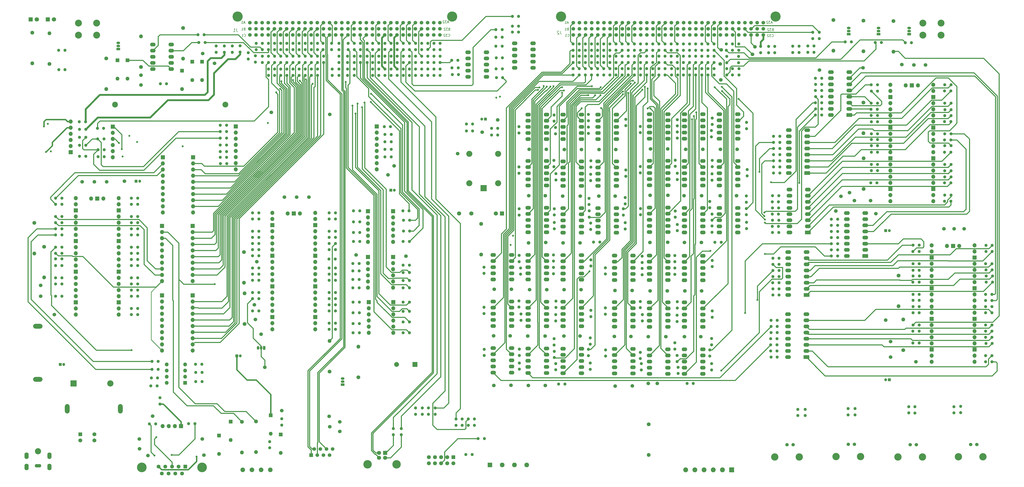
<source format=gbl>
G04 #@! TF.GenerationSoftware,KiCad,Pcbnew,(6.0.1)*
G04 #@! TF.CreationDate,2023-03-07T12:10:13-05:00*
G04 #@! TF.ProjectId,Interconnect,496e7465-7263-46f6-9e6e-6563742e6b69,1.0*
G04 #@! TF.SameCoordinates,Original*
G04 #@! TF.FileFunction,Copper,L4,Bot*
G04 #@! TF.FilePolarity,Positive*
%FSLAX46Y46*%
G04 Gerber Fmt 4.6, Leading zero omitted, Abs format (unit mm)*
G04 Created by KiCad (PCBNEW (6.0.1)) date 2023-03-07 12:10:13*
%MOMM*%
%LPD*%
G01*
G04 APERTURE LIST*
%ADD10C,0.150000*%
G04 #@! TA.AperFunction,NonConductor*
%ADD11C,0.150000*%
G04 #@! TD*
G04 #@! TA.AperFunction,ComponentPad*
%ADD12C,1.300000*%
G04 #@! TD*
G04 #@! TA.AperFunction,ComponentPad*
%ADD13R,1.700000X1.700000*%
G04 #@! TD*
G04 #@! TA.AperFunction,ComponentPad*
%ADD14O,1.700000X1.700000*%
G04 #@! TD*
G04 #@! TA.AperFunction,ComponentPad*
%ADD15R,1.650000X1.650000*%
G04 #@! TD*
G04 #@! TA.AperFunction,ComponentPad*
%ADD16C,1.650000*%
G04 #@! TD*
G04 #@! TA.AperFunction,ComponentPad*
%ADD17C,1.500000*%
G04 #@! TD*
G04 #@! TA.AperFunction,ComponentPad*
%ADD18C,2.400000*%
G04 #@! TD*
G04 #@! TA.AperFunction,ComponentPad*
%ADD19O,2.400000X2.400000*%
G04 #@! TD*
G04 #@! TA.AperFunction,ComponentPad*
%ADD20R,2.400000X1.600000*%
G04 #@! TD*
G04 #@! TA.AperFunction,ComponentPad*
%ADD21O,2.400000X1.600000*%
G04 #@! TD*
G04 #@! TA.AperFunction,ComponentPad*
%ADD22C,1.600000*%
G04 #@! TD*
G04 #@! TA.AperFunction,ComponentPad*
%ADD23O,1.600000X1.600000*%
G04 #@! TD*
G04 #@! TA.AperFunction,ComponentPad*
%ADD24O,2.300000X1.600000*%
G04 #@! TD*
G04 #@! TA.AperFunction,ComponentPad*
%ADD25R,1.500000X1.050000*%
G04 #@! TD*
G04 #@! TA.AperFunction,ComponentPad*
%ADD26O,1.500000X1.050000*%
G04 #@! TD*
G04 #@! TA.AperFunction,ComponentPad*
%ADD27R,2.025000X2.025000*%
G04 #@! TD*
G04 #@! TA.AperFunction,ComponentPad*
%ADD28C,2.025000*%
G04 #@! TD*
G04 #@! TA.AperFunction,ComponentPad*
%ADD29R,1.600000X1.600000*%
G04 #@! TD*
G04 #@! TA.AperFunction,ComponentPad*
%ADD30R,1.200000X1.200000*%
G04 #@! TD*
G04 #@! TA.AperFunction,ComponentPad*
%ADD31C,1.200000*%
G04 #@! TD*
G04 #@! TA.AperFunction,ComponentPad*
%ADD32C,4.200000*%
G04 #@! TD*
G04 #@! TA.AperFunction,ComponentPad*
%ADD33R,1.500000X1.500000*%
G04 #@! TD*
G04 #@! TA.AperFunction,ComponentPad*
%ADD34R,2.500000X2.500000*%
G04 #@! TD*
G04 #@! TA.AperFunction,ComponentPad*
%ADD35O,2.500000X2.500000*%
G04 #@! TD*
G04 #@! TA.AperFunction,ComponentPad*
%ADD36C,4.000000*%
G04 #@! TD*
G04 #@! TA.AperFunction,ComponentPad*
%ADD37C,1.905000*%
G04 #@! TD*
G04 #@! TA.AperFunction,ComponentPad*
%ADD38C,1.700000*%
G04 #@! TD*
G04 #@! TA.AperFunction,ComponentPad*
%ADD39C,3.500000*%
G04 #@! TD*
G04 #@! TA.AperFunction,ComponentPad*
%ADD40O,3.900000X1.950000*%
G04 #@! TD*
G04 #@! TA.AperFunction,ComponentPad*
%ADD41C,1.398000*%
G04 #@! TD*
G04 #@! TA.AperFunction,ComponentPad*
%ADD42C,3.015000*%
G04 #@! TD*
G04 #@! TA.AperFunction,ComponentPad*
%ADD43R,1.800000X1.800000*%
G04 #@! TD*
G04 #@! TA.AperFunction,ComponentPad*
%ADD44C,1.800000*%
G04 #@! TD*
G04 #@! TA.AperFunction,ComponentPad*
%ADD45R,2.600000X2.600000*%
G04 #@! TD*
G04 #@! TA.AperFunction,ComponentPad*
%ADD46O,2.600000X2.600000*%
G04 #@! TD*
G04 #@! TA.AperFunction,ComponentPad*
%ADD47C,2.850000*%
G04 #@! TD*
G04 #@! TA.AperFunction,ComponentPad*
%ADD48C,2.550000*%
G04 #@! TD*
G04 #@! TA.AperFunction,ComponentPad*
%ADD49O,2.700002X1.400000*%
G04 #@! TD*
G04 #@! TA.AperFunction,ComponentPad*
%ADD50O,1.750000X2.750000*%
G04 #@! TD*
G04 #@! TA.AperFunction,ComponentPad*
%ADD51R,1.950000X1.950000*%
G04 #@! TD*
G04 #@! TA.AperFunction,ComponentPad*
%ADD52C,1.950000*%
G04 #@! TD*
G04 #@! TA.AperFunction,ComponentPad*
%ADD53R,1.725000X1.725000*%
G04 #@! TD*
G04 #@! TA.AperFunction,ComponentPad*
%ADD54C,1.725000*%
G04 #@! TD*
G04 #@! TA.AperFunction,ComponentPad*
%ADD55O,1.950000X3.900000*%
G04 #@! TD*
G04 #@! TA.AperFunction,ComponentPad*
%ADD56R,2.000000X2.000000*%
G04 #@! TD*
G04 #@! TA.AperFunction,ComponentPad*
%ADD57C,2.000000*%
G04 #@! TD*
G04 #@! TA.AperFunction,ComponentPad*
%ADD58R,1.050000X1.500000*%
G04 #@! TD*
G04 #@! TA.AperFunction,ComponentPad*
%ADD59O,1.050000X1.500000*%
G04 #@! TD*
G04 #@! TA.AperFunction,ViaPad*
%ADD60C,0.800000*%
G04 #@! TD*
G04 #@! TA.AperFunction,Conductor*
%ADD61C,0.400000*%
G04 #@! TD*
G04 #@! TA.AperFunction,Conductor*
%ADD62C,0.600000*%
G04 #@! TD*
G04 #@! TA.AperFunction,Conductor*
%ADD63C,0.800000*%
G04 #@! TD*
G04 #@! TA.AperFunction,Conductor*
%ADD64C,0.762000*%
G04 #@! TD*
G04 #@! TA.AperFunction,Conductor*
%ADD65C,0.250000*%
G04 #@! TD*
G04 APERTURE END LIST*
D10*
D11*
X239474285Y-28216666D02*
X238998095Y-28216666D01*
X239569523Y-28502380D02*
X239236190Y-27502380D01*
X238902857Y-28502380D01*
X238045714Y-28502380D02*
X238617142Y-28502380D01*
X238331428Y-28502380D02*
X238331428Y-27502380D01*
X238426666Y-27645238D01*
X238521904Y-27740476D01*
X238617142Y-27788095D01*
D10*
D11*
X323948276Y-28159601D02*
X323472085Y-28159601D01*
X324043514Y-28445315D02*
X323710180Y-27445315D01*
X323376847Y-28445315D01*
X323138752Y-27445315D02*
X322519704Y-27445315D01*
X322853038Y-27826268D01*
X322710180Y-27826268D01*
X322614942Y-27873887D01*
X322567323Y-27921506D01*
X322519704Y-28016744D01*
X322519704Y-28254839D01*
X322567323Y-28350077D01*
X322614942Y-28397696D01*
X322710180Y-28445315D01*
X322995895Y-28445315D01*
X323091133Y-28397696D01*
X323138752Y-28350077D01*
X322138752Y-27540554D02*
X322091133Y-27492935D01*
X321995895Y-27445315D01*
X321757800Y-27445315D01*
X321662561Y-27492935D01*
X321614942Y-27540554D01*
X321567323Y-27635792D01*
X321567323Y-27731030D01*
X321614942Y-27873887D01*
X322186371Y-28445315D01*
X321567323Y-28445315D01*
D10*
D11*
X239266361Y-30747171D02*
X239123504Y-30794790D01*
X239075885Y-30842409D01*
X239028266Y-30937647D01*
X239028266Y-31080504D01*
X239075885Y-31175742D01*
X239123504Y-31223361D01*
X239218742Y-31270980D01*
X239599695Y-31270980D01*
X239599695Y-30270980D01*
X239266361Y-30270980D01*
X239171123Y-30318600D01*
X239123504Y-30366219D01*
X239075885Y-30461457D01*
X239075885Y-30556695D01*
X239123504Y-30651933D01*
X239171123Y-30699552D01*
X239266361Y-30747171D01*
X239599695Y-30747171D01*
X238075885Y-31270980D02*
X238647314Y-31270980D01*
X238361600Y-31270980D02*
X238361600Y-30270980D01*
X238456838Y-30413838D01*
X238552076Y-30509076D01*
X238647314Y-30556695D01*
D10*
D11*
X105438485Y-28185001D02*
X104962295Y-28185001D01*
X105533723Y-28470715D02*
X105200390Y-27470715D01*
X104867057Y-28470715D01*
X104009914Y-28470715D02*
X104581342Y-28470715D01*
X104295628Y-28470715D02*
X104295628Y-27470715D01*
X104390866Y-27613573D01*
X104486104Y-27708811D01*
X104581342Y-27756430D01*
D10*
D11*
X323807057Y-33912677D02*
X323854676Y-33960296D01*
X323997533Y-34007915D01*
X324092771Y-34007915D01*
X324235628Y-33960296D01*
X324330866Y-33865058D01*
X324378485Y-33769820D01*
X324426104Y-33579344D01*
X324426104Y-33436487D01*
X324378485Y-33246011D01*
X324330866Y-33150773D01*
X324235628Y-33055535D01*
X324092771Y-33007915D01*
X323997533Y-33007915D01*
X323854676Y-33055535D01*
X323807057Y-33103154D01*
X323473723Y-33007915D02*
X322854676Y-33007915D01*
X323188009Y-33388868D01*
X323045152Y-33388868D01*
X322949914Y-33436487D01*
X322902295Y-33484106D01*
X322854676Y-33579344D01*
X322854676Y-33817439D01*
X322902295Y-33912677D01*
X322949914Y-33960296D01*
X323045152Y-34007915D01*
X323330866Y-34007915D01*
X323426104Y-33960296D01*
X323473723Y-33912677D01*
X322473723Y-33103154D02*
X322426104Y-33055535D01*
X322330866Y-33007915D01*
X322092771Y-33007915D01*
X321997533Y-33055535D01*
X321949914Y-33103154D01*
X321902295Y-33198392D01*
X321902295Y-33293630D01*
X321949914Y-33436487D01*
X322521342Y-34007915D01*
X321902295Y-34007915D01*
D10*
D11*
X239129866Y-33791942D02*
X239177485Y-33839561D01*
X239320342Y-33887180D01*
X239415580Y-33887180D01*
X239558438Y-33839561D01*
X239653676Y-33744323D01*
X239701295Y-33649085D01*
X239748914Y-33458609D01*
X239748914Y-33315752D01*
X239701295Y-33125276D01*
X239653676Y-33030038D01*
X239558438Y-32934800D01*
X239415580Y-32887180D01*
X239320342Y-32887180D01*
X239177485Y-32934800D01*
X239129866Y-32982419D01*
X238177485Y-33887180D02*
X238748914Y-33887180D01*
X238463200Y-33887180D02*
X238463200Y-32887180D01*
X238558438Y-33030038D01*
X238653676Y-33125276D01*
X238748914Y-33172895D01*
D10*
D11*
X105230561Y-30715506D02*
X105087704Y-30763125D01*
X105040085Y-30810744D01*
X104992466Y-30905982D01*
X104992466Y-31048839D01*
X105040085Y-31144077D01*
X105087704Y-31191696D01*
X105182942Y-31239315D01*
X105563895Y-31239315D01*
X105563895Y-30239315D01*
X105230561Y-30239315D01*
X105135323Y-30286935D01*
X105087704Y-30334554D01*
X105040085Y-30429792D01*
X105040085Y-30525030D01*
X105087704Y-30620268D01*
X105135323Y-30667887D01*
X105230561Y-30715506D01*
X105563895Y-30715506D01*
X104040085Y-31239315D02*
X104611514Y-31239315D01*
X104325800Y-31239315D02*
X104325800Y-30239315D01*
X104421038Y-30382173D01*
X104516276Y-30477411D01*
X104611514Y-30525030D01*
D10*
D11*
X105094066Y-33760277D02*
X105141685Y-33807896D01*
X105284542Y-33855515D01*
X105379780Y-33855515D01*
X105522638Y-33807896D01*
X105617876Y-33712658D01*
X105665495Y-33617420D01*
X105713114Y-33426944D01*
X105713114Y-33284087D01*
X105665495Y-33093611D01*
X105617876Y-32998373D01*
X105522638Y-32903135D01*
X105379780Y-32855515D01*
X105284542Y-32855515D01*
X105141685Y-32903135D01*
X105094066Y-32950754D01*
X104141685Y-33855515D02*
X104713114Y-33855515D01*
X104427400Y-33855515D02*
X104427400Y-32855515D01*
X104522638Y-32998373D01*
X104617876Y-33093611D01*
X104713114Y-33141230D01*
D10*
D11*
X236145333Y-31573630D02*
X236145333Y-32502201D01*
X236207238Y-32687915D01*
X236331047Y-32811725D01*
X236516761Y-32873630D01*
X236640571Y-32873630D01*
X235588190Y-31697439D02*
X235526285Y-31635535D01*
X235402476Y-31573630D01*
X235092952Y-31573630D01*
X234969142Y-31635535D01*
X234907238Y-31697439D01*
X234845333Y-31821249D01*
X234845333Y-31945058D01*
X234907238Y-32130773D01*
X235650095Y-32873630D01*
X234845333Y-32873630D01*
D10*
D11*
X189861676Y-27981801D02*
X189385485Y-27981801D01*
X189956914Y-28267515D02*
X189623580Y-27267515D01*
X189290247Y-28267515D01*
X189052152Y-27267515D02*
X188433104Y-27267515D01*
X188766438Y-27648468D01*
X188623580Y-27648468D01*
X188528342Y-27696087D01*
X188480723Y-27743706D01*
X188433104Y-27838944D01*
X188433104Y-28077039D01*
X188480723Y-28172277D01*
X188528342Y-28219896D01*
X188623580Y-28267515D01*
X188909295Y-28267515D01*
X189004533Y-28219896D01*
X189052152Y-28172277D01*
X188052152Y-27362754D02*
X188004533Y-27315135D01*
X187909295Y-27267515D01*
X187671200Y-27267515D01*
X187575961Y-27315135D01*
X187528342Y-27362754D01*
X187480723Y-27457992D01*
X187480723Y-27553230D01*
X187528342Y-27696087D01*
X188099771Y-28267515D01*
X187480723Y-28267515D01*
D10*
D11*
X189720457Y-33734877D02*
X189768076Y-33782496D01*
X189910933Y-33830115D01*
X190006171Y-33830115D01*
X190149028Y-33782496D01*
X190244266Y-33687258D01*
X190291885Y-33592020D01*
X190339504Y-33401544D01*
X190339504Y-33258687D01*
X190291885Y-33068211D01*
X190244266Y-32972973D01*
X190149028Y-32877735D01*
X190006171Y-32830115D01*
X189910933Y-32830115D01*
X189768076Y-32877735D01*
X189720457Y-32925354D01*
X189387123Y-32830115D02*
X188768076Y-32830115D01*
X189101409Y-33211068D01*
X188958552Y-33211068D01*
X188863314Y-33258687D01*
X188815695Y-33306306D01*
X188768076Y-33401544D01*
X188768076Y-33639639D01*
X188815695Y-33734877D01*
X188863314Y-33782496D01*
X188958552Y-33830115D01*
X189244266Y-33830115D01*
X189339504Y-33782496D01*
X189387123Y-33734877D01*
X188387123Y-32925354D02*
X188339504Y-32877735D01*
X188244266Y-32830115D01*
X188006171Y-32830115D01*
X187910933Y-32877735D01*
X187863314Y-32925354D01*
X187815695Y-33020592D01*
X187815695Y-33115830D01*
X187863314Y-33258687D01*
X188434742Y-33830115D01*
X187815695Y-33830115D01*
D10*
D11*
X190060152Y-30791706D02*
X189917295Y-30839325D01*
X189869676Y-30886944D01*
X189822057Y-30982182D01*
X189822057Y-31125039D01*
X189869676Y-31220277D01*
X189917295Y-31267896D01*
X190012533Y-31315515D01*
X190393485Y-31315515D01*
X190393485Y-30315515D01*
X190060152Y-30315515D01*
X189964914Y-30363135D01*
X189917295Y-30410754D01*
X189869676Y-30505992D01*
X189869676Y-30601230D01*
X189917295Y-30696468D01*
X189964914Y-30744087D01*
X190060152Y-30791706D01*
X190393485Y-30791706D01*
X189488723Y-30315515D02*
X188869676Y-30315515D01*
X189203009Y-30696468D01*
X189060152Y-30696468D01*
X188964914Y-30744087D01*
X188917295Y-30791706D01*
X188869676Y-30886944D01*
X188869676Y-31125039D01*
X188917295Y-31220277D01*
X188964914Y-31267896D01*
X189060152Y-31315515D01*
X189345866Y-31315515D01*
X189441104Y-31267896D01*
X189488723Y-31220277D01*
X188488723Y-30410754D02*
X188441104Y-30363135D01*
X188345866Y-30315515D01*
X188107771Y-30315515D01*
X188012533Y-30363135D01*
X187964914Y-30410754D01*
X187917295Y-30505992D01*
X187917295Y-30601230D01*
X187964914Y-30744087D01*
X188536342Y-31315515D01*
X187917295Y-31315515D01*
D10*
D11*
X324146752Y-30969506D02*
X324003895Y-31017125D01*
X323956276Y-31064744D01*
X323908657Y-31159982D01*
X323908657Y-31302839D01*
X323956276Y-31398077D01*
X324003895Y-31445696D01*
X324099133Y-31493315D01*
X324480085Y-31493315D01*
X324480085Y-30493315D01*
X324146752Y-30493315D01*
X324051514Y-30540935D01*
X324003895Y-30588554D01*
X323956276Y-30683792D01*
X323956276Y-30779030D01*
X324003895Y-30874268D01*
X324051514Y-30921887D01*
X324146752Y-30969506D01*
X324480085Y-30969506D01*
X323575323Y-30493315D02*
X322956276Y-30493315D01*
X323289609Y-30874268D01*
X323146752Y-30874268D01*
X323051514Y-30921887D01*
X323003895Y-30969506D01*
X322956276Y-31064744D01*
X322956276Y-31302839D01*
X323003895Y-31398077D01*
X323051514Y-31445696D01*
X323146752Y-31493315D01*
X323432466Y-31493315D01*
X323527704Y-31445696D01*
X323575323Y-31398077D01*
X322575323Y-30588554D02*
X322527704Y-30540935D01*
X322432466Y-30493315D01*
X322194371Y-30493315D01*
X322099133Y-30540935D01*
X322051514Y-30588554D01*
X322003895Y-30683792D01*
X322003895Y-30779030D01*
X322051514Y-30921887D01*
X322622942Y-31493315D01*
X322003895Y-31493315D01*
D10*
D11*
X101953333Y-30528095D02*
X101953333Y-31456666D01*
X102015238Y-31642380D01*
X102139047Y-31766190D01*
X102324761Y-31828095D01*
X102448571Y-31828095D01*
X100653333Y-31828095D02*
X101396190Y-31828095D01*
X101024761Y-31828095D02*
X101024761Y-30528095D01*
X101148571Y-30713809D01*
X101272380Y-30837619D01*
X101396190Y-30899523D01*
D12*
X95210000Y-73230000D03*
X97810000Y-73230000D03*
D13*
X160020000Y-71120000D03*
D14*
X160020000Y-73660000D03*
X160020000Y-76200000D03*
X160020000Y-78740000D03*
X160020000Y-81280000D03*
X160020000Y-83820000D03*
X160020000Y-86360000D03*
X160020000Y-88900000D03*
D12*
X97890000Y-86570000D03*
X95290000Y-86570000D03*
X97820000Y-83960000D03*
X95220000Y-83960000D03*
X163440000Y-83730000D03*
X166040000Y-83730000D03*
X163440000Y-80590000D03*
X166040000Y-80590000D03*
X163440000Y-77500000D03*
X166040000Y-77500000D03*
X95210000Y-75970000D03*
X97810000Y-75970000D03*
X163440000Y-74410000D03*
X166040000Y-74410000D03*
D13*
X101600000Y-71120000D03*
D14*
X101600000Y-73660000D03*
X101600000Y-76200000D03*
X101600000Y-78740000D03*
X101600000Y-81280000D03*
X101600000Y-83820000D03*
X101600000Y-86360000D03*
X101600000Y-88900000D03*
D12*
X135509000Y-49943135D03*
X135509000Y-47343135D03*
D15*
X191830000Y-208197500D03*
D16*
X191830000Y-210737500D03*
X189290000Y-208197500D03*
X189290000Y-210737500D03*
X186750000Y-208197500D03*
X186750000Y-210737500D03*
X184210000Y-208197500D03*
X184210000Y-210737500D03*
X181670000Y-208197500D03*
X181670000Y-210737500D03*
D12*
X289687000Y-36929135D03*
X289687000Y-39529135D03*
X382270000Y-120319800D03*
X384870000Y-120319800D03*
X327070000Y-80266135D03*
X324470000Y-80266135D03*
X261747000Y-47216135D03*
X261747000Y-49816135D03*
X173609000Y-49943135D03*
X173609000Y-47343135D03*
D17*
X383519200Y-168656000D03*
D12*
X168529000Y-44609135D03*
X168529000Y-42009135D03*
X142920744Y-147605879D03*
X140320744Y-147605879D03*
X29591000Y-136391135D03*
X26991000Y-136391135D03*
D18*
X51580000Y-62120000D03*
D19*
X97300000Y-62120000D03*
D12*
X398022600Y-66649600D03*
X395422600Y-66649600D03*
D17*
X109743744Y-151161879D03*
D20*
X355869000Y-66408135D03*
D21*
X355869000Y-63868135D03*
X355869000Y-61328135D03*
X355869000Y-58788135D03*
X355869000Y-56248135D03*
X355869000Y-53708135D03*
X355869000Y-51168135D03*
X355869000Y-48628135D03*
X348249000Y-48628135D03*
X348249000Y-51168135D03*
X348249000Y-53708135D03*
X348249000Y-56248135D03*
X348249000Y-58788135D03*
X348249000Y-61328135D03*
X348249000Y-63868135D03*
X348249000Y-66408135D03*
D12*
X247777000Y-66169135D03*
X247777000Y-68769135D03*
X264287000Y-47216135D03*
X264287000Y-49816135D03*
X178689000Y-39275135D03*
X178689000Y-36675135D03*
D22*
X374142000Y-27434135D03*
D23*
X374142000Y-40134135D03*
D12*
X284605587Y-36929135D03*
X284605587Y-39529135D03*
D24*
X230378000Y-95644895D03*
X230378000Y-93104895D03*
X230378000Y-90564895D03*
X230378000Y-88024895D03*
X230378000Y-85484895D03*
X222758000Y-85484895D03*
X222758000Y-88024895D03*
X222758000Y-90564895D03*
X222758000Y-93104895D03*
X222758000Y-95644895D03*
D12*
X218851000Y-25529135D03*
X216251000Y-25529135D03*
D24*
X280693300Y-173649895D03*
X280693300Y-171109895D03*
X280693300Y-168569895D03*
X280693300Y-166029895D03*
X280693300Y-163489895D03*
X273073300Y-163489895D03*
X273073300Y-166029895D03*
X273073300Y-168569895D03*
X273073300Y-171109895D03*
X273073300Y-173649895D03*
D13*
X50673000Y-71249135D03*
D14*
X50673000Y-73789135D03*
X50673000Y-76329135D03*
X50673000Y-78869135D03*
X50673000Y-81409135D03*
X50673000Y-83949135D03*
D12*
X246530190Y-42039135D03*
X246530190Y-44639135D03*
D24*
X244856000Y-115129615D03*
X244856000Y-112589615D03*
X244856000Y-110049615D03*
X244856000Y-107509615D03*
X244856000Y-104969615D03*
X237236000Y-104969615D03*
X237236000Y-107509615D03*
X237236000Y-110049615D03*
X237236000Y-112589615D03*
X237236000Y-115129615D03*
D12*
X60960000Y-113531135D03*
X58360000Y-113531135D03*
X60960000Y-116080135D03*
X58360000Y-116080135D03*
X234188000Y-171995135D03*
X234188000Y-169395135D03*
X163449000Y-49943135D03*
X163449000Y-47343135D03*
X334531000Y-188369000D03*
X334531000Y-190969000D03*
X142920744Y-109505879D03*
X140320744Y-109505879D03*
X150137278Y-127988880D03*
X152737278Y-127988880D03*
X414969000Y-168656000D03*
X412369000Y-168656000D03*
D17*
X272618200Y-158294935D03*
D22*
X378236000Y-163830000D03*
D23*
X378236000Y-151130000D03*
D17*
X62357000Y-53977135D03*
D12*
X150391278Y-110652391D03*
X152991278Y-110652391D03*
X246484422Y-36929135D03*
X246484422Y-39529135D03*
X259191477Y-36929135D03*
X259191477Y-39529135D03*
D25*
X52980000Y-39080000D03*
D26*
X52980000Y-37810000D03*
X52980000Y-36540000D03*
D12*
X219187000Y-169141135D03*
X219187000Y-171741135D03*
D27*
X307100000Y-213480000D03*
D28*
X303290000Y-213480000D03*
X299480000Y-213480000D03*
X295670000Y-213480000D03*
X291860000Y-213480000D03*
X288050000Y-213480000D03*
D12*
X197201000Y-70106135D03*
X199801000Y-70106135D03*
X112649000Y-44609135D03*
X112649000Y-42009135D03*
D17*
X265379200Y-158162455D03*
D12*
X115189000Y-44609135D03*
X115189000Y-42009135D03*
X289691405Y-42039135D03*
X289691405Y-44639135D03*
X141351000Y-39275135D03*
X141351000Y-36675135D03*
X44293000Y-71868135D03*
X46893000Y-71868135D03*
D22*
X47930000Y-42920000D03*
D23*
X47930000Y-55620000D03*
D17*
X208508600Y-157883055D03*
D12*
X109728000Y-44482135D03*
X109728000Y-41882135D03*
X384819200Y-155956000D03*
X382219200Y-155956000D03*
X69036000Y-178691135D03*
X66436000Y-178691135D03*
D29*
X79375000Y-48006000D03*
D23*
X79375000Y-55626000D03*
D12*
X327070000Y-75186135D03*
X324470000Y-75186135D03*
X414969000Y-143256000D03*
X412369000Y-143256000D03*
D25*
X368025000Y-32895135D03*
D26*
X368025000Y-31625135D03*
X368025000Y-30355135D03*
D12*
X178689000Y-44609135D03*
X178689000Y-42009135D03*
X414969000Y-145796000D03*
X412369000Y-145796000D03*
X106807000Y-43212135D03*
X106807000Y-40612135D03*
X326039000Y-166753135D03*
X323439000Y-166753135D03*
X142920744Y-152685879D03*
X140320744Y-152685879D03*
X364942600Y-53848000D03*
X367542600Y-53848000D03*
X256650066Y-36929135D03*
X256650066Y-39529135D03*
D17*
X126873000Y-100459135D03*
X252095000Y-99976535D03*
D12*
X72958000Y-53467000D03*
X70358000Y-53467000D03*
X26991000Y-133860135D03*
X29591000Y-133860135D03*
D17*
X295198800Y-80601415D03*
D22*
X361696000Y-61214000D03*
D23*
X361696000Y-73914000D03*
D17*
X395097000Y-113538000D03*
D12*
X173595278Y-131671880D03*
X170995278Y-131671880D03*
X176149000Y-39275135D03*
X176149000Y-36675135D03*
D17*
X20747200Y-141471135D03*
D12*
X219075000Y-105285135D03*
X219075000Y-107885135D03*
X130429000Y-44609135D03*
X130429000Y-42009135D03*
D17*
X222885000Y-178511895D03*
D12*
X200533000Y-192377135D03*
X200533000Y-194977135D03*
X326659000Y-109999135D03*
X324059000Y-109999135D03*
X266815710Y-36929135D03*
X266815710Y-39529135D03*
X414969000Y-158496000D03*
X412369000Y-158496000D03*
D24*
X295156300Y-95638615D03*
X295156300Y-93098615D03*
X295156300Y-90558615D03*
X295156300Y-88018615D03*
X295156300Y-85478615D03*
X287536300Y-85478615D03*
X287536300Y-88018615D03*
X287536300Y-90558615D03*
X287536300Y-93098615D03*
X287536300Y-95638615D03*
D17*
X193548000Y-82425135D03*
D30*
X102020401Y-166245135D03*
D31*
X103520401Y-166245135D03*
D17*
X273227800Y-119249655D03*
D12*
X142920744Y-132365879D03*
X140320744Y-132365879D03*
D22*
X79756000Y-30355135D03*
D23*
X79756000Y-43055135D03*
D17*
X244906800Y-80740175D03*
D12*
X150261278Y-152817880D03*
X152861278Y-152817880D03*
X310007000Y-42136135D03*
X310007000Y-44736135D03*
X279522765Y-36929135D03*
X279522765Y-39529135D03*
X298846000Y-169454415D03*
X298846000Y-172054415D03*
D17*
X110333000Y-127189135D03*
D12*
X283718000Y-85080375D03*
X283718000Y-87680375D03*
X248793000Y-126406415D03*
X248793000Y-129006415D03*
X338687830Y-40418135D03*
X338687830Y-37818135D03*
D17*
X377672600Y-45491400D03*
D12*
X398022600Y-92049600D03*
X395422600Y-92049600D03*
D29*
X120250000Y-198800000D03*
D23*
X120250000Y-206420000D03*
D12*
X150391278Y-118780391D03*
X152991278Y-118780391D03*
X282064176Y-36929135D03*
X282064176Y-39529135D03*
D17*
X113663000Y-170969135D03*
D12*
X186309000Y-39275135D03*
X186309000Y-36675135D03*
D17*
X241477800Y-28145335D03*
X244017800Y-28145335D03*
X246557800Y-28145335D03*
X249097800Y-28145335D03*
X251637800Y-28145335D03*
X254177800Y-28145335D03*
X256717800Y-28145335D03*
X259257800Y-28145335D03*
X261797800Y-28145335D03*
X264337800Y-28145335D03*
X266877800Y-28145335D03*
X269417800Y-28145335D03*
X271957800Y-28145335D03*
X274497800Y-28145335D03*
X277037800Y-28145335D03*
X279577800Y-28145335D03*
X282117800Y-28145335D03*
X284657800Y-28145335D03*
X287197800Y-28145335D03*
X289737800Y-28145335D03*
X292277800Y-28145335D03*
X294817800Y-28145335D03*
X297357800Y-28145335D03*
X299897800Y-28145335D03*
X302437800Y-28145335D03*
X304977800Y-28145335D03*
X307517800Y-28145335D03*
X310057800Y-28145335D03*
X312597800Y-28145335D03*
X315137800Y-28145335D03*
X317677800Y-28145335D03*
X320217800Y-28145335D03*
X241477800Y-30685335D03*
X244017800Y-30685335D03*
X246557800Y-30685335D03*
X249097800Y-30685335D03*
X251637800Y-30685335D03*
X254177800Y-30685335D03*
X256717800Y-30685335D03*
X259257800Y-30685335D03*
X261797800Y-30685335D03*
X264337800Y-30685335D03*
X266877800Y-30685335D03*
X269417800Y-30685335D03*
X271957800Y-30685335D03*
X274497800Y-30685335D03*
X277037800Y-30685335D03*
X279577800Y-30685335D03*
X282117800Y-30685335D03*
X284657800Y-30685335D03*
X287197800Y-30685335D03*
X289737800Y-30685335D03*
X292277800Y-30685335D03*
X294817800Y-30685335D03*
X297357800Y-30685335D03*
X299897800Y-30685335D03*
X302437800Y-30685335D03*
X304977800Y-30685335D03*
X307517800Y-30685335D03*
X310057800Y-30685335D03*
X312597800Y-30685335D03*
X315137800Y-30685335D03*
X317677800Y-30685335D03*
X320217800Y-30685335D03*
X241477800Y-33225335D03*
X244017800Y-33225335D03*
X246557800Y-33225335D03*
X249097800Y-33225335D03*
X251637800Y-33225335D03*
X254177800Y-33225335D03*
X256717800Y-33225335D03*
X259257800Y-33225335D03*
X261797800Y-33225335D03*
X264337800Y-33225335D03*
X266877800Y-33225335D03*
X269417800Y-33225335D03*
X271957800Y-33225335D03*
X274497800Y-33225335D03*
X277037800Y-33225335D03*
X279577800Y-33225335D03*
X282117800Y-33225335D03*
X284657800Y-33225335D03*
X287197800Y-33225335D03*
X289737800Y-33225335D03*
X292277800Y-33225335D03*
X294817800Y-33225335D03*
X297357800Y-33225335D03*
X299897800Y-33225335D03*
X302437800Y-33225335D03*
X304977800Y-33225335D03*
X307517800Y-33225335D03*
X310057800Y-33225335D03*
X312597800Y-33225335D03*
X315137800Y-33225335D03*
X317677800Y-33225335D03*
X320217800Y-33225335D03*
D32*
X236397800Y-25605335D03*
X325297800Y-25605335D03*
D12*
X248143000Y-108709855D03*
X248143000Y-106109855D03*
X313182000Y-102521135D03*
X313182000Y-99921135D03*
X150261278Y-148372880D03*
X152861278Y-148372880D03*
X204640000Y-200480000D03*
X202040000Y-200480000D03*
X251567244Y-36929135D03*
X251567244Y-39529135D03*
X135509000Y-39275135D03*
X135509000Y-36675135D03*
X367593400Y-81788000D03*
X364993400Y-81788000D03*
X325912000Y-159133135D03*
X323312000Y-159133135D03*
D24*
X244871000Y-173451415D03*
X244871000Y-170911415D03*
X244871000Y-168371415D03*
X244871000Y-165831415D03*
X244871000Y-163291415D03*
X237251000Y-163291415D03*
X237251000Y-165831415D03*
X237251000Y-168371415D03*
X237251000Y-170911415D03*
X237251000Y-173451415D03*
D12*
X344454000Y-66423135D03*
X341854000Y-66423135D03*
D13*
X166898278Y-143927880D03*
D14*
X166898278Y-146467880D03*
X166898278Y-149007880D03*
X166898278Y-151547880D03*
X166898278Y-154087880D03*
X166898278Y-156627880D03*
D12*
X165989000Y-49943135D03*
X165989000Y-47343135D03*
X142920744Y-134905879D03*
X140320744Y-134905879D03*
X127889000Y-49943135D03*
X127889000Y-47343135D03*
X351043000Y-119748135D03*
X348443000Y-119748135D03*
X261732888Y-36929135D03*
X261732888Y-39529135D03*
D17*
X88413482Y-207338000D03*
D12*
X65820000Y-194400000D03*
X68420000Y-194400000D03*
X383032000Y-187297135D03*
X383032000Y-189897135D03*
X70220000Y-183590000D03*
X70220000Y-186190000D03*
X256685770Y-42039135D03*
X256685770Y-44639135D03*
D17*
X131953000Y-100459135D03*
D12*
X173595278Y-134973880D03*
X170995278Y-134973880D03*
D17*
X222605600Y-158015535D03*
D29*
X116126000Y-190870000D03*
D23*
X116126000Y-198490000D03*
D12*
X183769000Y-49943135D03*
X183769000Y-47343135D03*
X95210000Y-78860000D03*
X97810000Y-78860000D03*
D24*
X259350600Y-115195615D03*
X259350600Y-112655615D03*
X259350600Y-110115615D03*
X259350600Y-107575615D03*
X259350600Y-105035615D03*
X251730600Y-105035615D03*
X251730600Y-107575615D03*
X251730600Y-110115615D03*
X251730600Y-112655615D03*
X251730600Y-115195615D03*
D12*
X60960000Y-110991135D03*
X58360000Y-110991135D03*
X137795000Y-39275135D03*
X137795000Y-36675135D03*
D22*
X376301000Y-132969000D03*
D23*
X376301000Y-145669000D03*
D12*
X299847000Y-42039135D03*
X299847000Y-44639135D03*
X160909000Y-49943135D03*
X160909000Y-47343135D03*
X351058000Y-109588135D03*
X348458000Y-109588135D03*
X60960000Y-136400135D03*
X58360000Y-136400135D03*
X142920744Y-129825879D03*
X140320744Y-129825879D03*
X181229000Y-49943135D03*
X181229000Y-47343135D03*
X276996930Y-42039135D03*
X276996930Y-44639135D03*
X284607000Y-93141375D03*
X284607000Y-90541375D03*
X150391278Y-115097391D03*
X152991278Y-115097391D03*
X364871000Y-64008000D03*
X367471000Y-64008000D03*
X337579000Y-188369000D03*
X337579000Y-190969000D03*
X243991295Y-42039135D03*
X243991295Y-44639135D03*
X414969000Y-155956000D03*
X412369000Y-155956000D03*
X132969000Y-44609135D03*
X132969000Y-42009135D03*
X173592278Y-156627880D03*
X170992278Y-156627880D03*
X125349000Y-49943135D03*
X125349000Y-47343135D03*
X284622000Y-143800415D03*
X284622000Y-146400415D03*
D33*
X132857500Y-207350000D03*
D17*
X134127500Y-204810000D03*
X135397500Y-207350000D03*
X136667500Y-204810000D03*
X137937500Y-207350000D03*
X139207500Y-204810000D03*
X140477500Y-207350000D03*
X141747500Y-204810000D03*
D12*
X299847000Y-36929135D03*
X299847000Y-39529135D03*
X271907000Y-42039135D03*
X271907000Y-44639135D03*
X241401600Y-36929135D03*
X241401600Y-39529135D03*
X60960000Y-126240135D03*
X58360000Y-126240135D03*
X291233000Y-177689135D03*
X288633000Y-177689135D03*
D30*
X60349000Y-93855135D03*
D31*
X61849000Y-93855135D03*
D12*
X212120000Y-47246135D03*
X209520000Y-47246135D03*
X195453000Y-192377135D03*
X195453000Y-194977135D03*
X262255000Y-105290615D03*
X262255000Y-107890615D03*
X298958000Y-93395375D03*
X298958000Y-90795375D03*
X367593400Y-74168000D03*
X364993400Y-74168000D03*
D17*
X302387000Y-45214135D03*
D12*
X283606000Y-132435895D03*
X283606000Y-129835895D03*
X117729000Y-49943135D03*
X117729000Y-47343135D03*
X415096000Y-161036000D03*
X412496000Y-161036000D03*
X269255000Y-143673415D03*
X269255000Y-146273415D03*
X299100000Y-150210415D03*
X299100000Y-147610415D03*
X313563000Y-91617375D03*
X313563000Y-89017375D03*
X264302455Y-42039135D03*
X264302455Y-44639135D03*
X241427000Y-47216135D03*
X241427000Y-49816135D03*
D30*
X165867401Y-97560000D03*
D31*
X167367401Y-97560000D03*
D17*
X237794800Y-80740175D03*
D12*
X135509000Y-44609135D03*
X135509000Y-42009135D03*
X197201000Y-73027135D03*
X199801000Y-73027135D03*
X130429000Y-39275135D03*
X130429000Y-36675135D03*
D17*
X315722000Y-41277135D03*
D34*
X204373000Y-96679135D03*
D35*
X210373000Y-94679135D03*
X210373000Y-82479135D03*
X198373000Y-82479135D03*
X198373000Y-94679135D03*
D24*
X295179600Y-154231655D03*
X295179600Y-151691655D03*
X295179600Y-149151655D03*
X295179600Y-146611655D03*
X295179600Y-144071655D03*
X287559600Y-144071655D03*
X287559600Y-146611655D03*
X287559600Y-149151655D03*
X287559600Y-151691655D03*
X287559600Y-154231655D03*
D12*
X397941800Y-94513400D03*
X395341800Y-94513400D03*
X263271000Y-91756135D03*
X263271000Y-89156135D03*
X60960000Y-123691135D03*
X58360000Y-123691135D03*
D29*
X94663000Y-199252000D03*
D23*
X94663000Y-206872000D03*
D17*
X366903000Y-107317135D03*
D24*
X280693300Y-134813415D03*
X280693300Y-132273415D03*
X280693300Y-129733415D03*
X280693300Y-127193415D03*
X280693300Y-124653415D03*
X273073300Y-124653415D03*
X273073300Y-127193415D03*
X273073300Y-129733415D03*
X273073300Y-132273415D03*
X273073300Y-134813415D03*
D12*
X96901000Y-40418135D03*
X96901000Y-37818135D03*
X298958000Y-114985375D03*
X298958000Y-112385375D03*
X108570744Y-119665879D03*
X111170744Y-119665879D03*
X168529000Y-39275135D03*
X168529000Y-36675135D03*
X218948000Y-87886135D03*
X218948000Y-90486135D03*
D17*
X109347000Y-145036135D03*
D12*
X125349000Y-39275135D03*
X125349000Y-36675135D03*
X142920744Y-106965879D03*
X140320744Y-106965879D03*
D17*
X107442000Y-28145335D03*
X109982000Y-28145335D03*
X112522000Y-28145335D03*
X115062000Y-28145335D03*
X117602000Y-28145335D03*
X120142000Y-28145335D03*
X122682000Y-28145335D03*
X125222000Y-28145335D03*
X127762000Y-28145335D03*
X130302000Y-28145335D03*
X132842000Y-28145335D03*
X135382000Y-28145335D03*
X137922000Y-28145335D03*
X140462000Y-28145335D03*
X143002000Y-28145335D03*
X145542000Y-28145335D03*
X148082000Y-28145335D03*
X150622000Y-28145335D03*
X153162000Y-28145335D03*
X155702000Y-28145335D03*
X158242000Y-28145335D03*
X160782000Y-28145335D03*
X163322000Y-28145335D03*
X165862000Y-28145335D03*
X168402000Y-28145335D03*
X170942000Y-28145335D03*
X173482000Y-28145335D03*
X176022000Y-28145335D03*
X178562000Y-28145335D03*
X181102000Y-28145335D03*
X183642000Y-28145335D03*
X186182000Y-28145335D03*
X107442000Y-30685335D03*
X109982000Y-30685335D03*
X112522000Y-30685335D03*
X115062000Y-30685335D03*
X117602000Y-30685335D03*
X120142000Y-30685335D03*
X122682000Y-30685335D03*
X125222000Y-30685335D03*
X127762000Y-30685335D03*
X130302000Y-30685335D03*
X132842000Y-30685335D03*
X135382000Y-30685335D03*
X137922000Y-30685335D03*
X140462000Y-30685335D03*
X143002000Y-30685335D03*
X145542000Y-30685335D03*
X148082000Y-30685335D03*
X150622000Y-30685335D03*
X153162000Y-30685335D03*
X155702000Y-30685335D03*
X158242000Y-30685335D03*
X160782000Y-30685335D03*
X163322000Y-30685335D03*
X165862000Y-30685335D03*
X168402000Y-30685335D03*
X170942000Y-30685335D03*
X173482000Y-30685335D03*
X176022000Y-30685335D03*
X178562000Y-30685335D03*
X181102000Y-30685335D03*
X183642000Y-30685335D03*
X186182000Y-30685335D03*
X107442000Y-33225335D03*
X109982000Y-33225335D03*
X112522000Y-33225335D03*
X115062000Y-33225335D03*
X117602000Y-33225335D03*
X120142000Y-33225335D03*
X122682000Y-33225335D03*
X125222000Y-33225335D03*
X127762000Y-33225335D03*
X130302000Y-33225335D03*
X132842000Y-33225335D03*
X135382000Y-33225335D03*
X137922000Y-33225335D03*
X140462000Y-33225335D03*
X143002000Y-33225335D03*
X145542000Y-33225335D03*
X148082000Y-33225335D03*
X150622000Y-33225335D03*
X153162000Y-33225335D03*
X155702000Y-33225335D03*
X158242000Y-33225335D03*
X160782000Y-33225335D03*
X163322000Y-33225335D03*
X165862000Y-33225335D03*
X168402000Y-33225335D03*
X170942000Y-33225335D03*
X173482000Y-33225335D03*
X176022000Y-33225335D03*
X178562000Y-33225335D03*
X181102000Y-33225335D03*
X183642000Y-33225335D03*
X186182000Y-33225335D03*
D32*
X102362000Y-25605335D03*
X191262000Y-25605335D03*
D12*
X210215000Y-74678135D03*
X207615000Y-74678135D03*
X233426000Y-85219135D03*
X233426000Y-87819135D03*
X234188000Y-151739415D03*
X234188000Y-149139415D03*
X254904000Y-163739415D03*
X254904000Y-166339415D03*
D17*
X151467278Y-124432880D03*
D12*
X274439943Y-36929135D03*
X274439943Y-39529135D03*
X60960000Y-100840135D03*
X58360000Y-100840135D03*
D29*
X56769000Y-43690135D03*
D23*
X56769000Y-51310135D03*
D12*
X218851000Y-32006135D03*
X216251000Y-32006135D03*
X284613615Y-42039135D03*
X284613615Y-44639135D03*
X66899000Y-171833135D03*
X69499000Y-171833135D03*
D17*
X26462200Y-149091135D03*
D12*
X108570744Y-106965879D03*
X111170744Y-106965879D03*
X28291000Y-47627135D03*
X30891000Y-47627135D03*
D13*
X166865778Y-125258880D03*
D14*
X166865778Y-127798880D03*
X166865778Y-130338880D03*
X166865778Y-132878880D03*
X166865778Y-135418880D03*
X166865778Y-137958880D03*
D12*
X344484000Y-53723135D03*
X341884000Y-53723135D03*
D17*
X222935800Y-119388415D03*
D12*
X340741000Y-34703135D03*
X340741000Y-32103135D03*
X402040000Y-187130000D03*
X402040000Y-189730000D03*
X132969000Y-49943135D03*
X132969000Y-47343135D03*
X398073400Y-64160400D03*
X395473400Y-64160400D03*
D17*
X372999000Y-166751000D03*
D13*
X83739000Y-141182635D03*
D14*
X83739000Y-143722635D03*
X83739000Y-146262635D03*
X83739000Y-148802635D03*
X83739000Y-151342635D03*
X83739000Y-153882635D03*
X83739000Y-156422635D03*
X83739000Y-158962635D03*
X83739000Y-161502635D03*
X83739000Y-164042635D03*
D12*
X219837000Y-151485415D03*
X219837000Y-148885415D03*
X39487400Y-72328535D03*
X36887400Y-72328535D03*
D25*
X380725000Y-32895135D03*
D26*
X380725000Y-31625135D03*
X380725000Y-30355135D03*
D12*
X269240000Y-73710375D03*
X269240000Y-71110375D03*
D24*
X230386300Y-134564415D03*
X230386300Y-132024415D03*
X230386300Y-129484415D03*
X230386300Y-126944415D03*
X230386300Y-124404415D03*
X222766300Y-124404415D03*
X222766300Y-126944415D03*
X222766300Y-129484415D03*
X222766300Y-132024415D03*
X222766300Y-134564415D03*
D12*
X108570744Y-139985879D03*
X111170744Y-139985879D03*
X234315000Y-143551415D03*
X234315000Y-146151415D03*
X414969000Y-128016000D03*
X412369000Y-128016000D03*
D36*
X87681000Y-212427669D03*
X62681000Y-212427669D03*
D29*
X80721000Y-212127669D03*
D22*
X77951000Y-212127669D03*
X75181000Y-212127669D03*
X72411000Y-212127669D03*
X69641000Y-212127669D03*
X79336000Y-214967669D03*
X76566000Y-214967669D03*
X73796000Y-214967669D03*
X71026000Y-214967669D03*
D12*
X397971800Y-81813400D03*
X395371800Y-81813400D03*
D17*
X280492200Y-139270335D03*
X288086800Y-80601415D03*
D12*
X184277000Y-187805135D03*
X184277000Y-190405135D03*
X380520000Y-187280000D03*
X380520000Y-189880000D03*
X234315000Y-93280135D03*
X234315000Y-90680135D03*
X343408000Y-34703135D03*
X343408000Y-32103135D03*
D22*
X272733000Y-194549135D03*
D23*
X272733000Y-207249135D03*
D12*
X233665000Y-110935855D03*
X233665000Y-113535855D03*
X384840000Y-160909000D03*
X382240000Y-160909000D03*
X304927000Y-39529135D03*
X304927000Y-36929135D03*
X298846000Y-161645895D03*
X298846000Y-159045895D03*
X216251000Y-29593135D03*
X218851000Y-29593135D03*
X327070000Y-90411135D03*
X324470000Y-90411135D03*
D22*
X105283000Y-153037135D03*
D23*
X105283000Y-140337135D03*
D12*
X127889000Y-44609135D03*
X127889000Y-42009135D03*
X147955000Y-44609135D03*
X147955000Y-42009135D03*
X173595278Y-138021880D03*
X170995278Y-138021880D03*
X29591000Y-141471135D03*
X26991000Y-141471135D03*
D24*
X230378000Y-173334895D03*
X230378000Y-170794895D03*
X230378000Y-168254895D03*
X230378000Y-165714895D03*
X230378000Y-163174895D03*
X222758000Y-163174895D03*
X222758000Y-165714895D03*
X222758000Y-168254895D03*
X222758000Y-170794895D03*
X222758000Y-173334895D03*
D17*
X361569000Y-46863000D03*
D24*
X244856000Y-134622135D03*
X244856000Y-132082135D03*
X244856000Y-129542135D03*
X244856000Y-127002135D03*
X244856000Y-124462135D03*
X237236000Y-124462135D03*
X237236000Y-127002135D03*
X237236000Y-129542135D03*
X237236000Y-132082135D03*
X237236000Y-134622135D03*
D12*
X322453000Y-37945135D03*
X322453000Y-40545135D03*
X247777000Y-163495895D03*
X247777000Y-166095895D03*
X367593400Y-69164200D03*
X364993400Y-69164200D03*
X326547000Y-112524135D03*
X323947000Y-112524135D03*
D17*
X87744000Y-200690000D03*
D12*
X310134000Y-47216135D03*
X310134000Y-49816135D03*
D24*
X224854500Y-46860135D03*
X224854500Y-44320135D03*
X224854500Y-41780135D03*
X224854500Y-39240135D03*
X224854500Y-36700135D03*
X217234500Y-36700135D03*
X217234500Y-39240135D03*
X217234500Y-41780135D03*
X217234500Y-44320135D03*
X217234500Y-46860135D03*
D12*
X326801000Y-140972135D03*
X324201000Y-140972135D03*
X356773000Y-36070135D03*
X354173000Y-36070135D03*
D14*
X53132200Y-149091135D03*
X53132200Y-146551135D03*
D13*
X53132200Y-144011135D03*
D14*
X53132200Y-141471135D03*
X53132200Y-138931135D03*
X53132200Y-136391135D03*
X53132200Y-133851135D03*
D13*
X53132200Y-131311135D03*
D14*
X53132200Y-128771135D03*
X53132200Y-126231135D03*
X53132200Y-123691135D03*
X53132200Y-121151135D03*
D13*
X53132200Y-118611135D03*
D14*
X53132200Y-116071135D03*
X53132200Y-113531135D03*
X53132200Y-110991135D03*
X53132200Y-108451135D03*
D13*
X53132200Y-105911135D03*
D14*
X53132200Y-103371135D03*
X53132200Y-100831135D03*
X35352200Y-100831135D03*
X35352200Y-103371135D03*
D13*
X35352200Y-105911135D03*
D14*
X35352200Y-108451135D03*
X35352200Y-110991135D03*
X35352200Y-113531135D03*
X35352200Y-116071135D03*
D13*
X35352200Y-118611135D03*
D14*
X35352200Y-121151135D03*
X35352200Y-123691135D03*
X35352200Y-126231135D03*
X35352200Y-128771135D03*
D13*
X35352200Y-131311135D03*
D14*
X35352200Y-133851135D03*
X35352200Y-136391135D03*
X35352200Y-138931135D03*
X35352200Y-141471135D03*
D13*
X35352200Y-144011135D03*
D14*
X35352200Y-146551135D03*
X35352200Y-149091135D03*
X46782200Y-101061135D03*
D13*
X44242200Y-101061135D03*
D14*
X41702200Y-101061135D03*
D12*
X279535825Y-42039135D03*
X279535825Y-44639135D03*
X183769000Y-39275135D03*
X183769000Y-36675135D03*
X297308090Y-42039135D03*
X297308090Y-44639135D03*
D22*
X349250000Y-27053135D03*
D23*
X349250000Y-39753135D03*
D12*
X397971800Y-69113400D03*
X395371800Y-69113400D03*
X100203000Y-40418135D03*
X100203000Y-37818135D03*
X197993000Y-192377135D03*
X197993000Y-194977135D03*
D17*
X229844600Y-158015535D03*
D12*
X299085000Y-85207375D03*
X299085000Y-87807375D03*
D24*
X244864300Y-95777375D03*
X244864300Y-93237375D03*
X244864300Y-90697375D03*
X244864300Y-88157375D03*
X244864300Y-85617375D03*
X237244300Y-85617375D03*
X237244300Y-88157375D03*
X237244300Y-90697375D03*
X237244300Y-93237375D03*
X237244300Y-95777375D03*
X215900000Y-153850175D03*
X215900000Y-151310175D03*
X215900000Y-148770175D03*
X215900000Y-146230175D03*
X215900000Y-143690175D03*
X208280000Y-143690175D03*
X208280000Y-146230175D03*
X208280000Y-148770175D03*
X208280000Y-151310175D03*
X208280000Y-153850175D03*
D12*
X39487400Y-78932535D03*
X36887400Y-78932535D03*
X367593400Y-89408000D03*
X364993400Y-89408000D03*
D29*
X52578000Y-43690135D03*
D23*
X52578000Y-51310135D03*
D17*
X208534000Y-178506415D03*
D12*
X173722278Y-110017391D03*
X171122278Y-110017391D03*
D17*
X350266000Y-106174135D03*
D12*
X88930000Y-36324135D03*
X86330000Y-36324135D03*
X266827000Y-49786135D03*
X266827000Y-47186135D03*
X310049332Y-36929135D03*
X310049332Y-39529135D03*
X176149000Y-49943135D03*
X176149000Y-47343135D03*
X66899000Y-168531135D03*
X69499000Y-168531135D03*
D13*
X156446022Y-106237135D03*
D14*
X156446022Y-108777135D03*
X156446022Y-111317135D03*
X156446022Y-113857135D03*
X156446022Y-116397135D03*
X156446022Y-118937135D03*
D12*
X313182000Y-105151855D03*
X313182000Y-107751855D03*
X142920744Y-117125879D03*
X140320744Y-117125879D03*
D17*
X230047800Y-119261415D03*
D12*
X233299000Y-132186895D03*
X233299000Y-129586895D03*
X344454000Y-56263135D03*
X341854000Y-56263135D03*
X47147000Y-83695135D03*
X44547000Y-83695135D03*
X263017000Y-103191615D03*
X263017000Y-100591615D03*
X127889000Y-39275135D03*
X127889000Y-36675135D03*
X30830000Y-39550000D03*
X28230000Y-39550000D03*
D17*
X352425000Y-100078135D03*
X244703600Y-138787735D03*
X144706000Y-193579000D03*
D12*
X351043000Y-114668135D03*
X348443000Y-114668135D03*
X283718000Y-106162375D03*
X283718000Y-108762375D03*
X326801000Y-125732135D03*
X324201000Y-125732135D03*
X29591000Y-125986135D03*
X26991000Y-125986135D03*
X248539000Y-171805415D03*
X248539000Y-169205415D03*
X298958000Y-110032375D03*
X298958000Y-107432375D03*
X173592278Y-152182880D03*
X170992278Y-152182880D03*
D17*
X61729000Y-204761669D03*
D12*
X212023000Y-30990135D03*
X209423000Y-30990135D03*
D24*
X309642600Y-76220375D03*
X309642600Y-73680375D03*
X309642600Y-71140375D03*
X309642600Y-68600375D03*
X309642600Y-66060375D03*
X302022600Y-66060375D03*
X302022600Y-68600375D03*
X302022600Y-71140375D03*
X302022600Y-73680375D03*
X302022600Y-76220375D03*
D12*
X364993400Y-56464200D03*
X367593400Y-56464200D03*
X29591000Y-116080135D03*
X26991000Y-116080135D03*
D17*
X280670000Y-99705295D03*
D24*
X230386300Y-153982655D03*
X230386300Y-151442655D03*
X230386300Y-148902655D03*
X230386300Y-146362655D03*
X230386300Y-143822655D03*
X222766300Y-143822655D03*
X222766300Y-146362655D03*
X222766300Y-148902655D03*
X222766300Y-151442655D03*
X222766300Y-153982655D03*
D12*
X364993400Y-86868000D03*
X367593400Y-86868000D03*
D25*
X355600000Y-32895135D03*
D26*
X355600000Y-31625135D03*
X355600000Y-30355135D03*
D12*
X287147000Y-36929135D03*
X287147000Y-39529135D03*
D22*
X140462000Y-172720000D03*
D23*
X140462000Y-160020000D03*
D24*
X280670000Y-114924375D03*
X280670000Y-112384375D03*
X280670000Y-109844375D03*
X280670000Y-107304375D03*
X280670000Y-104764375D03*
X273050000Y-104764375D03*
X273050000Y-107304375D03*
X273050000Y-109844375D03*
X273050000Y-112384375D03*
X273050000Y-114924375D03*
D12*
X382219200Y-122936000D03*
X384819200Y-122936000D03*
X115189000Y-39275135D03*
X115189000Y-36675135D03*
D24*
X205550500Y-50543135D03*
X205550500Y-48003135D03*
X205550500Y-45463135D03*
X205550500Y-42923135D03*
X205550500Y-40383135D03*
X197930500Y-40383135D03*
X197930500Y-42923135D03*
X197930500Y-45463135D03*
X197930500Y-48003135D03*
X197930500Y-50543135D03*
D17*
X121793000Y-100459135D03*
D12*
X150749000Y-44609135D03*
X150749000Y-42009135D03*
X158369000Y-44609135D03*
X158369000Y-42009135D03*
X191232000Y-46865135D03*
X193832000Y-46865135D03*
D17*
X237286800Y-119393895D03*
D12*
X298069000Y-104830855D03*
X298069000Y-102230855D03*
X248793000Y-85346135D03*
X248793000Y-87946135D03*
D30*
X205065600Y-68074135D03*
D31*
X203565600Y-68074135D03*
D12*
X110109000Y-39275135D03*
X110109000Y-36675135D03*
X283606000Y-163423895D03*
X283606000Y-160823895D03*
X263271000Y-68201135D03*
X263271000Y-70801135D03*
D17*
X215874600Y-138655255D03*
D12*
X256667000Y-47216135D03*
X256667000Y-49816135D03*
X351058000Y-124843135D03*
X348458000Y-124843135D03*
X173468278Y-106080391D03*
X170868278Y-106080391D03*
X173592278Y-147737880D03*
X170992278Y-147737880D03*
X297307000Y-49816135D03*
X297307000Y-47216135D03*
X414969000Y-140716000D03*
X412369000Y-140716000D03*
X341249000Y-40418135D03*
X341249000Y-37818135D03*
D17*
X302437800Y-80596335D03*
D12*
X247777000Y-73981615D03*
X247777000Y-71381615D03*
X284734000Y-47216135D03*
X284734000Y-49816135D03*
D24*
X215900000Y-173177895D03*
X215900000Y-170637895D03*
X215900000Y-168097895D03*
X215900000Y-165557895D03*
X215900000Y-163017895D03*
X208280000Y-163017895D03*
X208280000Y-165557895D03*
X208280000Y-168097895D03*
X208280000Y-170637895D03*
X208280000Y-173177895D03*
D12*
X108570744Y-134905879D03*
X111170744Y-134905879D03*
D17*
X140589000Y-66169135D03*
D12*
X142873000Y-126119135D03*
X140273000Y-126119135D03*
D17*
X61650000Y-200700000D03*
D12*
X384870000Y-143179800D03*
X382270000Y-143179800D03*
D17*
X167280000Y-87470000D03*
D12*
X171069000Y-49943135D03*
X171069000Y-47343135D03*
X144399000Y-44609135D03*
X144399000Y-42009135D03*
X150391278Y-106080391D03*
X152991278Y-106080391D03*
X274458035Y-42039135D03*
X274458035Y-44639135D03*
D17*
X279857200Y-158294935D03*
D20*
X362473000Y-124828135D03*
D21*
X362473000Y-122288135D03*
X362473000Y-119748135D03*
X362473000Y-117208135D03*
X362473000Y-114668135D03*
X362473000Y-112128135D03*
X362473000Y-109588135D03*
X362473000Y-107048135D03*
X354853000Y-107048135D03*
X354853000Y-109588135D03*
X354853000Y-112128135D03*
X354853000Y-114668135D03*
X354853000Y-117208135D03*
X354853000Y-119748135D03*
X354853000Y-122288135D03*
X354853000Y-124828135D03*
D17*
X343535000Y-47754135D03*
D12*
X335026000Y-37848135D03*
X335026000Y-40448135D03*
X60960000Y-149091135D03*
X58360000Y-149091135D03*
D17*
X87884000Y-40894000D03*
D12*
X158369000Y-49943135D03*
X158369000Y-47343135D03*
D13*
X71374000Y-83949135D03*
D14*
X71374000Y-86489135D03*
X71374000Y-89029135D03*
X71374000Y-91569135D03*
X71374000Y-94109135D03*
X71374000Y-96649135D03*
X71374000Y-99189135D03*
X71374000Y-101729135D03*
X71374000Y-104269135D03*
X71374000Y-106809135D03*
D12*
X108570744Y-122205879D03*
X111170744Y-122205879D03*
D37*
X104487000Y-213433000D03*
X108297000Y-213433000D03*
X112107000Y-213433000D03*
X115917000Y-213433000D03*
D12*
X246507000Y-47216135D03*
X246507000Y-49816135D03*
X398022600Y-99593400D03*
X395422600Y-99593400D03*
X44420000Y-76313135D03*
X47020000Y-76313135D03*
D24*
X74867500Y-47368135D03*
X74867500Y-44828135D03*
X74867500Y-42288135D03*
X74867500Y-39748135D03*
X74867500Y-37208135D03*
X67247500Y-37208135D03*
X67247500Y-39748135D03*
X67247500Y-42288135D03*
X67247500Y-44828135D03*
X67247500Y-47368135D03*
D12*
X29591000Y-121151135D03*
X26991000Y-121151135D03*
D17*
X229870000Y-99844055D03*
D22*
X105029000Y-123192135D03*
D23*
X105029000Y-135892135D03*
D24*
X215900000Y-134564415D03*
X215900000Y-132024415D03*
X215900000Y-129484415D03*
X215900000Y-126944415D03*
X215900000Y-124404415D03*
X208280000Y-124404415D03*
X208280000Y-126944415D03*
X208280000Y-129484415D03*
X208280000Y-132024415D03*
X208280000Y-134564415D03*
D12*
X248793000Y-149961415D03*
X248793000Y-147361415D03*
D22*
X24384000Y-45214135D03*
D23*
X24384000Y-32514135D03*
D12*
X287147000Y-49816135D03*
X287147000Y-47216135D03*
D17*
X112141000Y-157228135D03*
D12*
X249069085Y-42039135D03*
X249069085Y-44639135D03*
D24*
X295163000Y-134871135D03*
X295163000Y-132331135D03*
X295163000Y-129791135D03*
X295163000Y-127251135D03*
X295163000Y-124711135D03*
X287543000Y-124711135D03*
X287543000Y-127251135D03*
X287543000Y-129791135D03*
X287543000Y-132331135D03*
X287543000Y-134871135D03*
D12*
X26991000Y-100831135D03*
X29591000Y-100831135D03*
X332464834Y-37848135D03*
X332464834Y-40448135D03*
X384870000Y-140716000D03*
X382270000Y-140716000D03*
X282194000Y-47216135D03*
X282194000Y-49816135D03*
X233665000Y-166915135D03*
X233665000Y-164315135D03*
X87578000Y-169650135D03*
X84978000Y-169650135D03*
D17*
X144706000Y-197516000D03*
D13*
X163530000Y-206432500D03*
D38*
X161030000Y-206432500D03*
X161030000Y-208432500D03*
X163530000Y-208432500D03*
D39*
X156260000Y-211142500D03*
X168300000Y-211142500D03*
D12*
X125349000Y-44609135D03*
X125349000Y-42009135D03*
X60960000Y-128771135D03*
X58360000Y-128771135D03*
X381665000Y-36451135D03*
X379065000Y-36451135D03*
D17*
X302387000Y-99837775D03*
D12*
X171069000Y-39275135D03*
X171069000Y-36675135D03*
X263017000Y-113600135D03*
X263017000Y-111000135D03*
D24*
X280693300Y-154231655D03*
X280693300Y-151691655D03*
X280693300Y-149151655D03*
X280693300Y-146611655D03*
X280693300Y-144071655D03*
X273073300Y-144071655D03*
X273073300Y-146611655D03*
X273073300Y-149151655D03*
X273073300Y-151691655D03*
X273073300Y-154231655D03*
D12*
X108570744Y-109505879D03*
X111170744Y-109505879D03*
D40*
X19591750Y-175975135D03*
X19591750Y-153975135D03*
D12*
X153289000Y-39275135D03*
X153289000Y-36675135D03*
X251587000Y-49816135D03*
X251587000Y-47216135D03*
X415096000Y-122936000D03*
X412496000Y-122936000D03*
X193705000Y-43690135D03*
X191105000Y-43690135D03*
D24*
X266207000Y-173479135D03*
X266207000Y-170939135D03*
X266207000Y-168399135D03*
X266207000Y-165859135D03*
X266207000Y-163319135D03*
X258587000Y-163319135D03*
X258587000Y-165859135D03*
X258587000Y-168399135D03*
X258587000Y-170939135D03*
X258587000Y-173479135D03*
D12*
X156083000Y-44609135D03*
X156083000Y-42009135D03*
X93472000Y-40418135D03*
X93472000Y-37818135D03*
X259207000Y-47216135D03*
X259207000Y-49816135D03*
X364942600Y-61468000D03*
X367542600Y-61468000D03*
X299100000Y-126655415D03*
X299100000Y-129255415D03*
X233299000Y-124374415D03*
X233299000Y-126974415D03*
X112649000Y-39275135D03*
X112649000Y-36675135D03*
X292227000Y-36929135D03*
X292227000Y-39529135D03*
D17*
X287604200Y-158294935D03*
D12*
X398022600Y-74193400D03*
X395422600Y-74193400D03*
X210215000Y-71884135D03*
X207615000Y-71884135D03*
D24*
X259334000Y-76416855D03*
X259334000Y-73876855D03*
X259334000Y-71336855D03*
X259334000Y-68796855D03*
X259334000Y-66256855D03*
X251714000Y-66256855D03*
X251714000Y-68796855D03*
X251714000Y-71336855D03*
X251714000Y-73876855D03*
X251714000Y-76416855D03*
D12*
X233538000Y-161708135D03*
X233538000Y-159108135D03*
X384819200Y-135636000D03*
X382219200Y-135636000D03*
X313309000Y-72041135D03*
X313309000Y-69441135D03*
X282074720Y-42039135D03*
X282074720Y-44639135D03*
X44547000Y-80758135D03*
X47147000Y-80758135D03*
D24*
X230378000Y-76359135D03*
X230378000Y-73819135D03*
X230378000Y-71279135D03*
X230378000Y-68739135D03*
X230378000Y-66199135D03*
X222758000Y-66199135D03*
X222758000Y-68739135D03*
X222758000Y-71279135D03*
X222758000Y-73819135D03*
X222758000Y-76359135D03*
D17*
X223189800Y-80607695D03*
X215366600Y-157883055D03*
D12*
X254146875Y-42039135D03*
X254146875Y-44639135D03*
X248666000Y-93534135D03*
X248666000Y-90934135D03*
X122809000Y-44609135D03*
X122809000Y-42009135D03*
X326547000Y-107444135D03*
X323947000Y-107444135D03*
X138049000Y-44609135D03*
X138049000Y-42009135D03*
X284495000Y-151988415D03*
X284495000Y-149388415D03*
X150137278Y-138021880D03*
X152737278Y-138021880D03*
D41*
X381130000Y-203030000D03*
X383670000Y-203030000D03*
D42*
X376050000Y-208110000D03*
X386210000Y-208110000D03*
D12*
X397971800Y-102133400D03*
X395371800Y-102133400D03*
D13*
X83949000Y-83949135D03*
D14*
X83949000Y-86489135D03*
X83949000Y-89029135D03*
X83949000Y-91569135D03*
X83949000Y-94109135D03*
X83949000Y-96649135D03*
X83949000Y-99189135D03*
X83949000Y-101729135D03*
X83949000Y-104269135D03*
X83949000Y-106809135D03*
D12*
X218948000Y-73849135D03*
X218948000Y-71249135D03*
X181229000Y-39245135D03*
X181229000Y-36645135D03*
X173609000Y-44609135D03*
X173609000Y-42009135D03*
D24*
X266207000Y-154099175D03*
X266207000Y-151559175D03*
X266207000Y-149019175D03*
X266207000Y-146479175D03*
X266207000Y-143939175D03*
X258587000Y-143939175D03*
X258587000Y-146479175D03*
X258587000Y-149019175D03*
X258587000Y-151559175D03*
X258587000Y-154099175D03*
D17*
X355981000Y-98552000D03*
D12*
X351058000Y-112128135D03*
X348458000Y-112128135D03*
X269255000Y-164755415D03*
X269255000Y-167355415D03*
D24*
X259334000Y-95765615D03*
X259334000Y-93225615D03*
X259334000Y-90685615D03*
X259334000Y-88145615D03*
X259334000Y-85605615D03*
X251714000Y-85605615D03*
X251714000Y-88145615D03*
X251714000Y-90685615D03*
X251714000Y-93225615D03*
X251714000Y-95765615D03*
D12*
X327070000Y-85346135D03*
X324470000Y-85346135D03*
X326039000Y-151513135D03*
X323439000Y-151513135D03*
D17*
X203708000Y-73535135D03*
D12*
X307467000Y-47216135D03*
X307467000Y-49816135D03*
D17*
X215646000Y-178379415D03*
D12*
X199613000Y-207139135D03*
X197013000Y-207139135D03*
X398022600Y-79095600D03*
X395422600Y-79095600D03*
X209647000Y-50929135D03*
X212247000Y-50929135D03*
X367593400Y-79070200D03*
X364993400Y-79070200D03*
X254108655Y-36929135D03*
X254108655Y-39529135D03*
D17*
X273481800Y-80468935D03*
D12*
X294769195Y-42039135D03*
X294769195Y-44639135D03*
X209423000Y-34165135D03*
X212023000Y-34165135D03*
X84720000Y-194290000D03*
X82120000Y-194290000D03*
D17*
X316738000Y-38102135D03*
D12*
X150137278Y-134529880D03*
X152737278Y-134529880D03*
X150261278Y-143927880D03*
X152861278Y-143927880D03*
X266841350Y-42039135D03*
X266841350Y-44639135D03*
X414969000Y-166116000D03*
X412369000Y-166116000D03*
D13*
X71039000Y-141182635D03*
D14*
X71039000Y-143722635D03*
X71039000Y-146262635D03*
X71039000Y-148802635D03*
X71039000Y-151342635D03*
X71039000Y-153882635D03*
X71039000Y-156422635D03*
X71039000Y-158962635D03*
X71039000Y-161502635D03*
X71039000Y-164042635D03*
D12*
X111170744Y-129825879D03*
X108570744Y-129825879D03*
D17*
X223367600Y-138787735D03*
D24*
X280670000Y-95506135D03*
X280670000Y-92966135D03*
X280670000Y-90426135D03*
X280670000Y-87886135D03*
X280670000Y-85346135D03*
X273050000Y-85346135D03*
X273050000Y-87886135D03*
X273050000Y-90426135D03*
X273050000Y-92966135D03*
X273050000Y-95506135D03*
D22*
X17272000Y-32260135D03*
D23*
X17272000Y-44960135D03*
D30*
X28868401Y-169801135D03*
D31*
X30368401Y-169801135D03*
D17*
X37973000Y-94109135D03*
D12*
X150749000Y-39275135D03*
X150749000Y-36675135D03*
D17*
X258775200Y-139137855D03*
D43*
X16632000Y-26799135D03*
D44*
X19172000Y-26799135D03*
D45*
X34417000Y-177675135D03*
D46*
X49657000Y-177675135D03*
D12*
X120269000Y-44609135D03*
X120269000Y-42009135D03*
D17*
X294563800Y-119255135D03*
D12*
X120269000Y-39275135D03*
X120269000Y-36675135D03*
X289687000Y-47216135D03*
X289687000Y-49816135D03*
X398022600Y-53873400D03*
X395422600Y-53873400D03*
D41*
X355470000Y-202880000D03*
X358010000Y-202880000D03*
D42*
X350390000Y-207960000D03*
X360550000Y-207960000D03*
D12*
X369219000Y-36324135D03*
X366619000Y-36324135D03*
X299085000Y-70263135D03*
X299085000Y-67663135D03*
X270144000Y-151734415D03*
X270144000Y-149134415D03*
X142920744Y-139985879D03*
X140320744Y-139985879D03*
D22*
X110030000Y-193410000D03*
D23*
X110030000Y-206110000D03*
D17*
X294335200Y-158294935D03*
D12*
X298084000Y-163744895D03*
X298084000Y-166344895D03*
X327070000Y-87871135D03*
X324470000Y-87871135D03*
X60960000Y-141471135D03*
X58360000Y-141471135D03*
X87660000Y-173103135D03*
X85060000Y-173103135D03*
X269240000Y-87747375D03*
X269240000Y-90347375D03*
X249047000Y-47216135D03*
X249047000Y-49816135D03*
X39390400Y-69153535D03*
X36790400Y-69153535D03*
X415223000Y-133096000D03*
X412623000Y-133096000D03*
X313309000Y-110861375D03*
X313309000Y-113461375D03*
D17*
X273304000Y-99705295D03*
D12*
X351058000Y-122288135D03*
X348458000Y-122288135D03*
X326801000Y-138432135D03*
X324201000Y-138432135D03*
X284495000Y-168625415D03*
X284495000Y-166025415D03*
X384870000Y-145796000D03*
X382270000Y-145796000D03*
X233538000Y-66358855D03*
X233538000Y-68958855D03*
D22*
X104188000Y-193537000D03*
D23*
X104188000Y-206237000D03*
D12*
X234173000Y-74165855D03*
X234173000Y-71565855D03*
X319151000Y-37945135D03*
X319151000Y-40545135D03*
D17*
X309118000Y-99837775D03*
D43*
X23744000Y-26799135D03*
D44*
X26284000Y-26799135D03*
D12*
X297307000Y-36929135D03*
X297307000Y-39529135D03*
D15*
X37170000Y-198760000D03*
D16*
X37170000Y-201260000D03*
X43070000Y-198760000D03*
X43070000Y-201260000D03*
D41*
X330040000Y-203020000D03*
X332580000Y-203020000D03*
D42*
X324960000Y-208100000D03*
X335120000Y-208100000D03*
D17*
X280593800Y-80468935D03*
X55499000Y-93855135D03*
X273380200Y-139270335D03*
D12*
X192913000Y-192377135D03*
X192913000Y-194977135D03*
X183769000Y-44609135D03*
X183769000Y-42009135D03*
D17*
X48133000Y-94109135D03*
D47*
X43942000Y-28300000D03*
X36452000Y-28300000D03*
X36452000Y-33300000D03*
X43942000Y-33300000D03*
D17*
X358013000Y-101854000D03*
D30*
X370967000Y-114300000D03*
D31*
X372467000Y-114300000D03*
D24*
X295156300Y-76220375D03*
X295156300Y-73680375D03*
X295156300Y-71140375D03*
X295156300Y-68600375D03*
X295156300Y-66060375D03*
X287536300Y-66060375D03*
X287536300Y-68600375D03*
X287536300Y-71140375D03*
X287536300Y-73680375D03*
X287536300Y-76220375D03*
D12*
X284607000Y-114350375D03*
X284607000Y-111750375D03*
X204597000Y-163490415D03*
X204597000Y-166090415D03*
X326659000Y-99839135D03*
X324059000Y-99839135D03*
X108570744Y-132365879D03*
X111170744Y-132365879D03*
D17*
X244271800Y-119393895D03*
D12*
X271907000Y-47186135D03*
X271907000Y-49786135D03*
D13*
X71061500Y-112406135D03*
D14*
X71061500Y-114946135D03*
X71061500Y-117486135D03*
X71061500Y-120026135D03*
X71061500Y-122566135D03*
X71061500Y-125106135D03*
X71061500Y-127646135D03*
X71061500Y-130186135D03*
X71061500Y-132726135D03*
X71061500Y-135266135D03*
D12*
X327070000Y-82791135D03*
X324470000Y-82791135D03*
D48*
X19660000Y-205780000D03*
D49*
X19660000Y-211780000D03*
D50*
X14910000Y-212280000D03*
X24410000Y-212280000D03*
X14910000Y-207580000D03*
X24410000Y-207580000D03*
D17*
X20747200Y-137026135D03*
D12*
X299847000Y-49816135D03*
X299847000Y-47216135D03*
X163449000Y-39245135D03*
X163449000Y-36645135D03*
X26991000Y-110991135D03*
X29591000Y-110991135D03*
X384870000Y-148336000D03*
X382270000Y-148336000D03*
X415223000Y-135636000D03*
X412623000Y-135636000D03*
X269367000Y-49786135D03*
X269367000Y-47186135D03*
D22*
X62357000Y-46484135D03*
D23*
X62357000Y-33784135D03*
D12*
X382270000Y-153416000D03*
X384870000Y-153416000D03*
X111170744Y-124745879D03*
X108570744Y-124745879D03*
X29591000Y-128780135D03*
X26991000Y-128780135D03*
X243967000Y-47216135D03*
X243967000Y-49816135D03*
X87660000Y-176913135D03*
X85060000Y-176913135D03*
D14*
X390677400Y-102133400D03*
X390677400Y-99593400D03*
D13*
X390677400Y-97053400D03*
D14*
X390677400Y-94513400D03*
X390677400Y-91973400D03*
X390677400Y-89433400D03*
X390677400Y-86893400D03*
D13*
X390677400Y-84353400D03*
D14*
X390677400Y-81813400D03*
X390677400Y-79273400D03*
X390677400Y-76733400D03*
X390677400Y-74193400D03*
D13*
X390677400Y-71653400D03*
D14*
X390677400Y-69113400D03*
X390677400Y-66573400D03*
X390677400Y-64033400D03*
X390677400Y-61493400D03*
D13*
X390677400Y-58953400D03*
D14*
X390677400Y-56413400D03*
X390677400Y-53873400D03*
X372897400Y-53873400D03*
X372897400Y-56413400D03*
D13*
X372897400Y-58953400D03*
D14*
X372897400Y-61493400D03*
X372897400Y-64033400D03*
X372897400Y-66573400D03*
X372897400Y-69113400D03*
D13*
X372897400Y-71653400D03*
D14*
X372897400Y-74193400D03*
X372897400Y-76733400D03*
X372897400Y-79273400D03*
X372897400Y-81813400D03*
D13*
X372897400Y-84353400D03*
D14*
X372897400Y-86893400D03*
X372897400Y-89433400D03*
X372897400Y-91973400D03*
X372897400Y-94513400D03*
D13*
X372897400Y-97053400D03*
D14*
X372897400Y-99593400D03*
X372897400Y-102133400D03*
X384327400Y-54103400D03*
D13*
X381787400Y-54103400D03*
D14*
X379247400Y-54103400D03*
D17*
X164690000Y-91230000D03*
D12*
X178943000Y-187805135D03*
X178943000Y-190405135D03*
X344484000Y-63883135D03*
X341884000Y-63883135D03*
X60960000Y-133860135D03*
X58360000Y-133860135D03*
X122809000Y-49943135D03*
X122809000Y-47343135D03*
D17*
X237109000Y-99976535D03*
X92837000Y-44960135D03*
D12*
X276987000Y-47216135D03*
X276987000Y-49816135D03*
D17*
X258826000Y-99976535D03*
X65253482Y-207528000D03*
D12*
X344484000Y-58803135D03*
X341884000Y-58803135D03*
X284607000Y-68316375D03*
X284607000Y-70916375D03*
X173592278Y-143927880D03*
X170992278Y-143927880D03*
X132969000Y-39275135D03*
X132969000Y-36675135D03*
X414969000Y-153416000D03*
X412369000Y-153416000D03*
X60960000Y-121160135D03*
X58360000Y-121160135D03*
X212023000Y-37848135D03*
X209423000Y-37848135D03*
X115189000Y-49943135D03*
X115189000Y-47343135D03*
X326801000Y-133352135D03*
X324201000Y-133352135D03*
X165989000Y-44609135D03*
X165989000Y-42009135D03*
D17*
X172168278Y-124940880D03*
D12*
X153289000Y-44609135D03*
X153289000Y-42009135D03*
X204470000Y-132054415D03*
X204470000Y-129454415D03*
X36887400Y-83504535D03*
X39487400Y-83504535D03*
X142920744Y-122205879D03*
X140320744Y-122205879D03*
X219060000Y-127164135D03*
X219060000Y-124564135D03*
X351058000Y-117208135D03*
X348458000Y-117208135D03*
D17*
X387451600Y-45618400D03*
X208762600Y-138655255D03*
D12*
X279527000Y-47216135D03*
X279527000Y-49816135D03*
D22*
X18161000Y-111127135D03*
D23*
X18161000Y-123827135D03*
D17*
X403479000Y-113538000D03*
D12*
X398022600Y-61493400D03*
X395422600Y-61493400D03*
X254777000Y-146340415D03*
X254777000Y-148940415D03*
D17*
X237718600Y-138782655D03*
D12*
X156083000Y-39275135D03*
X156083000Y-36675135D03*
D17*
X302768000Y-39372135D03*
D13*
X156451778Y-125258880D03*
D14*
X156451778Y-127798880D03*
X156451778Y-130338880D03*
X156451778Y-132878880D03*
X156451778Y-135418880D03*
X156451778Y-137958880D03*
D29*
X80635000Y-177411135D03*
D23*
X80635000Y-174871135D03*
X80635000Y-172331135D03*
X80635000Y-169791135D03*
X73015000Y-169791135D03*
X73015000Y-172331135D03*
X73015000Y-174871135D03*
X73015000Y-177411135D03*
D51*
X206930000Y-211420000D03*
D52*
X212010000Y-211420000D03*
X217090000Y-211420000D03*
X222170000Y-211420000D03*
D12*
X283606000Y-124623415D03*
X283606000Y-127223415D03*
D17*
X120660000Y-188920000D03*
D53*
X211963000Y-107190135D03*
D54*
X209423000Y-107190135D03*
X199263000Y-107190135D03*
X194183000Y-107190135D03*
D12*
X398022600Y-89509600D03*
X395422600Y-89509600D03*
X399226000Y-187263635D03*
X399226000Y-189863635D03*
D24*
X266207000Y-134813415D03*
X266207000Y-132273415D03*
X266207000Y-129733415D03*
X266207000Y-127193415D03*
X266207000Y-124653415D03*
X258587000Y-124653415D03*
X258587000Y-127193415D03*
X258587000Y-129733415D03*
X258587000Y-132273415D03*
X258587000Y-134813415D03*
D17*
X43053000Y-94109135D03*
D12*
X269367000Y-105146375D03*
X269367000Y-107746375D03*
X326659000Y-115079135D03*
X324059000Y-115079135D03*
D17*
X140330000Y-191270000D03*
D13*
X166860022Y-106237135D03*
D14*
X166860022Y-108777135D03*
X166860022Y-111317135D03*
X166860022Y-113857135D03*
X166860022Y-116397135D03*
X166860022Y-118937135D03*
D17*
X229870000Y-178511895D03*
D12*
X398022600Y-86893400D03*
X395422600Y-86893400D03*
X29591000Y-123691135D03*
X26991000Y-123691135D03*
D24*
X244864300Y-76359135D03*
X244864300Y-73819135D03*
X244864300Y-71279135D03*
X244864300Y-68739135D03*
X244864300Y-66199135D03*
X237244300Y-66199135D03*
X237244300Y-68739135D03*
X237244300Y-71279135D03*
X237244300Y-73819135D03*
X237244300Y-76359135D03*
D13*
X83761500Y-112401135D03*
D14*
X83761500Y-114941135D03*
X83761500Y-117481135D03*
X83761500Y-120021135D03*
X83761500Y-122561135D03*
X83761500Y-125101135D03*
X83761500Y-127641135D03*
X83761500Y-130181135D03*
X83761500Y-132721135D03*
X83761500Y-135261135D03*
D12*
X88549000Y-33149135D03*
X85949000Y-33149135D03*
X269722600Y-172040935D03*
X269722600Y-169440935D03*
X111170744Y-142525879D03*
X108570744Y-142525879D03*
X103378000Y-40291135D03*
X103378000Y-37691135D03*
D22*
X22225000Y-121033135D03*
D23*
X22225000Y-133733135D03*
D12*
X160909000Y-44609135D03*
X160909000Y-42009135D03*
D14*
X407797000Y-168656000D03*
X407797000Y-166116000D03*
D13*
X407797000Y-163576000D03*
D14*
X407797000Y-161036000D03*
X407797000Y-158496000D03*
X407797000Y-155956000D03*
X407797000Y-153416000D03*
D13*
X407797000Y-150876000D03*
D14*
X407797000Y-148336000D03*
X407797000Y-145796000D03*
X407797000Y-143256000D03*
X407797000Y-140716000D03*
D13*
X407797000Y-138176000D03*
D14*
X407797000Y-135636000D03*
X407797000Y-133096000D03*
X407797000Y-130556000D03*
X407797000Y-128016000D03*
D13*
X407797000Y-125476000D03*
D14*
X407797000Y-122936000D03*
X407797000Y-120396000D03*
X390017000Y-120396000D03*
X390017000Y-122936000D03*
D13*
X390017000Y-125476000D03*
D14*
X390017000Y-128016000D03*
X390017000Y-130556000D03*
X390017000Y-133096000D03*
X390017000Y-135636000D03*
D13*
X390017000Y-138176000D03*
D14*
X390017000Y-140716000D03*
X390017000Y-143256000D03*
X390017000Y-145796000D03*
X390017000Y-148336000D03*
D13*
X390017000Y-150876000D03*
D14*
X390017000Y-153416000D03*
X390017000Y-155956000D03*
X390017000Y-158496000D03*
X390017000Y-161036000D03*
D13*
X390017000Y-163576000D03*
D14*
X390017000Y-166116000D03*
X390017000Y-168656000D03*
X401447000Y-120626000D03*
D13*
X398907000Y-120626000D03*
D14*
X396367000Y-120626000D03*
D12*
X150749000Y-49943135D03*
X150749000Y-47343135D03*
D29*
X87630000Y-44325135D03*
D23*
X87630000Y-51945135D03*
D17*
X309422800Y-80601415D03*
D12*
X264274299Y-36929135D03*
X264274299Y-39529135D03*
D22*
X361797600Y-97053400D03*
D23*
X361797600Y-84353400D03*
D17*
X252145800Y-80735095D03*
D55*
X53799000Y-188182385D03*
X31799000Y-188182385D03*
D12*
X168529000Y-49943135D03*
X168529000Y-47343135D03*
X173595278Y-128623880D03*
X170995278Y-128623880D03*
X367542600Y-66548000D03*
X364942600Y-66548000D03*
X270002000Y-132620135D03*
X270002000Y-130020135D03*
X294767000Y-47216135D03*
X294767000Y-49816135D03*
X344454000Y-51183135D03*
X341854000Y-51183135D03*
X326629000Y-104919135D03*
X324029000Y-104919135D03*
X117729000Y-39275135D03*
X117729000Y-36675135D03*
X186309000Y-49943135D03*
X186309000Y-47343135D03*
D13*
X33234400Y-81772285D03*
D14*
X33234400Y-79232285D03*
X33234400Y-76692285D03*
X33234400Y-74152285D03*
X33234400Y-71612285D03*
X33234400Y-69072285D03*
D12*
X382270000Y-128016000D03*
X384870000Y-128016000D03*
X165989000Y-39275135D03*
X165989000Y-36675135D03*
D20*
X338089000Y-166738135D03*
D21*
X338089000Y-164198135D03*
X338089000Y-161658135D03*
X338089000Y-159118135D03*
X338089000Y-156578135D03*
X338089000Y-154038135D03*
X338089000Y-151498135D03*
X338089000Y-148958135D03*
X330469000Y-148958135D03*
X330469000Y-151498135D03*
X330469000Y-154038135D03*
X330469000Y-156578135D03*
X330469000Y-159118135D03*
X330469000Y-161658135D03*
X330469000Y-164198135D03*
X330469000Y-166738135D03*
D12*
X60960000Y-138940135D03*
X58360000Y-138940135D03*
D20*
X338470000Y-90411135D03*
D21*
X338470000Y-87871135D03*
X338470000Y-85331135D03*
X338470000Y-82791135D03*
X338470000Y-80251135D03*
X338470000Y-77711135D03*
X338470000Y-75171135D03*
X338470000Y-72631135D03*
X330850000Y-72631135D03*
X330850000Y-75171135D03*
X330850000Y-77711135D03*
X330850000Y-80251135D03*
X330850000Y-82791135D03*
X330850000Y-85331135D03*
X330850000Y-87871135D03*
X330850000Y-90411135D03*
D12*
X170212000Y-198920000D03*
X170212000Y-196320000D03*
X254127000Y-49816135D03*
X254127000Y-47216135D03*
X158369000Y-39275135D03*
X158369000Y-36675135D03*
X384937000Y-133096000D03*
X382337000Y-133096000D03*
D29*
X83566000Y-44325135D03*
D23*
X83566000Y-51945135D03*
D12*
X326547000Y-102364135D03*
X323947000Y-102364135D03*
X259224665Y-42039135D03*
X259224665Y-44639135D03*
X150137278Y-131036880D03*
X152737278Y-131036880D03*
X344424000Y-61343135D03*
X341824000Y-61343135D03*
D17*
X370967000Y-151384000D03*
D20*
X338709000Y-115064135D03*
D21*
X338709000Y-112524135D03*
X338709000Y-109984135D03*
X338709000Y-107444135D03*
X338709000Y-104904135D03*
X338709000Y-102364135D03*
X338709000Y-99824135D03*
X338709000Y-97284135D03*
X331089000Y-97284135D03*
X331089000Y-99824135D03*
X331089000Y-102364135D03*
X331089000Y-104904135D03*
X331089000Y-107444135D03*
X331089000Y-109984135D03*
X331089000Y-112524135D03*
X331089000Y-115064135D03*
D12*
X111170744Y-147605879D03*
X108570744Y-147605879D03*
D29*
X99560000Y-193500000D03*
D23*
X99560000Y-201120000D03*
D12*
X147955000Y-49943135D03*
X147955000Y-47343135D03*
X367593400Y-76530200D03*
X364993400Y-76530200D03*
D22*
X152400000Y-175133000D03*
D23*
X152400000Y-162433000D03*
D12*
X326039000Y-156593135D03*
X323439000Y-156593135D03*
X274447000Y-47216135D03*
X274447000Y-49816135D03*
X95210000Y-70670000D03*
X97810000Y-70670000D03*
X117729000Y-44609135D03*
X117729000Y-42009135D03*
D17*
X265953000Y-178628415D03*
D12*
X176149000Y-44609135D03*
X176149000Y-42009135D03*
X130429000Y-49943135D03*
X130429000Y-47343135D03*
X326801000Y-128272135D03*
X324201000Y-128272135D03*
X173722278Y-114462391D03*
X171122278Y-114462391D03*
X219187000Y-163426135D03*
X219187000Y-166026135D03*
X355346000Y-188089135D03*
X355346000Y-190689135D03*
X193959000Y-49659135D03*
X191359000Y-49659135D03*
X248016000Y-103502855D03*
X248016000Y-100902855D03*
X358267000Y-188059135D03*
X358267000Y-190659135D03*
X26991000Y-108451135D03*
X29591000Y-108451135D03*
X382270000Y-130733800D03*
X384870000Y-130733800D03*
X269380245Y-42039135D03*
X269380245Y-44639135D03*
X186309000Y-44639135D03*
X186309000Y-42039135D03*
X173609000Y-39275135D03*
X173609000Y-36675135D03*
X142920744Y-145065879D03*
X140320744Y-145065879D03*
X39487400Y-75630535D03*
X36887400Y-75630535D03*
X144399000Y-49943135D03*
X144399000Y-47343135D03*
X324993000Y-37945135D03*
X324993000Y-40545135D03*
D17*
X265887200Y-139137855D03*
X244348000Y-99976535D03*
D12*
X292230300Y-42039135D03*
X292230300Y-44639135D03*
X415096000Y-130556000D03*
X412496000Y-130556000D03*
X238028000Y-177901415D03*
X235428000Y-177901415D03*
X254777000Y-132303415D03*
X254777000Y-129703415D03*
X29591000Y-113540135D03*
X26991000Y-113540135D03*
D20*
X338216000Y-140957135D03*
D21*
X338216000Y-138417135D03*
X338216000Y-135877135D03*
X338216000Y-133337135D03*
X338216000Y-130797135D03*
X338216000Y-128257135D03*
X338216000Y-125717135D03*
X338216000Y-123177135D03*
X330596000Y-123177135D03*
X330596000Y-125717135D03*
X330596000Y-128257135D03*
X330596000Y-130797135D03*
X330596000Y-133337135D03*
X330596000Y-135877135D03*
X330596000Y-138417135D03*
X330596000Y-140957135D03*
D17*
X382625600Y-45618400D03*
D12*
X60960000Y-103380135D03*
X58360000Y-103380135D03*
D24*
X295156300Y-115056855D03*
X295156300Y-112516855D03*
X295156300Y-109976855D03*
X295156300Y-107436855D03*
X295156300Y-104896855D03*
X287536300Y-104896855D03*
X287536300Y-107436855D03*
X287536300Y-109976855D03*
X287536300Y-112516855D03*
X287536300Y-115056855D03*
D12*
X142920744Y-119665879D03*
X140320744Y-119665879D03*
X248666000Y-113789855D03*
X248666000Y-111189855D03*
X305054000Y-49816135D03*
X305054000Y-47216135D03*
X367339400Y-94488000D03*
X364739400Y-94488000D03*
X144399000Y-39275135D03*
X144399000Y-36675135D03*
X163449000Y-44609135D03*
X163449000Y-42009135D03*
D17*
X287578800Y-119255135D03*
X210185000Y-68455135D03*
D12*
X108570744Y-114585879D03*
X111170744Y-114585879D03*
X141605000Y-49943135D03*
X141605000Y-47343135D03*
X243943011Y-36929135D03*
X243943011Y-39529135D03*
D24*
X309642600Y-95638615D03*
X309642600Y-93098615D03*
X309642600Y-90558615D03*
X309642600Y-88018615D03*
X309642600Y-85478615D03*
X302022600Y-85478615D03*
X302022600Y-88018615D03*
X302022600Y-90558615D03*
X302022600Y-93098615D03*
X302022600Y-95638615D03*
D12*
X397971800Y-56413400D03*
X395371800Y-56413400D03*
D17*
X364718600Y-101879400D03*
D12*
X284607000Y-75996375D03*
X284607000Y-73396375D03*
D47*
X393877800Y-28300000D03*
X386387800Y-28300000D03*
X386387800Y-33300000D03*
X393877800Y-33300000D03*
D12*
X95210000Y-81590000D03*
X97810000Y-81590000D03*
X115666000Y-201758000D03*
X115666000Y-204358000D03*
X307488166Y-36929135D03*
X307488166Y-39529135D03*
D17*
X230479600Y-138787735D03*
D12*
X249025833Y-36929135D03*
X249025833Y-39529135D03*
D17*
X258521200Y-158162455D03*
D12*
X120269000Y-49943135D03*
X120269000Y-47343135D03*
X327070000Y-77711135D03*
X324470000Y-77711135D03*
X176149000Y-187805135D03*
X176149000Y-190405135D03*
X270002000Y-127540135D03*
X270002000Y-124940135D03*
X325912000Y-164213135D03*
X323312000Y-164213135D03*
X252506000Y-119031135D03*
X249906000Y-119031135D03*
X287152510Y-42039135D03*
X287152510Y-44639135D03*
D17*
X294716200Y-139270335D03*
D12*
X204470000Y-146091415D03*
X204470000Y-148691415D03*
D17*
X116332000Y-65280135D03*
D12*
X271898532Y-36929135D03*
X271898532Y-39529135D03*
D17*
X302641000Y-51818135D03*
D13*
X156738278Y-143927880D03*
D14*
X156738278Y-146467880D03*
X156738278Y-149007880D03*
X156738278Y-151547880D03*
X156738278Y-154087880D03*
X156738278Y-156627880D03*
D12*
X181483000Y-187805135D03*
X181483000Y-190405135D03*
X60960000Y-108460135D03*
X58360000Y-108460135D03*
D56*
X175885000Y-169801135D03*
D57*
X168285000Y-169801135D03*
D12*
X415096000Y-120396000D03*
X412496000Y-120396000D03*
D17*
X223012000Y-99844055D03*
D12*
X298704000Y-75470135D03*
X298704000Y-72870135D03*
D24*
X295179600Y-173649895D03*
X295179600Y-171109895D03*
X295179600Y-168569895D03*
X295179600Y-166029895D03*
X295179600Y-163489895D03*
X287559600Y-163489895D03*
X287559600Y-166029895D03*
X287559600Y-168569895D03*
X287559600Y-171109895D03*
X287559600Y-173649895D03*
D12*
X160909000Y-39275135D03*
X160909000Y-36675135D03*
X66645000Y-175389135D03*
X69245000Y-175389135D03*
X219695000Y-132371135D03*
X219695000Y-129771135D03*
X142920744Y-142525879D03*
X140320744Y-142525879D03*
D24*
X280670000Y-76220375D03*
X280670000Y-73680375D03*
X280670000Y-71140375D03*
X280670000Y-68600375D03*
X280670000Y-66060375D03*
X273050000Y-66060375D03*
X273050000Y-68600375D03*
X273050000Y-71140375D03*
X273050000Y-73680375D03*
X273050000Y-76220375D03*
D12*
X397971800Y-76733400D03*
X395371800Y-76733400D03*
X181229000Y-44609135D03*
X181229000Y-42009135D03*
D17*
X62357000Y-49913135D03*
X276275800Y-177675135D03*
D58*
X113411000Y-162943135D03*
D59*
X112141000Y-162943135D03*
X110871000Y-162943135D03*
D24*
X309642600Y-115056855D03*
X309642600Y-112516855D03*
X309642600Y-109976855D03*
X309642600Y-107436855D03*
X309642600Y-104896855D03*
X302022600Y-104896855D03*
X302022600Y-107436855D03*
X302022600Y-109976855D03*
X302022600Y-112516855D03*
X302022600Y-115056855D03*
D22*
X203327000Y-111506000D03*
D23*
X203327000Y-124206000D03*
D12*
X122809000Y-39275135D03*
X122809000Y-36675135D03*
X166910000Y-198920000D03*
X166910000Y-196320000D03*
D17*
X372999000Y-160274000D03*
X280593800Y-119122655D03*
D12*
X108570744Y-117125879D03*
X111170744Y-117125879D03*
X326039000Y-154053135D03*
X323439000Y-154053135D03*
D17*
X140584000Y-195588000D03*
D12*
X142920744Y-114585879D03*
X140320744Y-114585879D03*
X294767000Y-36929135D03*
X294767000Y-39529135D03*
D17*
X287401000Y-99837775D03*
D12*
X284937200Y-173539535D03*
X284937200Y-170939535D03*
X276981354Y-36929135D03*
X276981354Y-39529135D03*
X269357121Y-36929135D03*
X269357121Y-39529135D03*
X218948000Y-143424415D03*
X218948000Y-146024415D03*
D17*
X294640000Y-99837775D03*
D12*
X325912000Y-161673135D03*
X323312000Y-161673135D03*
D25*
X145923000Y-178183135D03*
D26*
X145923000Y-176913135D03*
X145923000Y-175643135D03*
D17*
X259130800Y-80740175D03*
D12*
X148209000Y-39275135D03*
X148209000Y-36675135D03*
D22*
X361696000Y-27307135D03*
D23*
X361696000Y-40007135D03*
D12*
X261763560Y-42039135D03*
X261763560Y-44639135D03*
X251607980Y-42039135D03*
X251607980Y-44639135D03*
X414969000Y-148336000D03*
X412369000Y-148336000D03*
D30*
X372491000Y-176151135D03*
D31*
X370991000Y-176151135D03*
D17*
X230301800Y-80607695D03*
D12*
X241452400Y-42039135D03*
X241452400Y-44639135D03*
D41*
X406220000Y-202970000D03*
X408760000Y-202970000D03*
D42*
X401140000Y-208050000D03*
X411300000Y-208050000D03*
D17*
X272618200Y-177675135D03*
D13*
X78943000Y-195363669D03*
D14*
X76403000Y-195363669D03*
X73863000Y-195363669D03*
X71323000Y-195363669D03*
D12*
X326801000Y-130812135D03*
X324201000Y-130812135D03*
X233665000Y-105220855D03*
X233665000Y-107820855D03*
X163165000Y-71250000D03*
X165765000Y-71250000D03*
X305054000Y-44736135D03*
X305054000Y-42136135D03*
X142920744Y-155225879D03*
X140320744Y-155225879D03*
X209550000Y-42674135D03*
X212150000Y-42674135D03*
X326771000Y-135892135D03*
X324171000Y-135892135D03*
D17*
X244322600Y-158015535D03*
D12*
X173595278Y-118780391D03*
X170995278Y-118780391D03*
X302798000Y-119128135D03*
X300198000Y-119128135D03*
D14*
X134584944Y-155225879D03*
X134584944Y-152685879D03*
D13*
X134584944Y-150145879D03*
D14*
X134584944Y-147605879D03*
X134584944Y-145065879D03*
X134584944Y-142525879D03*
X134584944Y-139985879D03*
D13*
X134584944Y-137445879D03*
D14*
X134584944Y-134905879D03*
X134584944Y-132365879D03*
X134584944Y-129825879D03*
X134584944Y-127285879D03*
D13*
X134584944Y-124745879D03*
D14*
X134584944Y-122205879D03*
X134584944Y-119665879D03*
X134584944Y-117125879D03*
X134584944Y-114585879D03*
D13*
X134584944Y-112045879D03*
D14*
X134584944Y-109505879D03*
X134584944Y-106965879D03*
X116804944Y-106965879D03*
X116804944Y-109505879D03*
D13*
X116804944Y-112045879D03*
D14*
X116804944Y-114585879D03*
X116804944Y-117125879D03*
X116804944Y-119665879D03*
X116804944Y-122205879D03*
D13*
X116804944Y-124745879D03*
D14*
X116804944Y-127285879D03*
X116804944Y-129825879D03*
X116804944Y-132365879D03*
X116804944Y-134905879D03*
D13*
X116804944Y-137445879D03*
D14*
X116804944Y-139985879D03*
X116804944Y-142525879D03*
X116804944Y-145065879D03*
X116804944Y-147605879D03*
D13*
X116804944Y-150145879D03*
D14*
X116804944Y-152685879D03*
X116804944Y-155225879D03*
X128234944Y-107195879D03*
D13*
X125694944Y-107195879D03*
D14*
X123154944Y-107195879D03*
D17*
X67140000Y-191180000D03*
D12*
X292227000Y-47216135D03*
X292227000Y-49816135D03*
X60960000Y-146551135D03*
X58360000Y-146551135D03*
X150261278Y-156627880D03*
X152861278Y-156627880D03*
X178689000Y-49943135D03*
X178689000Y-47343135D03*
X26991000Y-103380135D03*
X29591000Y-103380135D03*
D17*
X287731200Y-139265255D03*
D24*
X230378000Y-114972615D03*
X230378000Y-112432615D03*
X230378000Y-109892615D03*
X230378000Y-107352615D03*
X230378000Y-104812615D03*
X222758000Y-104812615D03*
X222758000Y-107352615D03*
X222758000Y-109892615D03*
X222758000Y-112432615D03*
X222758000Y-114972615D03*
D17*
X258841000Y-178755415D03*
X399288000Y-113538000D03*
X237591600Y-158015535D03*
D12*
X248539000Y-161396895D03*
X248539000Y-158796895D03*
X120710000Y-192290000D03*
X120710000Y-194890000D03*
D24*
X244856000Y-153970895D03*
X244856000Y-151430895D03*
X244856000Y-148890895D03*
X244856000Y-146350895D03*
X244856000Y-143810895D03*
X237236000Y-143810895D03*
X237236000Y-146350895D03*
X237236000Y-148890895D03*
X237236000Y-151430895D03*
X237236000Y-153970895D03*
D12*
X171069000Y-44609135D03*
X171069000Y-42009135D03*
D60*
X24979400Y-81472535D03*
X23709400Y-70042535D03*
X54737000Y-83568135D03*
X60706000Y-77599135D03*
X85343482Y-207998000D03*
X92943000Y-136539135D03*
X133477000Y-53469135D03*
X130683000Y-51691135D03*
X128143000Y-52199135D03*
X120523000Y-52453135D03*
X119998818Y-55517317D03*
X118370000Y-57030000D03*
X22947400Y-81726535D03*
X22128848Y-71115087D03*
X57531000Y-75059135D03*
X53213000Y-77980135D03*
X67932000Y-207548000D03*
X271145000Y-54739135D03*
X291465000Y-66804135D03*
X303149000Y-56517135D03*
X147193000Y-52707135D03*
X273431000Y-63681124D03*
X150000000Y-62480000D03*
X151230000Y-65780000D03*
X236855000Y-57152135D03*
X152070000Y-61640000D03*
X244983000Y-63629135D03*
X153970000Y-63150000D03*
X252984000Y-63502135D03*
X266954000Y-52961135D03*
X272288000Y-55374135D03*
X290703000Y-68201135D03*
X300101000Y-54866135D03*
X230505000Y-54612135D03*
X252857000Y-54866135D03*
X264287000Y-57279135D03*
X270129000Y-55882135D03*
X154970000Y-61220000D03*
X292481000Y-65280135D03*
X303022000Y-54739135D03*
X272299980Y-63681124D03*
X229235000Y-54358135D03*
X249174000Y-54485135D03*
X157669500Y-57560000D03*
X310007000Y-59692135D03*
X157590000Y-60970000D03*
X265303000Y-53342135D03*
X114910000Y-69690000D03*
X58420000Y-163832135D03*
X79630000Y-79390000D03*
X75044000Y-207294000D03*
X68694000Y-199928000D03*
X226822000Y-56009135D03*
X227457000Y-54993135D03*
X237617000Y-56263135D03*
X232029000Y-54612135D03*
X236855000Y-54866135D03*
X233299000Y-54485135D03*
X266192000Y-52199135D03*
X247650000Y-58170155D03*
X262088469Y-56644135D03*
X250571000Y-58170155D03*
X320931020Y-123954135D03*
X248158000Y-131193135D03*
X320675000Y-108333135D03*
X318643000Y-89918135D03*
X320929000Y-109730135D03*
X323469000Y-94236135D03*
X320931020Y-111000135D03*
X211074000Y-58803135D03*
X216535000Y-116461135D03*
X209550000Y-59184135D03*
X215519000Y-120271135D03*
X335155020Y-94490135D03*
X320681167Y-106802968D03*
X317754000Y-143004135D03*
X302768000Y-172341135D03*
X312674000Y-148465135D03*
X298323000Y-122684135D03*
X252730000Y-58170155D03*
X262088469Y-57787135D03*
X125349000Y-51945135D03*
X54356000Y-80520135D03*
D61*
X42106800Y-76313135D02*
X44420000Y-76313135D01*
X39487400Y-78932535D02*
X42106800Y-76313135D01*
X115189000Y-40388135D02*
X115189000Y-39275135D01*
X108966000Y-40515135D02*
X115062000Y-40515135D01*
X104500000Y-36330000D02*
X104780865Y-36330000D01*
X88930000Y-36324135D02*
X104494135Y-36324135D01*
X104494135Y-36324135D02*
X104500000Y-36330000D01*
X104780865Y-36330000D02*
X108966000Y-40515135D01*
X115062000Y-40515135D02*
X115189000Y-40388135D01*
X111599489Y-38225624D02*
X112649000Y-39275135D01*
X102629135Y-33149135D02*
X107705624Y-38225624D01*
X107705624Y-38225624D02*
X111599489Y-38225624D01*
X88549000Y-33149135D02*
X102629135Y-33149135D01*
X74362865Y-76837135D02*
X77970000Y-73230000D01*
X46609000Y-87759135D02*
X63373000Y-87759135D01*
X77970000Y-73230000D02*
X95210000Y-73230000D01*
X45847000Y-86997135D02*
X46609000Y-87759135D01*
X74295000Y-76837135D02*
X74362865Y-76837135D01*
X44420000Y-76313135D02*
X45847000Y-77740135D01*
X45847000Y-77740135D02*
X45847000Y-86997135D01*
X63373000Y-87759135D02*
X74295000Y-76837135D01*
X45135800Y-89283135D02*
X63540978Y-89283135D01*
X42672000Y-86819335D02*
X45135800Y-89283135D01*
X76854113Y-75970000D02*
X95210000Y-75970000D01*
X42672000Y-82633135D02*
X42672000Y-86819335D01*
X63540978Y-89283135D02*
X76854113Y-75970000D01*
X44547000Y-80758135D02*
X42672000Y-82633135D01*
X116459000Y-45879135D02*
X117729000Y-44609135D01*
X119757450Y-56406629D02*
X116459000Y-53108179D01*
X102843035Y-90700000D02*
X119757450Y-73785585D01*
X116459000Y-53108179D02*
X116459000Y-45879135D01*
X88919865Y-90700000D02*
X102843035Y-90700000D01*
X119757450Y-73785585D02*
X119757450Y-56406629D01*
X87249000Y-89029135D02*
X88919865Y-90700000D01*
X83949000Y-89029135D02*
X87249000Y-89029135D01*
X87503000Y-86489135D02*
X83949000Y-86489135D01*
X88613865Y-87600000D02*
X87503000Y-86489135D01*
X104934135Y-87600000D02*
X88613865Y-87600000D01*
X118999000Y-73535135D02*
X104934135Y-87600000D01*
X118999000Y-57787135D02*
X118999000Y-73535135D01*
X118370000Y-57158135D02*
X118999000Y-57787135D01*
X118370000Y-57030000D02*
X118370000Y-57158135D01*
D62*
X85343482Y-209958000D02*
X81911482Y-213390000D01*
X81911482Y-213390000D02*
X70903331Y-213390000D01*
X85343482Y-207998000D02*
X85343482Y-209958000D01*
X70903331Y-213390000D02*
X69641000Y-212127669D01*
X110100000Y-176220000D02*
X106270000Y-176220000D01*
X102020401Y-171970401D02*
X102020401Y-166245135D01*
X106270000Y-176220000D02*
X102020401Y-171970401D01*
X116126000Y-182246000D02*
X116126000Y-190870000D01*
X110100000Y-176220000D02*
X116126000Y-182246000D01*
D61*
X77978000Y-119509135D02*
X73415000Y-114946135D01*
X92914511Y-136510646D02*
X80024511Y-136510646D01*
X92943000Y-136539135D02*
X92914511Y-136510646D01*
X77978000Y-179232000D02*
X84786000Y-186040000D01*
X93840000Y-186040000D02*
X97030000Y-189230000D01*
X84786000Y-186040000D02*
X93840000Y-186040000D01*
X80024511Y-136510646D02*
X77978000Y-134464135D01*
X97030000Y-189230000D02*
X105850000Y-189230000D01*
X105850000Y-189230000D02*
X110030000Y-193410000D01*
X77978000Y-134464135D02*
X77978000Y-179232000D01*
X73415000Y-114946135D02*
X71061500Y-114946135D01*
X77978000Y-134464135D02*
X77978000Y-119509135D01*
X75692000Y-143336613D02*
X75692000Y-181192000D01*
X72526000Y-117486135D02*
X75438000Y-120398135D01*
X95530000Y-190050000D02*
X100701000Y-190050000D01*
X92355000Y-186875000D02*
X95530000Y-190050000D01*
X75692000Y-181192000D02*
X81380000Y-186880000D01*
X100701000Y-190050000D02*
X104188000Y-193537000D01*
X71061500Y-117486135D02*
X72526000Y-117486135D01*
X83545000Y-186875000D02*
X92355000Y-186875000D01*
X75438000Y-120398135D02*
X75438000Y-143082613D01*
X83540000Y-186880000D02*
X83545000Y-186875000D01*
X81380000Y-186880000D02*
X83540000Y-186880000D01*
X75438000Y-143082613D02*
X75692000Y-143336613D01*
X137795000Y-36675135D02*
X136772489Y-35652624D01*
X136772489Y-35652624D02*
X136772489Y-29294846D01*
X136772489Y-29294846D02*
X137922000Y-28145335D01*
X141611511Y-36414624D02*
X141611511Y-29294846D01*
X141611511Y-29294846D02*
X140462000Y-28145335D01*
X141351000Y-36675135D02*
X141611511Y-36414624D01*
X150749000Y-36675135D02*
X149472489Y-35398624D01*
X149472489Y-29294846D02*
X150622000Y-28145335D01*
X149472489Y-35398624D02*
X149472489Y-29294846D01*
X159632489Y-29294846D02*
X160782000Y-28145335D01*
X160909000Y-36675135D02*
X159632489Y-35398624D01*
X159632489Y-35398624D02*
X159632489Y-29294846D01*
X164712489Y-29294846D02*
X165862000Y-28145335D01*
X164712489Y-35398624D02*
X164712489Y-29294846D01*
X165989000Y-36675135D02*
X164712489Y-35398624D01*
X171069000Y-36675135D02*
X169792489Y-35398624D01*
X169792489Y-29294846D02*
X170942000Y-28145335D01*
X169792489Y-35398624D02*
X169792489Y-29294846D01*
X172332489Y-35398624D02*
X173609000Y-36675135D01*
X172332489Y-29294846D02*
X172332489Y-35398624D01*
X173482000Y-28145335D02*
X172332489Y-29294846D01*
X174872489Y-35398624D02*
X176149000Y-36675135D01*
X174872489Y-29294846D02*
X174872489Y-35398624D01*
X176022000Y-28145335D02*
X174872489Y-29294846D01*
X116238511Y-40518646D02*
X117729000Y-42009135D01*
X116238511Y-32048824D02*
X116238511Y-40518646D01*
X117602000Y-30685335D02*
X116238511Y-32048824D01*
X118778511Y-40518646D02*
X120269000Y-42009135D01*
X118778511Y-32048824D02*
X118778511Y-40518646D01*
X120142000Y-30685335D02*
X118778511Y-32048824D01*
X121318511Y-32048824D02*
X121318511Y-40518646D01*
X121318511Y-40518646D02*
X122809000Y-42009135D01*
X122682000Y-30685335D02*
X121318511Y-32048824D01*
X123858511Y-40518646D02*
X125349000Y-42009135D01*
X123858511Y-38840412D02*
X123858511Y-40518646D01*
X123831511Y-36213412D02*
X123858511Y-36240412D01*
X125222000Y-30685335D02*
X123831511Y-32075824D01*
X123858511Y-36240412D02*
X123858511Y-37687624D01*
X123831511Y-32075824D02*
X123831511Y-36213412D01*
X123858511Y-37687624D02*
X123825000Y-37721135D01*
X123825000Y-37721135D02*
X123825000Y-38806901D01*
X123825000Y-38806901D02*
X123858511Y-38840412D01*
X126612489Y-31834846D02*
X126612489Y-40732624D01*
X126612489Y-40732624D02*
X127889000Y-42009135D01*
X127762000Y-30685335D02*
X126612489Y-31834846D01*
X129152489Y-31834846D02*
X129152489Y-40732624D01*
X130302000Y-30685335D02*
X129152489Y-31834846D01*
X129152489Y-40732624D02*
X130429000Y-42009135D01*
X132969000Y-42009135D02*
X131478511Y-40518646D01*
X131478511Y-32048824D02*
X132842000Y-30685335D01*
X131478511Y-40518646D02*
X131478511Y-32048824D01*
X134018511Y-32048824D02*
X135382000Y-30685335D01*
X135509000Y-42009135D02*
X134018511Y-40518646D01*
X134018511Y-40518646D02*
X134018511Y-32048824D01*
X177412489Y-31834846D02*
X177412489Y-40732624D01*
X177412489Y-40732624D02*
X178689000Y-42009135D01*
X178562000Y-30685335D02*
X177412489Y-31834846D01*
D63*
X162179000Y-34368335D02*
X163322000Y-33225335D01*
X163449000Y-47343135D02*
X162179000Y-46073135D01*
X162179000Y-46073135D02*
X162179000Y-34368335D01*
X167279489Y-46093624D02*
X167279489Y-34347846D01*
X167279489Y-34347846D02*
X168402000Y-33225335D01*
X168529000Y-47343135D02*
X167279489Y-46093624D01*
D61*
X241477800Y-28297735D02*
X240328289Y-29447246D01*
X240328289Y-35855824D02*
X241401600Y-36929135D01*
X240328289Y-29447246D02*
X240328289Y-35855824D01*
X258108289Y-35845947D02*
X259191477Y-36929135D01*
X258108289Y-29447246D02*
X258108289Y-35845947D01*
X259257800Y-28297735D02*
X258108289Y-29447246D01*
X261797800Y-28297735D02*
X260648289Y-29447246D01*
X260648289Y-29447246D02*
X260648289Y-35844536D01*
X260648289Y-35844536D02*
X261732888Y-36929135D01*
X263188289Y-35843125D02*
X264274299Y-36929135D01*
X263188289Y-29447246D02*
X263188289Y-35843125D01*
X264337800Y-28297735D02*
X263188289Y-29447246D01*
X265728289Y-29447246D02*
X265728289Y-35841714D01*
X266877800Y-28297735D02*
X265728289Y-29447246D01*
X265728289Y-35841714D02*
X266815710Y-36929135D01*
X277037800Y-28297735D02*
X275888289Y-29447246D01*
X275888289Y-35836070D02*
X276981354Y-36929135D01*
X275888289Y-29447246D02*
X275888289Y-35836070D01*
X278187311Y-29688224D02*
X278187311Y-35593681D01*
X278187311Y-35593681D02*
X279522765Y-36929135D01*
X279577800Y-28297735D02*
X278187311Y-29688224D01*
X283508289Y-29447246D02*
X283508289Y-35831837D01*
X284657800Y-28297735D02*
X283508289Y-29447246D01*
X283508289Y-35831837D02*
X284605587Y-36929135D01*
X296208289Y-29447246D02*
X296208289Y-35830424D01*
X296208289Y-35830424D02*
X297307000Y-36929135D01*
X297357800Y-28297735D02*
X296208289Y-29447246D01*
X299897800Y-28297735D02*
X298748289Y-29447246D01*
X298748289Y-35830424D02*
X299847000Y-36929135D01*
X298748289Y-29447246D02*
X298748289Y-35830424D01*
X301288289Y-38400424D02*
X301288289Y-29447246D01*
X302768000Y-39372135D02*
X302260000Y-39372135D01*
X301288289Y-29447246D02*
X302437800Y-28297735D01*
X302260000Y-39372135D02*
X301288289Y-38400424D01*
X308667311Y-31987246D02*
X307517800Y-30837735D01*
X312547000Y-38102135D02*
X308610000Y-38102135D01*
X308667311Y-38044824D02*
X308667311Y-31987246D01*
X315722000Y-41277135D02*
X312547000Y-38102135D01*
X308610000Y-38102135D02*
X308667311Y-38044824D01*
X242893500Y-34502035D02*
X242893500Y-46142635D01*
X242893500Y-46142635D02*
X243967000Y-47216135D01*
X244017800Y-33377735D02*
X242893500Y-34502035D01*
X245434911Y-34500624D02*
X245434911Y-46144046D01*
X245434911Y-46144046D02*
X246507000Y-47216135D01*
X246557800Y-33377735D02*
X245434911Y-34500624D01*
X247976322Y-34499213D02*
X247976322Y-46145457D01*
X247976322Y-46145457D02*
X249047000Y-47216135D01*
X249097800Y-33377735D02*
X247976322Y-34499213D01*
X250517733Y-46146868D02*
X251587000Y-47216135D01*
X251637800Y-33377735D02*
X250517733Y-34497802D01*
X250517733Y-34497802D02*
X250517733Y-46146868D01*
X252657491Y-34898044D02*
X252657491Y-45746626D01*
X254177800Y-33377735D02*
X252657491Y-34898044D01*
X252657491Y-45746626D02*
X254127000Y-47216135D01*
X316738000Y-38102135D02*
X315137800Y-36501935D01*
X315137800Y-36501935D02*
X315137800Y-33377735D01*
X256717800Y-33377735D02*
X255600555Y-34494980D01*
X255600555Y-34494980D02*
X255600555Y-46149690D01*
X255600555Y-46149690D02*
X256667000Y-47216135D01*
D64*
X319151000Y-36070135D02*
X320217800Y-35003335D01*
X320217800Y-35003335D02*
X320217800Y-33377735D01*
X319151000Y-37945135D02*
X319151000Y-36070135D01*
D61*
X170205067Y-188445067D02*
X185039000Y-173611135D01*
X166910000Y-191740000D02*
X166910000Y-196320000D01*
X185039000Y-107825135D02*
X174625000Y-97411135D01*
X185039000Y-173611135D02*
X185039000Y-107825135D01*
X156083000Y-50934748D02*
X156083000Y-44609135D01*
X174625000Y-69476748D02*
X156083000Y-50934748D01*
X174625000Y-97411135D02*
X174625000Y-69476748D01*
X170205067Y-188445067D02*
X170204933Y-188445067D01*
X170204933Y-188445067D02*
X166910000Y-191740000D01*
X183551000Y-173223257D02*
X158637128Y-198137129D01*
X159638112Y-206432500D02*
X158415000Y-205209388D01*
X154305000Y-34622335D02*
X154305000Y-34927135D01*
X154918031Y-35540166D02*
X154918031Y-38334166D01*
X183551000Y-108213013D02*
X183551000Y-173223257D01*
X154918502Y-51034637D02*
X173137000Y-69253135D01*
X173137000Y-69253135D02*
X173137000Y-97799013D01*
X173137000Y-97799013D02*
X183551000Y-108213013D01*
X161030000Y-206432500D02*
X159638112Y-206432500D01*
X158415000Y-205209388D02*
X158415000Y-198359257D01*
X154918031Y-38334166D02*
X154918502Y-38334637D01*
X154918502Y-38334637D02*
X154918502Y-51034637D01*
X158415000Y-198359257D02*
X158637128Y-198137129D01*
X155702000Y-33225335D02*
X154305000Y-34622335D01*
X154305000Y-34927135D02*
X154918031Y-35540166D01*
X172557000Y-98039257D02*
X172557000Y-69492701D01*
X161030000Y-208432500D02*
X159609520Y-207012020D01*
X157835480Y-205449433D02*
X157835480Y-198118533D01*
X172557000Y-69492701D02*
X154338511Y-51274212D01*
X159609520Y-207012020D02*
X159398066Y-207012020D01*
X182971000Y-172983013D02*
X182971000Y-108453257D01*
X153162000Y-35063901D02*
X153162000Y-33225335D01*
X159398066Y-207012020D02*
X157835480Y-205449433D01*
X157835480Y-198118533D02*
X182971000Y-172983013D01*
X154338511Y-51274212D02*
X154338511Y-36240412D01*
X182971000Y-108453257D02*
X172557000Y-98039257D01*
X154338511Y-36240412D02*
X153162000Y-35063901D01*
X186563000Y-174881135D02*
X186563000Y-108079135D01*
X177673000Y-71249135D02*
X157319489Y-50895624D01*
X157319489Y-50895624D02*
X157319489Y-40511624D01*
X177673000Y-99189135D02*
X177673000Y-71249135D01*
X173707068Y-187737068D02*
X186563000Y-174881135D01*
X186563000Y-108079135D02*
X177673000Y-99189135D01*
X170212000Y-191232136D02*
X170212000Y-196320000D01*
X173707068Y-187737068D02*
X170212000Y-191232136D01*
X157319489Y-40511624D02*
X156083000Y-39275135D01*
X50927000Y-137670135D02*
X68657500Y-137670135D01*
X68657500Y-137670135D02*
X71061500Y-135266135D01*
X28040511Y-124740646D02*
X33854635Y-124740646D01*
D65*
X66548000Y-139779635D02*
X71061500Y-135266135D01*
D61*
X38238489Y-124981624D02*
X50927000Y-137670135D01*
X34095613Y-124981624D02*
X38238489Y-124981624D01*
X26991000Y-123691135D02*
X28040511Y-124740646D01*
D65*
X66548000Y-159551635D02*
X66548000Y-139779635D01*
D61*
X33854635Y-124740646D02*
X34095613Y-124981624D01*
D65*
X71039000Y-164042635D02*
X66548000Y-159551635D01*
D61*
X102997000Y-109349135D02*
X138049000Y-74297135D01*
X102997000Y-152783135D02*
X102997000Y-109349135D01*
X84589000Y-160652635D02*
X95127500Y-160652635D01*
X95127500Y-160652635D02*
X102997000Y-152783135D01*
D65*
X83739000Y-161502635D02*
X84589000Y-160652635D01*
D61*
X138049000Y-74297135D02*
X138049000Y-44609135D01*
X136779000Y-74719285D02*
X102072520Y-109425765D01*
X95673782Y-158962635D02*
X102072520Y-152563896D01*
X137795000Y-39275135D02*
X136779000Y-40291135D01*
X102072520Y-152563896D02*
X102072520Y-110273615D01*
X102072520Y-109425765D02*
X102072520Y-110273615D01*
X136779000Y-40291135D02*
X136779000Y-74719285D01*
X83739000Y-158962635D02*
X95673782Y-158962635D01*
X83739000Y-156422635D02*
X97365932Y-156422635D01*
X97365932Y-156422635D02*
X101310520Y-152478047D01*
X135509000Y-75141435D02*
X135509000Y-49943135D01*
X101310520Y-109339915D02*
X135509000Y-75141435D01*
X101310520Y-152478047D02*
X101310520Y-109339915D01*
X98849500Y-153882635D02*
X100711000Y-152021135D01*
X83739000Y-153882635D02*
X98849500Y-153882635D01*
X134018511Y-54959624D02*
X134459489Y-54518646D01*
X134018511Y-75784074D02*
X134018511Y-54959624D01*
X100711000Y-109091585D02*
X134018511Y-75784074D01*
X134459489Y-45658646D02*
X135509000Y-44609135D01*
X100711000Y-152021135D02*
X100711000Y-109091585D01*
X134459489Y-54518646D02*
X134459489Y-45658646D01*
X133477000Y-53469135D02*
X132969000Y-53977135D01*
X132969000Y-53977135D02*
X132969000Y-75985735D01*
X83739000Y-151342635D02*
X99103500Y-151342635D01*
X99103500Y-151342635D02*
X100111480Y-150334655D01*
X132969000Y-75985735D02*
X100111480Y-108843255D01*
X100111480Y-108843255D02*
X100111480Y-109440655D01*
X100111480Y-150334655D02*
X100111480Y-109440655D01*
X132207000Y-50705135D02*
X132476000Y-50436135D01*
X99187000Y-108919885D02*
X132207000Y-75899885D01*
X132169489Y-50742646D02*
X132476000Y-50436135D01*
X83739000Y-148802635D02*
X96563500Y-148802635D01*
X132207000Y-75899885D02*
X132207000Y-50705135D01*
X96563500Y-148802635D02*
X99187000Y-146179135D01*
X99187000Y-146179135D02*
X99187000Y-108919885D01*
X132476000Y-50436135D02*
X132969000Y-49943135D01*
X86106000Y-146433135D02*
X95885000Y-146433135D01*
X131569969Y-46008166D02*
X132969000Y-44609135D01*
X98587480Y-108671555D02*
X131569969Y-75689066D01*
X86106000Y-146433135D02*
X85935500Y-146262635D01*
X95885000Y-146433135D02*
X98587480Y-143730655D01*
X98587480Y-143730655D02*
X98587480Y-108671555D01*
X85935500Y-146262635D02*
X83739000Y-146262635D01*
X131569969Y-75689066D02*
X131569969Y-46008166D01*
X130970449Y-51978584D02*
X130970449Y-75440736D01*
X130683000Y-51691135D02*
X130970449Y-51978584D01*
X130970449Y-75440736D02*
X97987960Y-108423225D01*
X97987960Y-108423225D02*
X97987960Y-141536175D01*
X97987960Y-141536175D02*
X95801500Y-143722635D01*
X95801500Y-143722635D02*
X83739000Y-143722635D01*
X68081000Y-132726135D02*
X71061500Y-132726135D01*
X28240511Y-112240646D02*
X61946511Y-112240646D01*
X63627000Y-113921135D02*
X63627000Y-128272135D01*
X26991000Y-110991135D02*
X28240511Y-112240646D01*
X61946511Y-112240646D02*
X63627000Y-113921135D01*
X63627000Y-128272135D02*
X68081000Y-132726135D01*
X28240511Y-109700646D02*
X61467957Y-109700646D01*
X64897000Y-126748135D02*
X68335000Y-130186135D01*
X68335000Y-130186135D02*
X71061500Y-130186135D01*
X26991000Y-108451135D02*
X28240511Y-109700646D01*
X61467957Y-109700646D02*
X64897000Y-113129689D01*
X64897000Y-113129689D02*
X64897000Y-126748135D01*
X125857000Y-73696187D02*
X125857000Y-54993135D01*
X92399960Y-114358175D02*
X92399960Y-107153227D01*
X92399960Y-107153227D02*
X125857000Y-73696187D01*
X91817000Y-114941135D02*
X83761500Y-114941135D01*
X123949969Y-53086104D02*
X123949969Y-46008166D01*
X91817000Y-114941135D02*
X92399960Y-114358175D01*
X123949969Y-46008166D02*
X125349000Y-44609135D01*
X125857000Y-54993135D02*
X123949969Y-53086104D01*
X92999480Y-107401557D02*
X92999480Y-115917655D01*
X126577880Y-73823157D02*
X92999480Y-107401557D01*
X126577880Y-54698015D02*
X126577880Y-73823157D01*
X92999480Y-115917655D02*
X91436000Y-117481135D01*
X124549489Y-52669624D02*
X126577880Y-54698015D01*
X125349000Y-49943135D02*
X124549489Y-50742646D01*
X124549489Y-50742646D02*
X124549489Y-52669624D01*
X91436000Y-117481135D02*
X83761500Y-117481135D01*
X126398511Y-52740646D02*
X126398511Y-46099624D01*
X94361000Y-121541135D02*
X94361000Y-107735736D01*
X94361000Y-107735736D02*
X127776920Y-74319816D01*
X93341000Y-122561135D02*
X83761500Y-122561135D01*
X127776920Y-74319816D02*
X127776920Y-54119055D01*
X126398511Y-46099624D02*
X127889000Y-44609135D01*
X127776920Y-54119055D02*
X126398511Y-52740646D01*
X93341000Y-122561135D02*
X94361000Y-121541135D01*
X95793480Y-126458655D02*
X94611000Y-127641135D01*
X128143000Y-52199135D02*
X128975960Y-53032095D01*
X95793480Y-107998955D02*
X95793480Y-126458655D01*
X128975960Y-53032095D02*
X128975960Y-74816475D01*
X94611000Y-127641135D02*
X83761500Y-127641135D01*
X128975960Y-74816475D02*
X95793480Y-107998955D01*
X128376440Y-53702575D02*
X128376440Y-74568145D01*
X95123000Y-107821585D02*
X95123000Y-124335135D01*
X127127000Y-50705135D02*
X127127000Y-52453135D01*
X128376440Y-74568145D02*
X95123000Y-107821585D01*
X127127000Y-52453135D02*
X128376440Y-53702575D01*
X127889000Y-49943135D02*
X127127000Y-50705135D01*
X94357000Y-125101135D02*
X83761500Y-125101135D01*
X95123000Y-124335135D02*
X94357000Y-125101135D01*
X129883489Y-50488646D02*
X130429000Y-49943135D01*
X97155000Y-129415135D02*
X93853000Y-132717135D01*
X86483000Y-132721135D02*
X83761500Y-132721135D01*
X97155000Y-108333135D02*
X97155000Y-129415135D01*
X130259075Y-52397890D02*
X129883489Y-52022304D01*
X129883489Y-52022304D02*
X129883489Y-50488646D01*
X130259075Y-75229060D02*
X97155000Y-108333135D01*
X93853000Y-132717135D02*
X86487000Y-132717135D01*
X130259075Y-69301210D02*
X130259075Y-75229060D01*
X130259075Y-69301210D02*
X130259075Y-52397890D01*
X86487000Y-132717135D02*
X86483000Y-132721135D01*
X96393000Y-108247285D02*
X96393000Y-128653135D01*
X129283969Y-45754166D02*
X129283969Y-52270633D01*
X129283969Y-52270633D02*
X129575480Y-52562144D01*
X94865000Y-130181135D02*
X83761500Y-130181135D01*
X96393000Y-128653135D02*
X94865000Y-130181135D01*
X130429000Y-44609135D02*
X129283969Y-45754166D01*
X129575480Y-75064805D02*
X96393000Y-108247285D01*
X129575480Y-52562144D02*
X129575480Y-75064805D01*
X36380000Y-91442135D02*
X68961000Y-91442135D01*
X26991000Y-100831135D02*
X36380000Y-91442135D01*
X68961000Y-91442135D02*
X71374000Y-89029135D01*
X26991000Y-103380135D02*
X24892000Y-101281135D01*
X34925000Y-90299135D02*
X67564000Y-90299135D01*
X67564000Y-90299135D02*
X71374000Y-86489135D01*
X24892000Y-100332135D02*
X34925000Y-90299135D01*
X24892000Y-101281135D02*
X24892000Y-100332135D01*
X94361000Y-104269135D02*
X124079000Y-74551135D01*
X124079000Y-54485135D02*
X122809000Y-53215135D01*
X83949000Y-104269135D02*
X94361000Y-104269135D01*
X124079000Y-74551135D02*
X124079000Y-54485135D01*
X122809000Y-53215135D02*
X122809000Y-49943135D01*
X96053150Y-101729135D02*
X123479480Y-74302805D01*
X123479480Y-54901615D02*
X121759489Y-53181624D01*
X123479480Y-74302805D02*
X123479480Y-54901615D01*
X83949000Y-101729135D02*
X96053150Y-101729135D01*
X121759489Y-53181624D02*
X121759489Y-45658646D01*
X121759489Y-45658646D02*
X122809000Y-44609135D01*
X97745300Y-99189135D02*
X122809000Y-74125435D01*
X122809000Y-55501135D02*
X120523000Y-53215135D01*
X122809000Y-74125435D02*
X122809000Y-73027135D01*
X83949000Y-99189135D02*
X97745300Y-99189135D01*
X122809000Y-73027135D02*
X122809000Y-55501135D01*
X120523000Y-53215135D02*
X120523000Y-52453135D01*
X119723489Y-53263474D02*
X119723489Y-50488646D01*
X122209480Y-72607105D02*
X122209480Y-55749465D01*
X122172225Y-73914360D02*
X122172225Y-72644360D01*
X122209480Y-55749465D02*
X119723489Y-53263474D01*
X99437450Y-96649135D02*
X122172225Y-73914360D01*
X119723489Y-50488646D02*
X120269000Y-49943135D01*
X83949000Y-96649135D02*
X99437450Y-96649135D01*
X83949000Y-94109135D02*
X101129600Y-94109135D01*
X121539000Y-73699735D02*
X121539000Y-55926835D01*
X121539000Y-55926835D02*
X118778511Y-53166346D01*
X118778511Y-53166346D02*
X118778511Y-46099624D01*
X101129600Y-94109135D02*
X121539000Y-73699735D01*
X118778511Y-46099624D02*
X120269000Y-44609135D01*
X120689375Y-56175510D02*
X120015000Y-55501135D01*
X103505000Y-90807135D02*
X103583750Y-90807135D01*
X120689375Y-73701510D02*
X120689375Y-56175510D01*
X102743000Y-91569135D02*
X103505000Y-90807135D01*
X83949000Y-91569135D02*
X102743000Y-91569135D01*
X103583750Y-90807135D02*
X120689375Y-73701510D01*
X120015000Y-55501135D02*
X119998818Y-55517317D01*
D62*
X22947400Y-81726535D02*
X25614400Y-79059535D01*
X25614400Y-79059535D02*
X25614400Y-77662535D01*
X31664650Y-71612285D02*
X33234400Y-71612285D01*
X25614400Y-77662535D02*
X31664650Y-71612285D01*
X31883150Y-69072285D02*
X33234400Y-69072285D01*
X22128848Y-69083087D02*
X22947400Y-68264535D01*
X22128848Y-71115087D02*
X22128848Y-69083087D01*
X31075400Y-68264535D02*
X31883150Y-69072285D01*
X22947400Y-68264535D02*
X31075400Y-68264535D01*
D61*
X115150000Y-51652135D02*
X114139489Y-50641624D01*
X44293000Y-69882135D02*
X45339000Y-68836135D01*
X44293000Y-71868135D02*
X44293000Y-69882135D01*
X114139489Y-50641624D02*
X114139489Y-45658646D01*
X109220000Y-68836135D02*
X115150000Y-62906135D01*
X115150000Y-62906135D02*
X115150000Y-51652135D01*
X114139489Y-45658646D02*
X115189000Y-44609135D01*
X45339000Y-68836135D02*
X109220000Y-68836135D01*
X51562000Y-76329135D02*
X50673000Y-76329135D01*
X53213000Y-77980135D02*
X51562000Y-76329135D01*
X66520001Y-195100001D02*
X65820000Y-194400000D01*
X67932000Y-207548000D02*
X66520001Y-206136001D01*
X66520001Y-206136001D02*
X66520001Y-195100001D01*
X83312000Y-36324135D02*
X86330000Y-36324135D01*
X79888000Y-39748135D02*
X83312000Y-36324135D01*
X74867500Y-39748135D02*
X79888000Y-39748135D01*
X69469000Y-37526635D02*
X69469000Y-33911135D01*
X70231000Y-33149135D02*
X85949000Y-33149135D01*
X69469000Y-33911135D02*
X70231000Y-33149135D01*
X67247500Y-39748135D02*
X69469000Y-37526635D01*
X267589000Y-119636135D02*
X264033000Y-123192135D01*
X271145000Y-54739135D02*
X271145000Y-58930135D01*
X271145000Y-58930135D02*
X267589000Y-62486135D01*
X264033000Y-144305175D02*
X266207000Y-146479175D01*
X264033000Y-123192135D02*
X264033000Y-144305175D01*
X267589000Y-62486135D02*
X267589000Y-119636135D01*
X275396511Y-46239554D02*
X276996930Y-44639135D01*
X275396511Y-50209436D02*
X275396511Y-46239554D01*
X274040000Y-59524246D02*
X274040000Y-51565947D01*
X276535040Y-143149915D02*
X276535040Y-62019286D01*
X276535040Y-62019286D02*
X274040000Y-59524246D01*
X273073300Y-146611655D02*
X276535040Y-143149915D01*
X274040000Y-51565947D02*
X275396511Y-50209436D01*
X278419480Y-64355655D02*
X284750000Y-58025135D01*
X282509443Y-45688646D02*
X280585336Y-45688646D01*
X283784489Y-46963692D02*
X282509443Y-45688646D01*
X284750000Y-51174947D02*
X283784489Y-50209436D01*
X280585336Y-45688646D02*
X279535825Y-44639135D01*
X280693300Y-146261655D02*
X278384000Y-143952355D01*
X280693300Y-146611655D02*
X280693300Y-146261655D01*
X278384000Y-92289985D02*
X278419480Y-92254505D01*
X278384000Y-143952355D02*
X278384000Y-92289985D01*
X278419480Y-92254505D02*
X278419480Y-64355655D01*
X284750000Y-58025135D02*
X284750000Y-51174947D01*
X283784489Y-50209436D02*
X283784489Y-46963692D01*
X290286520Y-143884735D02*
X287559600Y-146611655D01*
X291302520Y-123842805D02*
X290286520Y-124858805D01*
X290286520Y-124858805D02*
X290286520Y-143884735D01*
X291465000Y-67110113D02*
X291465000Y-66804135D01*
X291502511Y-67147624D02*
X291502511Y-101021144D01*
X291502511Y-101021144D02*
X291302520Y-101221135D01*
X291502511Y-67147624D02*
X291465000Y-67110113D01*
X291302520Y-101221135D02*
X291302520Y-123842805D01*
X305582560Y-136208695D02*
X295179600Y-146611655D01*
X306324000Y-62105135D02*
X305582560Y-62846575D01*
X303149000Y-56517135D02*
X306324000Y-59692135D01*
X306324000Y-59692135D02*
X306324000Y-62105135D01*
X305582560Y-62846575D02*
X305582560Y-136208695D01*
X147479520Y-88299655D02*
X158877000Y-99697135D01*
X158877000Y-147957135D02*
X166298234Y-155378369D01*
X147479520Y-55279655D02*
X147479520Y-88299655D01*
X147193000Y-52707135D02*
X147193000Y-54993135D01*
X172342767Y-155378369D02*
X173592278Y-156627880D01*
X147193000Y-54993135D02*
X147479520Y-55279655D01*
X158877000Y-99697135D02*
X158877000Y-147957135D01*
X166298234Y-155378369D02*
X172342767Y-155378369D01*
X160147000Y-143385135D02*
X159547480Y-142785615D01*
X148904511Y-39970646D02*
X148209000Y-39275135D01*
X148110000Y-88082285D02*
X148110000Y-54000000D01*
X166380713Y-150257391D02*
X160147000Y-144023678D01*
X171666789Y-150257391D02*
X166380713Y-150257391D01*
X159547480Y-99519765D02*
X148110000Y-88082285D01*
X148110000Y-54000000D02*
X148904511Y-53205489D01*
X148904511Y-53205489D02*
X148904511Y-39970646D01*
X159547480Y-142785615D02*
X159547480Y-99519765D01*
X173592278Y-152182880D02*
X171666789Y-150257391D01*
X160147000Y-144023678D02*
X160147000Y-143385135D01*
X273431000Y-63681124D02*
X274701000Y-64951124D01*
X274599520Y-81688655D02*
X274599520Y-86336615D01*
X274701000Y-64951124D02*
X274701000Y-81587175D01*
X274599520Y-86336615D02*
X273050000Y-87886135D01*
X274701000Y-81587175D02*
X274599520Y-81688655D01*
X170557555Y-146688369D02*
X172542767Y-146688369D01*
X150000000Y-62480000D02*
X149987000Y-62493000D01*
X160147000Y-141607135D02*
X166298234Y-147758369D01*
X160147000Y-99271435D02*
X160147000Y-141607135D01*
X149987000Y-89111435D02*
X160147000Y-99271435D01*
X149987000Y-62493000D02*
X149987000Y-89111435D01*
X169487555Y-147758369D02*
X170557555Y-146688369D01*
X172542767Y-146688369D02*
X173592278Y-147737880D01*
X166298234Y-147758369D02*
X169487555Y-147758369D01*
X288637489Y-45693051D02*
X289691405Y-44639135D01*
X282219520Y-67794615D02*
X288637489Y-61376646D01*
X288637489Y-61376646D02*
X288637489Y-45693051D01*
X282219520Y-86336615D02*
X282219520Y-67794615D01*
X280670000Y-87886135D02*
X282219520Y-86336615D01*
X151230000Y-65780000D02*
X151257000Y-65807000D01*
X172342767Y-145177391D02*
X173592278Y-143927880D01*
X151257000Y-65807000D02*
X151257000Y-88098985D01*
X151257000Y-88098985D02*
X160909000Y-97750985D01*
X160909000Y-97750985D02*
X160909000Y-140437624D01*
X160909000Y-140437624D02*
X165648767Y-145177391D01*
X165648767Y-145177391D02*
X172342767Y-145177391D01*
X232283000Y-63121135D02*
X232283000Y-66834135D01*
X232283000Y-66834135D02*
X230378000Y-68739135D01*
X236855000Y-57152135D02*
X236855000Y-58549135D01*
X236855000Y-58549135D02*
X232283000Y-63121135D01*
X289208511Y-86346404D02*
X289208511Y-64742624D01*
X291177489Y-45691946D02*
X292230300Y-44639135D01*
X289208511Y-64742624D02*
X291177489Y-62773646D01*
X287536300Y-88018615D02*
X289208511Y-86346404D01*
X291177489Y-62773646D02*
X291177489Y-45691946D01*
X258157489Y-41622077D02*
X259137431Y-40642135D01*
X237244300Y-68739135D02*
X238793820Y-67189615D01*
X238793820Y-61182315D02*
X243967000Y-56009135D01*
X252857000Y-56009135D02*
X258157489Y-50708646D01*
X260619888Y-40642135D02*
X261732888Y-39529135D01*
X238793820Y-67189615D02*
X238793820Y-61182315D01*
X258157489Y-50708646D02*
X258157489Y-41622077D01*
X259137431Y-40642135D02*
X260619888Y-40642135D01*
X243967000Y-56009135D02*
X252857000Y-56009135D01*
X293606780Y-45801550D02*
X294769195Y-44639135D01*
X293606780Y-86469095D02*
X293606780Y-45801550D01*
X295156300Y-88018615D02*
X293606780Y-86469095D01*
X161671000Y-97665135D02*
X161671000Y-132209135D01*
X152019000Y-88013135D02*
X161671000Y-97665135D01*
X172282767Y-136709369D02*
X173595278Y-138021880D01*
X152019000Y-61691000D02*
X152019000Y-88013135D01*
X166171234Y-136709369D02*
X172282767Y-136709369D01*
X152070000Y-61640000D02*
X152019000Y-61691000D01*
X161671000Y-132209135D02*
X166171234Y-136709369D01*
X243205000Y-67079835D02*
X244864300Y-68739135D01*
X244983000Y-63629135D02*
X243205000Y-65407135D01*
X243205000Y-65407135D02*
X243205000Y-67079835D01*
X302022600Y-88018615D02*
X303784000Y-86257215D01*
X303784000Y-86257215D02*
X303784000Y-64518135D01*
X296257489Y-45689736D02*
X297308090Y-44639135D01*
X303784000Y-64518135D02*
X296257489Y-56991624D01*
X296257489Y-56991624D02*
X296257489Y-45689736D01*
X167383343Y-134128391D02*
X167587365Y-133924369D01*
X172545767Y-133924369D02*
X173595278Y-134973880D01*
X167587365Y-133924369D02*
X172545767Y-133924369D01*
X154051000Y-88775135D02*
X162687000Y-97411135D01*
X164860256Y-134128391D02*
X167383343Y-134128391D01*
X162687000Y-97411135D02*
X162687000Y-131955135D01*
X154051000Y-63231000D02*
X154051000Y-88775135D01*
X153970000Y-63150000D02*
X154051000Y-63231000D01*
X162687000Y-131955135D02*
X164860256Y-134128391D01*
X253111000Y-63502135D02*
X253492000Y-63883135D01*
X253492000Y-63883135D02*
X253492000Y-67018855D01*
X252984000Y-63502135D02*
X253111000Y-63502135D01*
X253492000Y-67018855D02*
X251714000Y-68796855D01*
X307945489Y-80894579D02*
X307975000Y-80865068D01*
X298797489Y-50250858D02*
X298797489Y-45688646D01*
X309642600Y-87668615D02*
X307945489Y-85971504D01*
X298797489Y-45688646D02*
X299847000Y-44639135D01*
X309642600Y-88018615D02*
X309642600Y-87668615D01*
X307945489Y-85971504D02*
X307945489Y-80894579D01*
X307975000Y-80865068D02*
X307975000Y-56507369D01*
X302015766Y-53469135D02*
X298797489Y-50250858D01*
X304936766Y-53469135D02*
X302015766Y-53469135D01*
X307975000Y-56507369D02*
X304936766Y-53469135D01*
X266954000Y-52961135D02*
X263487489Y-56427646D01*
X263525000Y-64605855D02*
X259334000Y-68796855D01*
X263525000Y-57647815D02*
X263525000Y-64605855D01*
X263487489Y-57610304D02*
X263525000Y-57647815D01*
X263487489Y-56427646D02*
X263487489Y-57610304D01*
X196469000Y-196725135D02*
X185039000Y-196725135D01*
X183227489Y-194913624D02*
X183227489Y-185836646D01*
X159418511Y-50454646D02*
X159418511Y-41056646D01*
X185039000Y-196725135D02*
X183227489Y-194913624D01*
X159385000Y-41023135D02*
X159385000Y-40799135D01*
X159418511Y-41056646D02*
X159385000Y-41023135D01*
X188341000Y-180723135D02*
X188341000Y-108587135D01*
X188341000Y-108587135D02*
X179959000Y-100205135D01*
X183227489Y-185836646D02*
X188341000Y-180723135D01*
X196943489Y-193426646D02*
X196943489Y-196250646D01*
X179959000Y-70995135D02*
X159418511Y-50454646D01*
X197993000Y-192377135D02*
X196943489Y-193426646D01*
X196943489Y-196250646D02*
X196469000Y-196725135D01*
X179959000Y-100205135D02*
X179959000Y-70995135D01*
X159385000Y-40799135D02*
X160909000Y-39275135D01*
X194691000Y-111381135D02*
X184531000Y-101221135D01*
X184531000Y-67185135D02*
X170019489Y-52673624D01*
X192913000Y-189867135D02*
X194691000Y-188089135D01*
X170019489Y-40324646D02*
X171069000Y-39275135D01*
X184531000Y-101221135D02*
X184531000Y-67185135D01*
X194691000Y-188089135D02*
X194691000Y-111381135D01*
X192913000Y-192377135D02*
X192913000Y-189867135D01*
X170019489Y-52673624D02*
X170019489Y-40324646D01*
X258587000Y-127193415D02*
X259919640Y-127193415D01*
X269356500Y-40578646D02*
X270849021Y-40578646D01*
X261634920Y-125478135D02*
X261634920Y-121989516D01*
X268317489Y-41617657D02*
X269356500Y-40578646D01*
X270849021Y-40578646D02*
X271898532Y-39529135D01*
X261634920Y-121989516D02*
X265119960Y-118504475D01*
X265119960Y-118504475D02*
X265119960Y-56319175D01*
X268317489Y-53121646D02*
X268317489Y-41617657D01*
X259919640Y-127193415D02*
X261634920Y-125478135D01*
X265119960Y-56319175D02*
X268317489Y-53121646D01*
X164939489Y-40324646D02*
X165989000Y-39275135D01*
X189865000Y-108333135D02*
X182753000Y-101221135D01*
X182753000Y-69217135D02*
X164939489Y-51403624D01*
X184277000Y-187805135D02*
X187863000Y-187805135D01*
X164939489Y-51403624D02*
X164939489Y-40324646D01*
X189865000Y-185803135D02*
X189865000Y-108333135D01*
X187863000Y-187805135D02*
X189865000Y-185803135D01*
X182753000Y-101221135D02*
X182753000Y-69217135D01*
X270416511Y-62773646D02*
X270416511Y-122983904D01*
X270416511Y-122983904D02*
X266207000Y-127193415D01*
X272288000Y-60902157D02*
X270416511Y-62773646D01*
X272288000Y-55374135D02*
X272288000Y-60902157D01*
X275935520Y-124331195D02*
X273073300Y-127193415D01*
X275947419Y-40563070D02*
X276981354Y-39529135D01*
X273397489Y-59729584D02*
X273397489Y-46781412D01*
X274490255Y-45688646D02*
X274892758Y-45688646D01*
X274892758Y-45688646D02*
X275947419Y-44633985D01*
X273397489Y-46781412D02*
X274490255Y-45688646D01*
X275947419Y-44633985D02*
X275947419Y-40563070D01*
X275935520Y-62267615D02*
X275935520Y-124331195D01*
X275935520Y-62267615D02*
X273397489Y-59729584D01*
X284637360Y-40578646D02*
X280572276Y-40578646D01*
X285783511Y-41724797D02*
X284637360Y-40578646D01*
X279116489Y-125616604D02*
X279116489Y-64928646D01*
X285750000Y-58295135D02*
X285750000Y-57914135D01*
X285750000Y-57914135D02*
X285783511Y-57880624D01*
X279116489Y-64928646D02*
X285750000Y-58295135D01*
X285783511Y-57880624D02*
X285783511Y-41724797D01*
X280572276Y-40578646D02*
X279522765Y-39529135D01*
X280693300Y-127193415D02*
X279116489Y-125616604D01*
X289687000Y-125107135D02*
X289687000Y-106174135D01*
X290703000Y-105158135D02*
X290703000Y-68455135D01*
X290703000Y-68455135D02*
X290703000Y-68201135D01*
X290449000Y-105412135D02*
X290703000Y-105158135D01*
X289687000Y-106174135D02*
X290449000Y-105412135D01*
X287543000Y-127251135D02*
X289687000Y-125107135D01*
X300101000Y-54866135D02*
X304983040Y-59748175D01*
X296159234Y-127251135D02*
X295163000Y-127251135D01*
X304983040Y-59748175D02*
X304983040Y-118427329D01*
X304983040Y-118427329D02*
X296159234Y-127251135D01*
X195326000Y-35435135D02*
X182880000Y-35435135D01*
X182880000Y-35435135D02*
X182278511Y-36036624D01*
X182278511Y-38195624D02*
X181229000Y-39245135D01*
X182278511Y-36036624D02*
X182278511Y-38195624D01*
X205232000Y-25529135D02*
X195326000Y-35435135D01*
X205232000Y-25529135D02*
X216251000Y-25529135D01*
X224931920Y-60185215D02*
X224931920Y-105178695D01*
X230505000Y-54612135D02*
X224931920Y-60185215D01*
X224931920Y-105178695D02*
X222758000Y-107352615D01*
X235694780Y-87034589D02*
X231927520Y-90801849D01*
X231927520Y-90801849D02*
X231927520Y-105803095D01*
X252857000Y-54866135D02*
X252349000Y-55374135D01*
X231927520Y-105803095D02*
X230378000Y-107352615D01*
X252349000Y-55374135D02*
X243078000Y-55374135D01*
X243078000Y-55374135D02*
X235694780Y-62757355D01*
X235694780Y-62757355D02*
X235694780Y-87034589D01*
X239516031Y-86236834D02*
X240030000Y-85722865D01*
X240030000Y-61851135D02*
X244510480Y-57370655D01*
X244510480Y-57370655D02*
X254192480Y-57370655D01*
X240030000Y-85722865D02*
X240030000Y-61851135D01*
X237236000Y-107509615D02*
X239516031Y-105229584D01*
X254192480Y-57370655D02*
X261747000Y-49816135D01*
X239516031Y-105229584D02*
X239516031Y-86236834D01*
X172118511Y-52740646D02*
X175768000Y-56390135D01*
X175768000Y-56390135D02*
X209931000Y-56390135D01*
X172118511Y-46099624D02*
X172118511Y-52740646D01*
X213614000Y-52296135D02*
X212247000Y-50929135D01*
X209931000Y-56390135D02*
X213614000Y-52707135D01*
X173609000Y-44609135D02*
X172118511Y-46099624D01*
X213614000Y-52707135D02*
X213614000Y-52296135D01*
X244856000Y-107509615D02*
X246413820Y-105951795D01*
X247523000Y-61978135D02*
X252125000Y-61978135D01*
X252125000Y-61978135D02*
X264287000Y-49816135D01*
X246413820Y-63087315D02*
X247523000Y-61978135D01*
X246413820Y-105951795D02*
X246413820Y-63087315D01*
X145542000Y-56038257D02*
X146300000Y-56796257D01*
X146300000Y-56796257D02*
X146300000Y-162410013D01*
X135610000Y-198894635D02*
X135610000Y-202130000D01*
X135397500Y-202342500D02*
X135397500Y-207350000D01*
X146300000Y-162410013D02*
X135602500Y-173107513D01*
X135602500Y-198887135D02*
X135610000Y-198894635D01*
X135610000Y-202130000D02*
X135397500Y-202342500D01*
X135602500Y-173107513D02*
X135602500Y-198887135D01*
X145542000Y-33225335D02*
X145542000Y-56038257D01*
X248143000Y-108709855D02*
X248208280Y-108775135D01*
X254691040Y-61922095D02*
X266827000Y-49786135D01*
X248208280Y-108775135D02*
X252577457Y-108775135D01*
X254691040Y-106661552D02*
X254691040Y-61922095D01*
X252577457Y-108775135D02*
X254691040Y-106661552D01*
X136182500Y-173347757D02*
X136182500Y-198647569D01*
X146122000Y-55798013D02*
X146880000Y-56556013D01*
X136182500Y-198647569D02*
X136189520Y-198654590D01*
X136189520Y-198654590D02*
X136189520Y-201792020D01*
X136189520Y-201792020D02*
X139207500Y-204810000D01*
X146880000Y-162650257D02*
X136182500Y-173347757D01*
X146122000Y-35185335D02*
X146122000Y-55798013D01*
X146880000Y-56556013D02*
X146880000Y-162650257D01*
X148082000Y-33225335D02*
X146122000Y-35185335D01*
X264287000Y-60327135D02*
X264320511Y-60360646D01*
X264320511Y-60360646D02*
X264320511Y-104144342D01*
X263174238Y-105290615D02*
X262255000Y-105290615D01*
X264320511Y-104144342D02*
X263174238Y-105290615D01*
X264287000Y-57279135D02*
X264287000Y-60327135D01*
X304004489Y-50250858D02*
X309118000Y-55364369D01*
X312039000Y-65153135D02*
X312039000Y-66931135D01*
X304004489Y-43686624D02*
X304004489Y-50250858D01*
X310369760Y-68600375D02*
X309642600Y-68600375D01*
X309118000Y-55364369D02*
X309118000Y-62232135D01*
X312039000Y-66931135D02*
X310369760Y-68600375D01*
X309118000Y-62232135D02*
X312039000Y-65153135D01*
X299847000Y-39529135D02*
X304004489Y-43686624D01*
X139098511Y-52018986D02*
X144870000Y-57790475D01*
X138902000Y-34205335D02*
X138902000Y-41377901D01*
X132857500Y-205220122D02*
X132857500Y-207350000D01*
X131530500Y-203893122D02*
X132857500Y-205220122D01*
X144870000Y-159014013D02*
X131530500Y-172353513D01*
X138902000Y-41377901D02*
X139098511Y-41574412D01*
X137922000Y-33225335D02*
X138902000Y-34205335D01*
X144870000Y-57790475D02*
X144870000Y-159014013D01*
X131530500Y-172353513D02*
X131530500Y-203893122D01*
X139098511Y-41574412D02*
X139098511Y-52018986D01*
X132207000Y-172496579D02*
X132207000Y-203749378D01*
X132207000Y-203749378D02*
X133267622Y-204810000D01*
X133267622Y-204810000D02*
X134127500Y-204810000D01*
X139481520Y-34205815D02*
X139481520Y-36105655D01*
X140462000Y-33225335D02*
X139481520Y-34205815D01*
X139481520Y-36105655D02*
X139482000Y-36106135D01*
X145610000Y-159093579D02*
X132207000Y-172496579D01*
X139678031Y-51778262D02*
X145610000Y-57710231D01*
X139482000Y-36106135D02*
X139482000Y-41138336D01*
X145610000Y-57710231D02*
X145610000Y-159093579D01*
X139482000Y-41138336D02*
X139678031Y-41334367D01*
X139678031Y-41334367D02*
X139678031Y-51778262D01*
X262833960Y-161612175D02*
X262833960Y-122486175D01*
X271907000Y-52707135D02*
X271907000Y-49816135D01*
X258587000Y-165859135D02*
X262833960Y-161612175D01*
X266319000Y-58295135D02*
X271907000Y-52707135D01*
X262833960Y-122486175D02*
X266319000Y-119001135D01*
X266319000Y-119001135D02*
X266319000Y-58295135D01*
X270129000Y-55882135D02*
X266989480Y-59021655D01*
X266989480Y-119346655D02*
X263433480Y-122902655D01*
X266989480Y-59021655D02*
X266989480Y-119346655D01*
X263433480Y-122902655D02*
X263433480Y-163085615D01*
X263433480Y-163085615D02*
X266207000Y-165859135D01*
X166130256Y-131588391D02*
X169594533Y-131588391D01*
X155067000Y-61317000D02*
X155067000Y-88267135D01*
X169594533Y-131588391D02*
X170560555Y-130622369D01*
X155067000Y-88267135D02*
X163957000Y-97157135D01*
X172545767Y-130622369D02*
X173595278Y-131671880D01*
X170560555Y-130622369D02*
X172545767Y-130622369D01*
X154970000Y-61220000D02*
X155067000Y-61317000D01*
X163957000Y-129415135D02*
X166130256Y-131588391D01*
X163957000Y-97157135D02*
X163957000Y-129415135D01*
X276987000Y-50421135D02*
X276987000Y-49816135D01*
X277241000Y-60671000D02*
X274900000Y-58330000D01*
X277184960Y-161918235D02*
X277184960Y-63177175D01*
X277241000Y-63121135D02*
X277241000Y-60671000D01*
X277184960Y-63177175D02*
X277241000Y-63121135D01*
X274900000Y-52508135D02*
X276987000Y-50421135D01*
X274900000Y-58330000D02*
X274900000Y-52508135D01*
X273073300Y-166029895D02*
X277184960Y-161918235D01*
X280494500Y-49816135D02*
X279527000Y-49816135D01*
X283860000Y-53181635D02*
X280494500Y-49816135D01*
X280693300Y-166029895D02*
X277784480Y-163121075D01*
X277784480Y-63664615D02*
X283860000Y-57589095D01*
X283860000Y-57589095D02*
X283860000Y-53181635D01*
X277784480Y-163121075D02*
X277784480Y-63664615D01*
D63*
X91186000Y-42801135D02*
X95631000Y-42801135D01*
X96901000Y-41531135D02*
X96901000Y-40418135D01*
X39390400Y-63913535D02*
X39390400Y-69153535D01*
X89916000Y-44071135D02*
X91186000Y-42801135D01*
X95631000Y-42801135D02*
X96901000Y-41531135D01*
X45262800Y-58041135D02*
X88773000Y-58041135D01*
X88773000Y-58041135D02*
X89916000Y-56898135D01*
X45262800Y-58041135D02*
X39390400Y-63913535D01*
X89916000Y-56898135D02*
X89916000Y-44071135D01*
D61*
X291902040Y-120017135D02*
X291902040Y-140789095D01*
X291338000Y-141353135D02*
X291338000Y-164297872D01*
X292481000Y-67947135D02*
X292102031Y-68326104D01*
X292481000Y-65280135D02*
X292481000Y-67947135D01*
X285750040Y-167370375D02*
X284495000Y-168625415D01*
X291902040Y-140789095D02*
X291338000Y-141353135D01*
X288265497Y-167370375D02*
X285750040Y-167370375D01*
X292102031Y-119817144D02*
X291902040Y-120017135D01*
X291338000Y-164297872D02*
X288265497Y-167370375D01*
X292102031Y-68326104D02*
X292102031Y-119817144D01*
D63*
X73406000Y-60200135D02*
X90297000Y-60200135D01*
X103378000Y-41277135D02*
X103378000Y-40291135D01*
X66167000Y-67439135D02*
X44376800Y-67439135D01*
X92583000Y-49024135D02*
X98425000Y-43182135D01*
X90297000Y-60200135D02*
X92583000Y-57914135D01*
X66167000Y-67439135D02*
X73406000Y-60200135D01*
X98425000Y-43182135D02*
X101473000Y-43182135D01*
X44376800Y-67439135D02*
X39487400Y-72328535D01*
X92583000Y-57914135D02*
X92583000Y-49024135D01*
X101473000Y-43182135D02*
X103378000Y-41277135D01*
D61*
X307175500Y-155572633D02*
X299003238Y-163744895D01*
X299003238Y-163744895D02*
X298084000Y-163744895D01*
X303022000Y-54739135D02*
X307175500Y-58892635D01*
X307175500Y-58892635D02*
X307175500Y-155572633D01*
X209423000Y-30990135D02*
X207264000Y-30990135D01*
X174625000Y-53469135D02*
X174658511Y-53435624D01*
X199898000Y-38356135D02*
X199898000Y-53596135D01*
X199390000Y-54104135D02*
X175260000Y-54104135D01*
X199898000Y-53596135D02*
X199390000Y-54104135D01*
X207264000Y-30990135D02*
X199898000Y-38356135D01*
X174658511Y-53435624D02*
X174658511Y-40324646D01*
X174658511Y-40324646D02*
X173609000Y-39275135D01*
X175260000Y-54104135D02*
X174625000Y-53469135D01*
X272299980Y-63681124D02*
X273151480Y-62829624D01*
X274651169Y-62829624D02*
X275336000Y-63514455D01*
X275336000Y-105018375D02*
X273050000Y-107304375D01*
X273151480Y-62829624D02*
X274651169Y-62829624D01*
X275336000Y-63514455D02*
X275336000Y-105018375D01*
X224332400Y-86450495D02*
X222758000Y-88024895D01*
X229235000Y-54358135D02*
X229235000Y-54866135D01*
X224332400Y-59768735D02*
X224332400Y-86450495D01*
X229235000Y-54866135D02*
X224332400Y-59768735D01*
X289687000Y-61863298D02*
X289687000Y-49816135D01*
X280670000Y-107304375D02*
X285986780Y-101987595D01*
X285986780Y-101987595D02*
X285986780Y-65563518D01*
X285986780Y-65563518D02*
X289687000Y-61863298D01*
X234696000Y-69344135D02*
X234696000Y-62867135D01*
X243078000Y-54485135D02*
X249047000Y-54485135D01*
X231927520Y-72112615D02*
X234696000Y-69344135D01*
X231927520Y-86475375D02*
X231927520Y-72112615D01*
X230378000Y-88024895D02*
X231927520Y-86475375D01*
X249047000Y-54485135D02*
X249174000Y-54485135D01*
X234696000Y-62867135D02*
X243078000Y-54485135D01*
X289808031Y-105165124D02*
X289808031Y-66169135D01*
X292227000Y-63750166D02*
X292227000Y-49816135D01*
X287536300Y-107436855D02*
X289808031Y-105165124D01*
X289808031Y-66169135D02*
X292227000Y-63750166D01*
X186309000Y-44639135D02*
X190156000Y-44639135D01*
X190156000Y-44639135D02*
X191105000Y-43690135D01*
X259641723Y-50865646D02*
X260256511Y-50250858D01*
X237244300Y-88157375D02*
X238916511Y-86485164D01*
X259397489Y-50865646D02*
X259641723Y-50865646D01*
X253492000Y-56771135D02*
X259397489Y-50865646D01*
X244094000Y-56771135D02*
X253492000Y-56771135D01*
X239393340Y-61471795D02*
X244094000Y-56771135D01*
X239393340Y-70287180D02*
X239393340Y-61471795D01*
X238916511Y-70764009D02*
X239393340Y-70287180D01*
X260256511Y-50250858D02*
X260256511Y-46146184D01*
X260256511Y-46146184D02*
X261763560Y-44639135D01*
X238916511Y-86485164D02*
X238916511Y-70764009D01*
X294767000Y-61186157D02*
X294767000Y-49816135D01*
X297019489Y-105573666D02*
X297019489Y-63438646D01*
X297019489Y-63438646D02*
X294767000Y-61186157D01*
X295156300Y-107436855D02*
X297019489Y-105573666D01*
X179197000Y-105527107D02*
X171577000Y-97907107D01*
X171577000Y-69360551D02*
X153289000Y-51072551D01*
X173595278Y-118780391D02*
X179197000Y-113178669D01*
X179197000Y-113178669D02*
X179197000Y-105527107D01*
X171577000Y-97907107D02*
X171577000Y-69360551D01*
X153289000Y-51072551D02*
X153289000Y-44609135D01*
X263346455Y-45595135D02*
X264302455Y-44639135D01*
X244864300Y-88157375D02*
X242605480Y-85898555D01*
X262890000Y-45595135D02*
X263346455Y-45595135D01*
X242605480Y-62775615D02*
X244545960Y-60835135D01*
X244545960Y-60835135D02*
X252212234Y-60835135D01*
X242605480Y-85898555D02*
X242605480Y-62775615D01*
X262890000Y-50157369D02*
X262890000Y-45595135D01*
X252212234Y-60835135D02*
X262890000Y-50157369D01*
X304383520Y-107122312D02*
X304383520Y-64101655D01*
X297307000Y-57025135D02*
X297307000Y-49816135D01*
X300213040Y-108777335D02*
X302728497Y-108777335D01*
X304383520Y-64101655D02*
X297307000Y-57025135D01*
X302728497Y-108777335D02*
X304383520Y-107122312D01*
X298958000Y-110032375D02*
X300213040Y-108777335D01*
X157669500Y-57560000D02*
X157802015Y-57560000D01*
X175262224Y-114462391D02*
X173722278Y-114462391D01*
X177581480Y-112143135D02*
X175262224Y-114462391D01*
X177581480Y-105279465D02*
X177581480Y-112143135D01*
X170723480Y-98421465D02*
X177581480Y-105279465D01*
X157802015Y-57560000D02*
X170723480Y-70481465D01*
X170723480Y-70481465D02*
X170723480Y-98421465D01*
X254091520Y-61495849D02*
X265777489Y-49809880D01*
X254091520Y-85768095D02*
X254091520Y-61495849D01*
X265777489Y-49809880D02*
X265777489Y-45702996D01*
X265777489Y-45702996D02*
X266841350Y-44639135D01*
X251714000Y-88145615D02*
X254091520Y-85768095D01*
X310007000Y-59692135D02*
X315969489Y-65654624D01*
X315969489Y-65654624D02*
X315969489Y-102648604D01*
X315969489Y-102648604D02*
X313466238Y-105151855D01*
X169453480Y-72935615D02*
X169453480Y-99097615D01*
X173468278Y-103112413D02*
X173468278Y-106080391D01*
X169453480Y-99097615D02*
X173468278Y-103112413D01*
X157590000Y-60970000D02*
X157590000Y-61072135D01*
X157590000Y-61072135D02*
X169453480Y-72935615D01*
X257653489Y-63658646D02*
X257653489Y-86465104D01*
X262887969Y-57858633D02*
X262890000Y-57860664D01*
X262890000Y-58422135D02*
X257653489Y-63658646D01*
X262887969Y-55757166D02*
X262887969Y-57858633D01*
X257653489Y-86465104D02*
X259334000Y-88145615D01*
X262890000Y-57860664D02*
X262890000Y-58422135D01*
X265303000Y-53342135D02*
X262887969Y-55757166D01*
X170053000Y-72011135D02*
X156710000Y-58668135D01*
X176981960Y-105527795D02*
X170053000Y-98598835D01*
X156710000Y-55366135D02*
X151798511Y-50454646D01*
X176981960Y-109095135D02*
X176981960Y-105527795D01*
X156710000Y-58668135D02*
X156710000Y-55366135D01*
X173722278Y-110017391D02*
X176059704Y-110017391D01*
X151798511Y-40324646D02*
X150749000Y-39275135D01*
X170053000Y-98598835D02*
X170053000Y-72011135D01*
X151798511Y-50454646D02*
X151798511Y-40324646D01*
X176059704Y-110017391D02*
X176981960Y-109095135D01*
X265719480Y-57116655D02*
X270857489Y-51978646D01*
X262234440Y-142831735D02*
X262234440Y-122237845D01*
X262234440Y-122237845D02*
X265719480Y-118752805D01*
X270857489Y-51978646D02*
X270857489Y-45688646D01*
X258587000Y-146479175D02*
X262234440Y-142831735D01*
X265719480Y-118752805D02*
X265719480Y-57116655D01*
X270857489Y-45688646D02*
X271907000Y-44639135D01*
X188165489Y-205984511D02*
X193670000Y-200480000D01*
X188165489Y-209322011D02*
X188165489Y-205984511D01*
X193670000Y-200480000D02*
X202040000Y-200480000D01*
X186750000Y-210737500D02*
X188165489Y-209322011D01*
X108570744Y-142525879D02*
X106426000Y-144670623D01*
X106426000Y-152483769D02*
X108839000Y-154896769D01*
X108839000Y-158879135D02*
X112141000Y-162181135D01*
X113663000Y-168021135D02*
X112141000Y-166499135D01*
X112141000Y-166499135D02*
X112141000Y-162943135D01*
X106426000Y-144670623D02*
X106426000Y-152483769D01*
X113663000Y-170969135D02*
X113663000Y-168021135D01*
X108839000Y-154896769D02*
X108839000Y-158879135D01*
X112141000Y-162181135D02*
X112141000Y-162943135D01*
X43815000Y-163832135D02*
X25273000Y-145290135D01*
X25019000Y-140983369D02*
X25019000Y-123065135D01*
X25019000Y-123065135D02*
X25077000Y-123065135D01*
X25273000Y-141237369D02*
X25019000Y-140983369D01*
X58420000Y-163832135D02*
X43815000Y-163832135D01*
X25077000Y-123065135D02*
X26991000Y-121151135D01*
X25273000Y-145290135D02*
X25273000Y-141237369D01*
X19558000Y-116080135D02*
X26991000Y-116080135D01*
X66899000Y-168531135D02*
X42545000Y-168531135D01*
X42545000Y-168531135D02*
X16764000Y-142750135D01*
X16764000Y-142750135D02*
X16764000Y-118874135D01*
X16764000Y-118874135D02*
X19558000Y-116080135D01*
X140462000Y-160020000D02*
X141605000Y-158877000D01*
X141605000Y-158877000D02*
X141605000Y-120981623D01*
X141605000Y-120981623D02*
X142920744Y-119665879D01*
X66899000Y-171833135D02*
X43561000Y-171833135D01*
X15494000Y-117223135D02*
X19177000Y-113540135D01*
X15494000Y-143766135D02*
X15494000Y-117223135D01*
X43561000Y-171833135D02*
X15494000Y-143766135D01*
X44547000Y-80758135D02*
X38617400Y-80758135D01*
X38617400Y-80758135D02*
X38150800Y-80291535D01*
X38150800Y-76967135D02*
X39487400Y-75630535D01*
X38150800Y-80291535D02*
X38150800Y-76967135D01*
X19177000Y-113540135D02*
X26991000Y-113540135D01*
X417068000Y-172466000D02*
X417068000Y-169164000D01*
X415033865Y-174500135D02*
X417068000Y-172466000D01*
X338089000Y-166738135D02*
X345851000Y-174500135D01*
X417068000Y-169164000D02*
X416560000Y-168656000D01*
X416560000Y-168656000D02*
X414969000Y-168656000D01*
X345851000Y-174500135D02*
X415033865Y-174500135D01*
X338216000Y-140957135D02*
X339727135Y-139446000D01*
X411413000Y-139446000D02*
X415223000Y-135636000D01*
X339727135Y-139446000D02*
X411413000Y-139446000D01*
X413512000Y-169672000D02*
X413512000Y-167513000D01*
X413512000Y-167513000D02*
X414909000Y-166116000D01*
X346964000Y-170690135D02*
X412493865Y-170690135D01*
X412493865Y-170690135D02*
X413512000Y-169672000D01*
X340472000Y-164198135D02*
X346964000Y-170690135D01*
X414909000Y-166116000D02*
X414969000Y-166116000D01*
X338089000Y-164198135D02*
X340472000Y-164198135D01*
X399042646Y-137026489D02*
X401703135Y-134366000D01*
X338216000Y-138417135D02*
X339606646Y-137026489D01*
X339606646Y-137026489D02*
X399042646Y-137026489D01*
X413953000Y-134366000D02*
X415223000Y-133096000D01*
X401703135Y-134366000D02*
X413953000Y-134366000D01*
X338089000Y-161658135D02*
X369443157Y-161658135D01*
X370211511Y-162426489D02*
X413705511Y-162426489D01*
X369443157Y-161658135D02*
X370211511Y-162426489D01*
X413705511Y-162426489D02*
X415096000Y-161036000D01*
X342265000Y-134749135D02*
X376797966Y-134749135D01*
X381656742Y-134855646D02*
X382025899Y-134486489D01*
X413826000Y-131826000D02*
X415096000Y-130556000D01*
X376904477Y-134855646D02*
X381656742Y-134855646D01*
X338216000Y-135877135D02*
X341137000Y-135877135D01*
X341137000Y-135877135D02*
X342265000Y-134749135D01*
X399544135Y-131826000D02*
X413826000Y-131826000D01*
X376797966Y-134749135D02*
X376904477Y-134855646D01*
X396883646Y-134486489D02*
X399544135Y-131826000D01*
X382025899Y-134486489D02*
X396883646Y-134486489D01*
X382040188Y-159766000D02*
X413699000Y-159766000D01*
X413699000Y-159766000D02*
X414969000Y-158496000D01*
X338089000Y-159118135D02*
X381392323Y-159118135D01*
X381392323Y-159118135D02*
X382040188Y-159766000D01*
X339994000Y-133337135D02*
X343410135Y-129921000D01*
X338216000Y-133337135D02*
X339994000Y-133337135D01*
X343410135Y-129921000D02*
X376174000Y-129921000D01*
X376688511Y-129406489D02*
X413578511Y-129406489D01*
X376174000Y-129921000D02*
X376688511Y-129406489D01*
X413578511Y-129406489D02*
X414969000Y-128016000D01*
X338089000Y-156578135D02*
X338736865Y-157226000D01*
X338736865Y-157226000D02*
X413699000Y-157226000D01*
X413699000Y-157226000D02*
X414969000Y-155956000D01*
X373888000Y-128780135D02*
X375922135Y-126746000D01*
X338216000Y-130797135D02*
X339613000Y-130797135D01*
X396868489Y-126866489D02*
X411165511Y-126866489D01*
X396748000Y-126746000D02*
X396868489Y-126866489D01*
X375922135Y-126746000D02*
X396748000Y-126746000D01*
X411165511Y-126866489D02*
X415096000Y-122936000D01*
X339613000Y-130797135D02*
X341630000Y-128780135D01*
X341630000Y-128780135D02*
X373888000Y-128780135D01*
X378818376Y-155216624D02*
X379349000Y-154686000D01*
X338089000Y-154038135D02*
X339267489Y-155216624D01*
X379349000Y-154686000D02*
X413699000Y-154686000D01*
X339267489Y-155216624D02*
X378818376Y-155216624D01*
X413699000Y-154686000D02*
X414969000Y-153416000D01*
X417957000Y-149606000D02*
X417957000Y-49278135D01*
X383419511Y-152266489D02*
X415296511Y-152266489D01*
X382270000Y-153416000D02*
X383419511Y-152266489D01*
X415296511Y-152266489D02*
X417957000Y-149606000D01*
X379031500Y-42864635D02*
X376174000Y-40007135D01*
X411543500Y-42864635D02*
X379031500Y-42864635D01*
X417957000Y-49278135D02*
X411543500Y-42864635D01*
X376174000Y-40007135D02*
X374142000Y-40007135D01*
X373032511Y-127476624D02*
X376176135Y-124333000D01*
X397645646Y-124326489D02*
X400185646Y-121786489D01*
X376176135Y-124333000D02*
X388860978Y-124333000D01*
X388867489Y-124326489D02*
X397645646Y-124326489D01*
X413705511Y-121786489D02*
X415096000Y-120396000D01*
X388860978Y-124333000D02*
X388867489Y-124326489D01*
X338216000Y-128257135D02*
X338996511Y-127476624D01*
X400185646Y-121786489D02*
X413705511Y-121786489D01*
X338996511Y-127476624D02*
X373032511Y-127476624D01*
X366771624Y-146945511D02*
X413578511Y-146945511D01*
X338089000Y-151498135D02*
X362219000Y-151498135D01*
X362219000Y-151498135D02*
X366771624Y-146945511D01*
X413578511Y-146945511D02*
X414969000Y-148336000D01*
X338990865Y-126492000D02*
X371654936Y-126492000D01*
X338216000Y-125717135D02*
X338990865Y-126492000D01*
X371654936Y-126492000D02*
X377827135Y-120319800D01*
X377827135Y-120319800D02*
X382270000Y-120319800D01*
X383743200Y-121412000D02*
X382219200Y-122936000D01*
X386334000Y-121412000D02*
X383743200Y-121412000D01*
X386715000Y-118872000D02*
X386715000Y-121031000D01*
X378206000Y-117729000D02*
X385572000Y-117729000D01*
X376186865Y-119748135D02*
X378206000Y-117729000D01*
X362473000Y-119748135D02*
X376186865Y-119748135D01*
X386715000Y-121031000D02*
X386334000Y-121412000D01*
X385572000Y-117729000D02*
X386715000Y-118872000D01*
X417195000Y-142748000D02*
X417195000Y-58549135D01*
X417195000Y-58549135D02*
X407540865Y-48895000D01*
X414969000Y-143256000D02*
X416687000Y-143256000D01*
X407540865Y-48895000D02*
X360682135Y-48895000D01*
X416687000Y-143256000D02*
X417195000Y-142748000D01*
X360682135Y-48895000D02*
X355869000Y-53708135D01*
X403225000Y-106428135D02*
X404241000Y-105412135D01*
X371348000Y-106428135D02*
X403225000Y-106428135D01*
X400456400Y-76733400D02*
X397971800Y-76733400D01*
X404241000Y-105412135D02*
X404241000Y-80518000D01*
X362473000Y-112128135D02*
X365648000Y-112128135D01*
X404241000Y-80518000D02*
X400456400Y-76733400D01*
X365648000Y-112128135D02*
X371348000Y-106428135D01*
X416433000Y-58803135D02*
X408367433Y-50737567D01*
X408367433Y-50737567D02*
X408051000Y-50421135D01*
X414969000Y-140716000D02*
X416052000Y-140716000D01*
X416052000Y-140716000D02*
X416433000Y-140335000D01*
X408367433Y-50737567D02*
X407820266Y-50190400D01*
X356628865Y-56248135D02*
X355869000Y-56248135D01*
X407820266Y-50190400D02*
X362686600Y-50190400D01*
X362686600Y-50190400D02*
X356628865Y-56248135D01*
X416433000Y-140335000D02*
X416433000Y-58803135D01*
X404495000Y-107444135D02*
X405638000Y-106301135D01*
X362473000Y-114668135D02*
X365902000Y-114668135D01*
X405638000Y-76329135D02*
X405382932Y-76074068D01*
X373126000Y-107444135D02*
X404495000Y-107444135D01*
X405382932Y-76074068D02*
X403502264Y-74193400D01*
X403502264Y-74193400D02*
X398022600Y-74193400D01*
X365902000Y-114668135D02*
X373126000Y-107444135D01*
X405382932Y-76074068D02*
X403733000Y-74424135D01*
X405638000Y-106301135D02*
X405638000Y-76329135D01*
X397129000Y-104521000D02*
X397971800Y-103678200D01*
X349252135Y-104521000D02*
X397129000Y-104521000D01*
X338709000Y-115064135D02*
X349252135Y-104521000D01*
X397971800Y-103678200D02*
X397971800Y-102133400D01*
X353251568Y-83376568D02*
X358075432Y-83376568D01*
X389336111Y-70403889D02*
X380047500Y-79692500D01*
X397971800Y-69113400D02*
X397971800Y-69515200D01*
X397971800Y-69515200D02*
X397083111Y-70403889D01*
X338470000Y-90411135D02*
X346217000Y-90411135D01*
X346217000Y-90411135D02*
X353251568Y-83376568D01*
X379076111Y-80663889D02*
X380047500Y-79692500D01*
X358075432Y-83376568D02*
X360788111Y-80663889D01*
X360788111Y-80663889D02*
X379076111Y-80663889D01*
X397083111Y-70403889D02*
X389336111Y-70403889D01*
X396621000Y-101600000D02*
X398022600Y-100198400D01*
X338709000Y-112524135D02*
X347619489Y-103613646D01*
X396621000Y-102325292D02*
X396621000Y-101600000D01*
X347619489Y-103613646D02*
X395332646Y-103613646D01*
X398022600Y-100198400D02*
X398022600Y-99593400D01*
X395332646Y-103613646D02*
X396621000Y-102325292D01*
X356299568Y-78677568D02*
X356725711Y-78251424D01*
X398022600Y-66649600D02*
X396808311Y-67863889D01*
X396808311Y-67863889D02*
X388574111Y-67863889D01*
X338470000Y-87871135D02*
X347106000Y-87871135D01*
X378317311Y-78120689D02*
X356856447Y-78120689D01*
X356856447Y-78120689D02*
X356299568Y-78677568D01*
X388574111Y-67863889D02*
X378317311Y-78120689D01*
X347106000Y-87871135D02*
X356299568Y-78677568D01*
X338709000Y-109984135D02*
X352789246Y-95903889D01*
X396551311Y-95903889D02*
X397941800Y-94513400D01*
X352789246Y-95903889D02*
X396551311Y-95903889D01*
X379333311Y-75580689D02*
X389631089Y-65282911D01*
X338470000Y-85331135D02*
X348630000Y-85331135D01*
X396950889Y-65282911D02*
X398073400Y-64160400D01*
X348630000Y-85331135D02*
X358380446Y-75580689D01*
X358380446Y-75580689D02*
X379333311Y-75580689D01*
X389631089Y-65282911D02*
X396950889Y-65282911D01*
X396828800Y-93243400D02*
X352909736Y-93243400D01*
X398022600Y-92049600D02*
X396828800Y-93243400D01*
X352909736Y-93243400D02*
X352045068Y-94108068D01*
X338709000Y-107444135D02*
X352045068Y-94108068D01*
X352045068Y-94108068D02*
X352911711Y-93241424D01*
X396830776Y-93241424D02*
X398022600Y-92049600D01*
X355869000Y-63868135D02*
X364731135Y-63868135D01*
X364731135Y-63868135D02*
X364871000Y-64008000D01*
X390180324Y-62763400D02*
X396752600Y-62763400D01*
X359666134Y-72136000D02*
X349011000Y-82791135D01*
X380586362Y-72357362D02*
X380140813Y-72802911D01*
X380140813Y-72802911D02*
X366172911Y-72802911D01*
X365506000Y-72136000D02*
X359666134Y-72136000D01*
X380040813Y-72902911D02*
X380586362Y-72357362D01*
X349011000Y-82791135D02*
X338470000Y-82791135D01*
X380586362Y-72357362D02*
X390180324Y-62763400D01*
X396752600Y-62763400D02*
X398022600Y-61493400D01*
X366172911Y-72802911D02*
X365506000Y-72136000D01*
X362303300Y-58828700D02*
X362262735Y-58788135D01*
X362262735Y-58788135D02*
X355869000Y-58788135D01*
X362303300Y-58828700D02*
X364942600Y-61468000D01*
X353030224Y-90582911D02*
X396949289Y-90582911D01*
X338709000Y-104904135D02*
X353030224Y-90582911D01*
X396949289Y-90582911D02*
X398022600Y-89509600D01*
X396808311Y-90723889D02*
X398022600Y-89509600D01*
X388594600Y-73431400D02*
X389123089Y-72902911D01*
X377359835Y-65423889D02*
X391831324Y-50952400D01*
X389123089Y-72902911D02*
X397378089Y-72902911D01*
X400431000Y-54533800D02*
X400431000Y-69723000D01*
X358885246Y-65423889D02*
X377359835Y-65423889D01*
X400431000Y-69723000D02*
X399796000Y-70358000D01*
X398022600Y-79095600D02*
X396930400Y-78003400D01*
X391831324Y-50952400D02*
X396849600Y-50952400D01*
X357901000Y-66408135D02*
X358885246Y-65423889D01*
X396930400Y-78003400D02*
X389356600Y-78003400D01*
X396849600Y-50952400D02*
X400431000Y-54533800D01*
X389356600Y-78003400D02*
X388594600Y-77241400D01*
X397378089Y-72902911D02*
X399897600Y-70383400D01*
X388594600Y-77241400D02*
X388594600Y-73431400D01*
X356631000Y-66408135D02*
X357901000Y-66408135D01*
X397971800Y-56413400D02*
X394182289Y-60202911D01*
X389885089Y-60202911D02*
X379584111Y-70503889D01*
X394182289Y-60202911D02*
X389885089Y-60202911D01*
X348757000Y-80251135D02*
X358204567Y-70803567D01*
X338470000Y-80251135D02*
X348757000Y-80251135D01*
X379584111Y-70503889D02*
X358504245Y-70503889D01*
X358204567Y-70803567D02*
X358394000Y-70614135D01*
X369290600Y-61874400D02*
X369290600Y-60761400D01*
X357058376Y-62517511D02*
X355869000Y-61328135D01*
X368647489Y-62517511D02*
X369290600Y-61874400D01*
X368647489Y-62517511D02*
X357058376Y-62517511D01*
X369290600Y-60761400D02*
X364993400Y-56464200D01*
X353030225Y-88042911D02*
X338709000Y-102364135D01*
X398022600Y-86893400D02*
X396873089Y-88042911D01*
X396873089Y-88042911D02*
X353030225Y-88042911D01*
X396732111Y-88183889D02*
X398022600Y-86893400D01*
X394282289Y-85502911D02*
X353030225Y-85502911D01*
X353030225Y-85502911D02*
X338709000Y-99824135D01*
X397971800Y-81813400D02*
X394282289Y-85502911D01*
X377600813Y-67722911D02*
X359888223Y-67722911D01*
X349900000Y-77711135D02*
X338470000Y-77711135D01*
X398022600Y-53873400D02*
X396773089Y-55122911D01*
X396773089Y-55122911D02*
X390200813Y-55122911D01*
X359888223Y-67722911D02*
X349900000Y-77711135D01*
X390200813Y-55122911D02*
X377600813Y-67722911D01*
X352553068Y-57786068D02*
X352650521Y-57688615D01*
X352650521Y-57688615D02*
X358617385Y-57688615D01*
X338470000Y-75171135D02*
X341582377Y-75171135D01*
X352298000Y-64455512D02*
X352298000Y-58041135D01*
X341582377Y-75171135D02*
X352298000Y-64455512D01*
X358617385Y-57688615D02*
X362458000Y-53848000D01*
X362458000Y-53848000D02*
X364942600Y-53848000D01*
X352298000Y-58041135D02*
X352553068Y-57786068D01*
X348615000Y-36070135D02*
X342011000Y-42674135D01*
X354173000Y-36070135D02*
X348615000Y-36070135D01*
X312229511Y-40578646D02*
X305976511Y-40578646D01*
X314325000Y-42674135D02*
X312229511Y-40578646D01*
X342011000Y-42674135D02*
X314325000Y-42674135D01*
X305976511Y-40578646D02*
X304927000Y-39529135D01*
X352333480Y-43273655D02*
X360332511Y-35274624D01*
X378015489Y-35274624D02*
X379065000Y-36324135D01*
X360332511Y-35274624D02*
X378015489Y-35274624D01*
X306516480Y-43273655D02*
X352333480Y-43273655D01*
X305054000Y-44736135D02*
X306516480Y-43273655D01*
X306417489Y-46781412D02*
X307095766Y-46103135D01*
X312039000Y-46103135D02*
X314198000Y-43944135D01*
X306417489Y-48452646D02*
X306417489Y-46781412D01*
X314198000Y-43944135D02*
X361947865Y-43944135D01*
X361947865Y-43944135D02*
X366873000Y-39019000D01*
X305054000Y-49816135D02*
X306417489Y-48452646D01*
X307095766Y-46103135D02*
X312039000Y-46103135D01*
X366873000Y-39019000D02*
X366873000Y-36324135D01*
X77986000Y-207294000D02*
X84720000Y-200560000D01*
X75044000Y-207294000D02*
X77986000Y-207294000D01*
X84720000Y-200560000D02*
X84720000Y-194290000D01*
X67932000Y-200690000D02*
X67932000Y-202976000D01*
X67932000Y-202976000D02*
X75181000Y-210225000D01*
X75181000Y-210225000D02*
X75181000Y-212127669D01*
X68694000Y-199928000D02*
X67932000Y-200690000D01*
X226822000Y-56009135D02*
X225679000Y-56009135D01*
X217449520Y-125394895D02*
X215900000Y-126944415D01*
X225679000Y-56009135D02*
X217449520Y-64238615D01*
X217449520Y-64238615D02*
X217449520Y-125394895D01*
X213741000Y-63412738D02*
X228536643Y-48617095D01*
X211709000Y-123515415D02*
X211709000Y-115633860D01*
X236474000Y-48617095D02*
X240030000Y-45061095D01*
X228536643Y-48617095D02*
X236474000Y-48617095D01*
X240030000Y-40007135D02*
X240508000Y-39529135D01*
X208280000Y-126944415D02*
X211709000Y-123515415D01*
X213741000Y-113601860D02*
X213741000Y-63412738D01*
X240508000Y-39529135D02*
X241401600Y-39529135D01*
X211709000Y-115633860D02*
X213741000Y-113601860D01*
X240030000Y-45061095D02*
X240030000Y-40007135D01*
X225618671Y-54993135D02*
X216789000Y-63822806D01*
X216789000Y-63822806D02*
X216789000Y-114175135D01*
X227457000Y-54993135D02*
X225618671Y-54993135D01*
X214346489Y-116617646D02*
X214346489Y-144676664D01*
X214346489Y-144676664D02*
X215900000Y-146230175D01*
X216789000Y-114175135D02*
X214346489Y-116617646D01*
X214990440Y-113388995D02*
X214990440Y-63011147D01*
X208280000Y-146230175D02*
X212547929Y-141962246D01*
X228784972Y-49216615D02*
X236874920Y-49216615D01*
X212547929Y-115831506D02*
X214990440Y-113388995D01*
X236874920Y-49216615D02*
X241452400Y-44639135D01*
X212547929Y-141962246D02*
X212547929Y-115831506D01*
X214990440Y-63011147D02*
X228784972Y-49216615D01*
X241330000Y-52453135D02*
X227244151Y-52453135D01*
X243967000Y-49816135D02*
X241330000Y-52453135D01*
X213746969Y-163404864D02*
X215900000Y-165557895D01*
X216189480Y-113885655D02*
X213746969Y-116328166D01*
X213746969Y-116328166D02*
X213746969Y-163404864D01*
X227244151Y-52453135D02*
X216189480Y-63507805D01*
X216189480Y-63507805D02*
X216189480Y-113885655D01*
X213147449Y-160690446D02*
X208280000Y-165557895D01*
X215589960Y-113637325D02*
X213147449Y-116079836D01*
X241427000Y-49816135D02*
X229033301Y-49816135D01*
X229033301Y-49816135D02*
X215589960Y-63259476D01*
X213147449Y-116079836D02*
X213147449Y-160690446D01*
X215589960Y-63259476D02*
X215589960Y-113637325D01*
X211507240Y-176405135D02*
X208280000Y-173177895D01*
X323312000Y-161673135D02*
X308580000Y-176405135D01*
X308580000Y-176405135D02*
X211507240Y-176405135D01*
X230386300Y-126944415D02*
X228570489Y-125128604D01*
X235966000Y-56263135D02*
X237617000Y-56263135D01*
X228570489Y-63658646D02*
X235966000Y-56263135D01*
X228570489Y-125128604D02*
X228570489Y-63658646D01*
X225531440Y-60728695D02*
X225531440Y-124179275D01*
X225531440Y-124179275D02*
X222766300Y-126944415D01*
X230251000Y-56390135D02*
X229870000Y-56390135D01*
X232029000Y-54612135D02*
X230251000Y-56390135D01*
X229870000Y-56390135D02*
X225531440Y-60728695D01*
X227970969Y-63115166D02*
X236220000Y-54866135D01*
X227970969Y-143947324D02*
X227970969Y-63115166D01*
X236220000Y-54866135D02*
X236855000Y-54866135D01*
X230386300Y-146362655D02*
X227970969Y-143947324D01*
X226130960Y-142997995D02*
X222766300Y-146362655D01*
X233299000Y-54485135D02*
X233299000Y-54739135D01*
X226130960Y-61907175D02*
X226130960Y-142997995D01*
X233299000Y-54739135D02*
X226130960Y-61907175D01*
X230378000Y-165714895D02*
X227371449Y-162708344D01*
X227371449Y-62618806D02*
X236140120Y-53850135D01*
X246761000Y-53850135D02*
X249047000Y-51564135D01*
X249047000Y-51564135D02*
X249047000Y-49816135D01*
X236140120Y-53850135D02*
X246761000Y-53850135D01*
X227371449Y-162708344D02*
X227371449Y-62618806D01*
X222758000Y-165714895D02*
X226771929Y-161700966D01*
X226771929Y-152275135D02*
X226730480Y-152233686D01*
X246507000Y-52580135D02*
X246507000Y-49816135D01*
X226730480Y-62323655D02*
X235966000Y-53088135D01*
X245999000Y-53088135D02*
X246507000Y-52580135D01*
X226771929Y-161700966D02*
X226771929Y-152275135D01*
X226730480Y-152233686D02*
X226730480Y-62323655D01*
X235966000Y-53088135D02*
X245999000Y-53088135D01*
X302230000Y-175262135D02*
X224685240Y-175262135D01*
X224685240Y-175262135D02*
X222758000Y-173334895D01*
X323439000Y-154053135D02*
X302230000Y-175262135D01*
X255290560Y-62223895D02*
X255290560Y-117730809D01*
X266192000Y-52199135D02*
X265315320Y-52199135D01*
X265315320Y-52199135D02*
X255290560Y-62223895D01*
X246019234Y-127002135D02*
X244856000Y-127002135D01*
X255290560Y-117730809D02*
X246019234Y-127002135D01*
X244667392Y-58170155D02*
X240629520Y-62208027D01*
X240629520Y-123608615D02*
X237236000Y-127002135D01*
X240629520Y-62208027D02*
X240629520Y-123608615D01*
X247650000Y-58170155D02*
X244667392Y-58170155D01*
X255905000Y-97792135D02*
X255905000Y-117964219D01*
X261759320Y-56644135D02*
X255890080Y-62513375D01*
X255890080Y-97777215D02*
X255905000Y-97792135D01*
X262088469Y-56644135D02*
X261759320Y-56644135D01*
X249809000Y-124208135D02*
X249842511Y-124241646D01*
X255890080Y-62513375D02*
X255890080Y-97777215D01*
X249842511Y-124241646D02*
X249842511Y-141364384D01*
X249809000Y-124060219D02*
X249809000Y-124208135D01*
X249842511Y-141364384D02*
X244856000Y-146350895D01*
X255905000Y-117964219D02*
X249809000Y-124060219D01*
X241229040Y-142357855D02*
X237236000Y-146350895D01*
X241229040Y-62456356D02*
X241229040Y-142357855D01*
X250571000Y-58170155D02*
X249467520Y-59273635D01*
X249467520Y-59273635D02*
X244411761Y-59273635D01*
X244411761Y-59273635D02*
X241229040Y-62456356D01*
X341757000Y-121033135D02*
X345567000Y-124843135D01*
X345567000Y-124843135D02*
X348458000Y-124843135D01*
X327415766Y-121033135D02*
X341757000Y-121033135D01*
X320931020Y-123954135D02*
X324494766Y-123954135D01*
X324494766Y-123954135D02*
X327415766Y-121033135D01*
X243048489Y-134383269D02*
X243048489Y-167653926D01*
X243048489Y-167653926D02*
X237251000Y-173451415D01*
X248158000Y-131193135D02*
X245928520Y-133422615D01*
X245928520Y-133422615D02*
X244009143Y-133422615D01*
X244009143Y-133422615D02*
X243048489Y-134383269D01*
X320675000Y-108333135D02*
X319532000Y-107190135D01*
X319532000Y-86616135D02*
X320802000Y-85346135D01*
X320802000Y-85346135D02*
X324470000Y-85346135D01*
X319532000Y-107190135D02*
X319532000Y-86616135D01*
X318643000Y-84457135D02*
X322834000Y-80266135D01*
X318643000Y-89918135D02*
X318643000Y-84457135D01*
X322834000Y-80266135D02*
X324470000Y-80266135D01*
X316992000Y-105793135D02*
X316992000Y-79250135D01*
X316992000Y-79250135D02*
X318531000Y-77711135D01*
X318531000Y-77711135D02*
X324470000Y-77711135D01*
X320929000Y-109730135D02*
X316992000Y-105793135D01*
X323469000Y-94236135D02*
X323596000Y-94363135D01*
X333756000Y-68201135D02*
X340614000Y-61343135D01*
X340614000Y-61343135D02*
X341824000Y-61343135D01*
X328994377Y-94363135D02*
X333756000Y-89601512D01*
X323596000Y-94363135D02*
X328994377Y-94363135D01*
X333756000Y-89601512D02*
X333756000Y-68201135D01*
X342933511Y-59852646D02*
X341884000Y-58803135D01*
X337628623Y-71376135D02*
X341757000Y-71376135D01*
X320931020Y-111000135D02*
X321255500Y-111324615D01*
X336042000Y-72962758D02*
X337628623Y-71376135D01*
X321255500Y-111324615D02*
X334320520Y-111324615D01*
X342933511Y-70199624D02*
X342933511Y-59852646D01*
X336042000Y-109603135D02*
X336042000Y-72962758D01*
X341757000Y-71376135D02*
X342933511Y-70199624D01*
X334320520Y-111324615D02*
X336042000Y-109603135D01*
X335155020Y-94490135D02*
X335155020Y-73001888D01*
X335155020Y-73001888D02*
X341733773Y-66423135D01*
X341733773Y-66423135D02*
X341854000Y-66423135D01*
X333431520Y-106244615D02*
X334355520Y-105320615D01*
X321239520Y-106244615D02*
X333431520Y-106244615D01*
X334355520Y-71411615D02*
X341884000Y-63883135D01*
X334355520Y-105320615D02*
X334355520Y-71411615D01*
X320681167Y-106802968D02*
X321239520Y-106244615D01*
X324201000Y-130812135D02*
X317754000Y-137259135D01*
X317754000Y-137259135D02*
X317754000Y-143004135D01*
X323766277Y-134401646D02*
X318553511Y-139614412D01*
X318553511Y-139614412D02*
X318553511Y-156555624D01*
X325471000Y-129542135D02*
X328168000Y-129542135D01*
X328168000Y-129542135D02*
X328168000Y-133987135D01*
X318553511Y-156555624D02*
X302768000Y-172341135D01*
X327753489Y-134401646D02*
X323766277Y-134401646D01*
X328168000Y-133987135D02*
X327753489Y-134401646D01*
X324201000Y-128272135D02*
X325471000Y-129542135D01*
X319801000Y-119748135D02*
X348443000Y-119748135D01*
X312674000Y-126875135D02*
X319801000Y-119748135D01*
X312674000Y-148465135D02*
X312674000Y-126875135D01*
X292481000Y-165610135D02*
X292501560Y-165589575D01*
X295016623Y-122811135D02*
X298196000Y-122811135D01*
X292501560Y-165589575D02*
X292501560Y-125326198D01*
X292501560Y-125326198D02*
X295016623Y-122811135D01*
X287559600Y-173649895D02*
X292481000Y-168728495D01*
X292481000Y-168728495D02*
X292481000Y-165610135D01*
X298196000Y-122811135D02*
X298323000Y-122684135D01*
X244460110Y-60073135D02*
X241935000Y-62598245D01*
X238097857Y-167030935D02*
X233780800Y-167030935D01*
X250827020Y-60073135D02*
X244460110Y-60073135D01*
X241935000Y-62598245D02*
X241935000Y-163193792D01*
X241935000Y-163193792D02*
X238097857Y-167030935D01*
X252730000Y-58170155D02*
X250827020Y-60073135D01*
X233780800Y-167030935D02*
X233665000Y-166915135D01*
X250444000Y-124273069D02*
X250444000Y-161748133D01*
X262088469Y-57787135D02*
X262052461Y-57787135D01*
X262052461Y-57787135D02*
X256489600Y-63349996D01*
X248696238Y-163495895D02*
X247777000Y-163495895D01*
X250444000Y-161748133D02*
X248696238Y-163495895D01*
X256540000Y-118177069D02*
X250444000Y-124273069D01*
X256540000Y-64949535D02*
X256540000Y-118177069D01*
X256489600Y-64899135D02*
X256540000Y-64949535D01*
X256489600Y-63349996D02*
X256489600Y-64899135D01*
X313863200Y-32103135D02*
X312597800Y-30837735D01*
X340741000Y-32103135D02*
X313863200Y-32103135D01*
X316635535Y-29340000D02*
X315137800Y-30837735D01*
X340644865Y-29340000D02*
X316635535Y-29340000D01*
X343408000Y-32103135D02*
X340644865Y-29340000D01*
X93599000Y-107649887D02*
X127177400Y-74071487D01*
X125349000Y-52538985D02*
X125349000Y-51945135D01*
X127177400Y-54367385D02*
X125349000Y-52538985D01*
X92833000Y-120021135D02*
X93599000Y-119255135D01*
X93599000Y-119255135D02*
X93599000Y-107649887D01*
X127177400Y-74071487D02*
X127177400Y-54367385D01*
X92833000Y-120021135D02*
X83761500Y-120021135D01*
X355869000Y-51168135D02*
X360174135Y-46863000D01*
X360174135Y-46863000D02*
X361569000Y-46863000D01*
X65532000Y-46103135D02*
X63119000Y-43690135D01*
X73602500Y-46103135D02*
X65532000Y-46103135D01*
X74867500Y-47368135D02*
X73602500Y-46103135D01*
X63119000Y-43690135D02*
X56769000Y-43690135D01*
X166910000Y-203270000D02*
X166910000Y-198920000D01*
X163747500Y-206432500D02*
X166910000Y-203270000D01*
X163530000Y-206432500D02*
X163747500Y-206432500D01*
X170212000Y-203938000D02*
X170212000Y-198920000D01*
X165717500Y-208432500D02*
X170212000Y-203938000D01*
X163530000Y-208432500D02*
X165717500Y-208432500D01*
D62*
X78943000Y-195363669D02*
X78943000Y-193513000D01*
X78943000Y-193513000D02*
X71620000Y-186190000D01*
X71620000Y-186190000D02*
X70220000Y-186190000D01*
D61*
X50673000Y-71249135D02*
X51054000Y-71249135D01*
X54356000Y-74551135D02*
X54356000Y-80520135D01*
X51054000Y-71249135D02*
X54356000Y-74551135D01*
M02*

</source>
